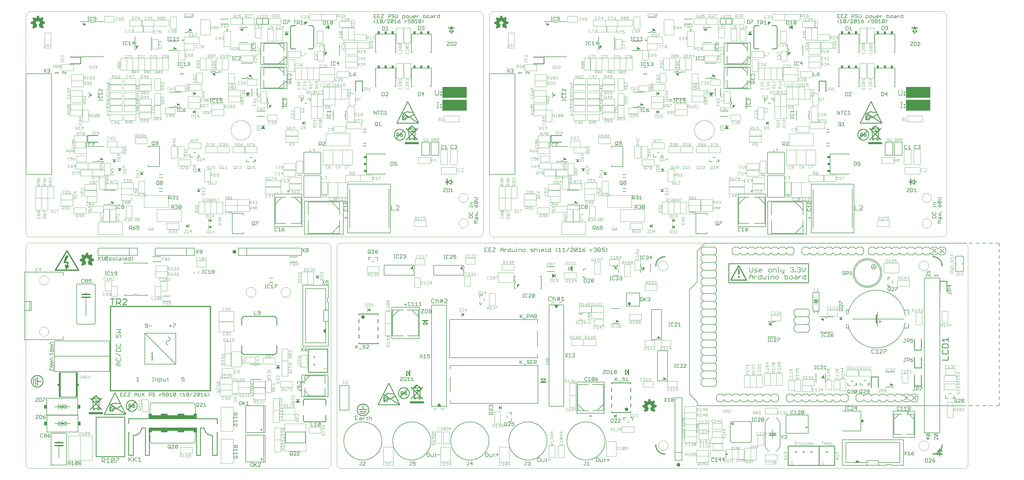
<source format=gto>
G75*
G70*
%OFA0B0*%
%FSLAX24Y24*%
%IPPOS*%
%LPD*%
%AMOC8*
5,1,8,0,0,1.08239X$1,22.5*
%
%ADD10C,0.0039*%
%ADD11R,0.0149X0.0001*%
%ADD12R,0.0004X0.0001*%
%ADD13R,0.0010X0.0001*%
%ADD14R,0.0017X0.0001*%
%ADD15R,0.0023X0.0001*%
%ADD16R,0.0029X0.0001*%
%ADD17R,0.0034X0.0001*%
%ADD18R,0.0040X0.0001*%
%ADD19R,0.0043X0.0002*%
%ADD20R,0.0047X0.0001*%
%ADD21R,0.0050X0.0001*%
%ADD22R,0.0054X0.0001*%
%ADD23R,0.0059X0.0001*%
%ADD24R,0.0064X0.0001*%
%ADD25R,0.0015X0.0001*%
%ADD26R,0.0067X0.0001*%
%ADD27R,0.0020X0.0001*%
%ADD28R,0.0070X0.0001*%
%ADD29R,0.0024X0.0001*%
%ADD30R,0.0074X0.0001*%
%ADD31R,0.0027X0.0001*%
%ADD32R,0.0076X0.0001*%
%ADD33R,0.0030X0.0001*%
%ADD34R,0.0081X0.0002*%
%ADD35R,0.0036X0.0002*%
%ADD36R,0.0086X0.0001*%
%ADD37R,0.0044X0.0001*%
%ADD38R,0.0091X0.0001*%
%ADD39R,0.0046X0.0001*%
%ADD40R,0.0094X0.0001*%
%ADD41R,0.0096X0.0001*%
%ADD42R,0.0053X0.0001*%
%ADD43R,0.0099X0.0001*%
%ADD44R,0.0056X0.0001*%
%ADD45R,0.0104X0.0001*%
%ADD46R,0.0060X0.0001*%
%ADD47R,0.0108X0.0001*%
%ADD48R,0.0112X0.0001*%
%ADD49R,0.0117X0.0001*%
%ADD50R,0.0072X0.0001*%
%ADD51R,0.0120X0.0002*%
%ADD52R,0.0075X0.0002*%
%ADD53R,0.0123X0.0001*%
%ADD54R,0.0078X0.0001*%
%ADD55R,0.0126X0.0001*%
%ADD56R,0.0081X0.0001*%
%ADD57R,0.0131X0.0001*%
%ADD58R,0.0136X0.0001*%
%ADD59R,0.0090X0.0001*%
%ADD60R,0.0139X0.0001*%
%ADD61R,0.0144X0.0001*%
%ADD62R,0.0147X0.0001*%
%ADD63R,0.0101X0.0001*%
%ADD64R,0.0150X0.0001*%
%ADD65R,0.0102X0.0001*%
%ADD66R,0.0153X0.0001*%
%ADD67R,0.0106X0.0001*%
%ADD68R,0.0158X0.0002*%
%ADD69R,0.0109X0.0002*%
%ADD70R,0.0164X0.0001*%
%ADD71R,0.0115X0.0001*%
%ADD72R,0.0168X0.0001*%
%ADD73R,0.0120X0.0001*%
%ADD74R,0.0171X0.0001*%
%ADD75R,0.0123X0.0001*%
%ADD76R,0.0172X0.0001*%
%ADD77R,0.0125X0.0001*%
%ADD78R,0.0175X0.0001*%
%ADD79R,0.0128X0.0001*%
%ADD80R,0.0180X0.0001*%
%ADD81R,0.0132X0.0001*%
%ADD82R,0.0186X0.0001*%
%ADD83R,0.0191X0.0001*%
%ADD84R,0.0141X0.0001*%
%ADD85R,0.0194X0.0001*%
%ADD86R,0.0145X0.0001*%
%ADD87R,0.0196X0.0002*%
%ADD88R,0.0149X0.0002*%
%ADD89R,0.0199X0.0001*%
%ADD90R,0.0151X0.0001*%
%ADD91R,0.0204X0.0001*%
%ADD92R,0.0153X0.0001*%
%ADD93R,0.0207X0.0001*%
%ADD94R,0.0158X0.0001*%
%ADD95R,0.0211X0.0001*%
%ADD96R,0.0162X0.0001*%
%ADD97R,0.0216X0.0001*%
%ADD98R,0.0166X0.0001*%
%ADD99R,0.0219X0.0001*%
%ADD100R,0.0007X0.0001*%
%ADD101R,0.0169X0.0001*%
%ADD102R,0.0222X0.0001*%
%ADD103R,0.0011X0.0001*%
%ADD104R,0.0224X0.0001*%
%ADD105R,0.0014X0.0001*%
%ADD106R,0.0176X0.0001*%
%ADD107R,0.0228X0.0001*%
%ADD108R,0.0018X0.0001*%
%ADD109R,0.0179X0.0001*%
%ADD110R,0.0234X0.0002*%
%ADD111R,0.0024X0.0002*%
%ADD112R,0.0183X0.0002*%
%ADD113R,0.0239X0.0001*%
%ADD114R,0.0189X0.0001*%
%ADD115R,0.0241X0.0001*%
%ADD116R,0.0033X0.0001*%
%ADD117R,0.0012X0.0001*%
%ADD118R,0.0192X0.0001*%
%ADD119R,0.0243X0.0001*%
%ADD120R,0.0038X0.0001*%
%ADD121R,0.0246X0.0001*%
%ADD122R,0.0041X0.0001*%
%ADD123R,0.0019X0.0001*%
%ADD124R,0.0196X0.0001*%
%ADD125R,0.0250X0.0001*%
%ADD126R,0.0021X0.0001*%
%ADD127R,0.0201X0.0001*%
%ADD128R,0.0254X0.0001*%
%ADD129R,0.0048X0.0001*%
%ADD130R,0.0258X0.0001*%
%ADD131R,0.0054X0.0001*%
%ADD132R,0.0209X0.0001*%
%ADD133R,0.0263X0.0001*%
%ADD134R,0.0213X0.0001*%
%ADD135R,0.0267X0.0001*%
%ADD136R,0.0063X0.0001*%
%ADD137R,0.0270X0.0002*%
%ADD138R,0.0066X0.0002*%
%ADD139R,0.0045X0.0002*%
%ADD140R,0.0219X0.0002*%
%ADD141R,0.0271X0.0001*%
%ADD142R,0.0220X0.0001*%
%ADD143R,0.0274X0.0001*%
%ADD144R,0.0051X0.0001*%
%ADD145R,0.0223X0.0001*%
%ADD146R,0.0278X0.0001*%
%ADD147R,0.0282X0.0001*%
%ADD148R,0.0231X0.0001*%
%ADD149R,0.0288X0.0001*%
%ADD150R,0.0085X0.0001*%
%ADD151R,0.0236X0.0001*%
%ADD152R,0.0289X0.0001*%
%ADD153R,0.0087X0.0001*%
%ADD154R,0.0066X0.0001*%
%ADD155R,0.0292X0.0001*%
%ADD156R,0.0069X0.0001*%
%ADD157R,0.0297X0.0001*%
%ADD158R,0.0300X0.0001*%
%ADD159R,0.0075X0.0001*%
%ADD160R,0.0305X0.0002*%
%ADD161R,0.0101X0.0002*%
%ADD162R,0.0078X0.0002*%
%ADD163R,0.0251X0.0002*%
%ADD164R,0.0309X0.0001*%
%ADD165R,0.0105X0.0001*%
%ADD166R,0.0083X0.0001*%
%ADD167R,0.0255X0.0001*%
%ADD168R,0.0314X0.0001*%
%ADD169R,0.0110X0.0001*%
%ADD170R,0.0087X0.0001*%
%ADD171R,0.0316X0.0001*%
%ADD172R,0.0113X0.0001*%
%ADD173R,0.0262X0.0001*%
%ADD174R,0.0319X0.0001*%
%ADD175R,0.0114X0.0001*%
%ADD176R,0.0093X0.0001*%
%ADD177R,0.0266X0.0001*%
%ADD178R,0.0321X0.0001*%
%ADD179R,0.0096X0.0001*%
%ADD180R,0.0324X0.0001*%
%ADD181R,0.0270X0.0001*%
%ADD182R,0.0329X0.0001*%
%ADD183R,0.0124X0.0001*%
%ADD184R,0.0275X0.0001*%
%ADD185R,0.0333X0.0001*%
%ADD186R,0.0279X0.0001*%
%ADD187R,0.0336X0.0001*%
%ADD188R,0.0111X0.0001*%
%ADD189R,0.0284X0.0001*%
%ADD190R,0.0339X0.0002*%
%ADD191R,0.0134X0.0002*%
%ADD192R,0.0114X0.0002*%
%ADD193R,0.0286X0.0002*%
%ADD194R,0.0342X0.0001*%
%ADD195R,0.0116X0.0001*%
%ADD196R,0.0491X0.0001*%
%ADD197R,0.0492X0.0001*%
%ADD198R,0.0294X0.0001*%
%ADD199R,0.0495X0.0001*%
%ADD200R,0.0299X0.0001*%
%ADD201R,0.0496X0.0001*%
%ADD202R,0.0127X0.0001*%
%ADD203R,0.0301X0.0001*%
%ADD204R,0.0498X0.0001*%
%ADD205R,0.0304X0.0001*%
%ADD206R,0.0501X0.0001*%
%ADD207R,0.0134X0.0001*%
%ADD208R,0.0308X0.0001*%
%ADD209R,0.0135X0.0001*%
%ADD210R,0.0311X0.0001*%
%ADD211R,0.0504X0.0001*%
%ADD212R,0.0138X0.0001*%
%ADD213R,0.0504X0.0002*%
%ADD214R,0.0141X0.0002*%
%ADD215R,0.0318X0.0002*%
%ADD216R,0.0507X0.0001*%
%ADD217R,0.0323X0.0001*%
%ADD218R,0.0326X0.0001*%
%ADD219R,0.0508X0.0001*%
%ADD220R,0.0152X0.0001*%
%ADD221R,0.0330X0.0001*%
%ADD222R,0.0510X0.0001*%
%ADD223R,0.0494X0.0001*%
%ADD224R,0.0512X0.0001*%
%ADD225R,0.0500X0.0001*%
%ADD226R,0.0513X0.0001*%
%ADD227R,0.0501X0.0001*%
%ADD228R,0.0513X0.0002*%
%ADD229R,0.0501X0.0002*%
%ADD230R,0.0503X0.0001*%
%ADD231R,0.0504X0.0001*%
%ADD232R,0.0506X0.0001*%
%ADD233R,0.0513X0.0001*%
%ADD234R,0.0509X0.0001*%
%ADD235R,0.0511X0.0001*%
%ADD236R,0.0514X0.0001*%
%ADD237R,0.0516X0.0001*%
%ADD238R,0.0513X0.0002*%
%ADD239R,0.0519X0.0002*%
%ADD240R,0.0519X0.0001*%
%ADD241R,0.0520X0.0001*%
%ADD242R,0.0522X0.0001*%
%ADD243R,0.0507X0.0001*%
%ADD244R,0.0509X0.0002*%
%ADD245R,0.0520X0.0002*%
%ADD246R,0.0522X0.0001*%
%ADD247R,0.0505X0.0001*%
%ADD248R,0.0502X0.0001*%
%ADD249R,0.0521X0.0001*%
%ADD250R,0.0503X0.0002*%
%ADD251R,0.0519X0.0002*%
%ADD252R,0.0519X0.0001*%
%ADD253R,0.0499X0.0001*%
%ADD254R,0.0517X0.0001*%
%ADD255R,0.0495X0.0002*%
%ADD256R,0.0514X0.0002*%
%ADD257R,0.0515X0.0001*%
%ADD258R,0.0492X0.0001*%
%ADD259R,0.0490X0.0001*%
%ADD260R,0.0490X0.0002*%
%ADD261R,0.0511X0.0002*%
%ADD262R,0.0489X0.0001*%
%ADD263R,0.0489X0.0001*%
%ADD264R,0.0488X0.0001*%
%ADD265R,0.0485X0.0001*%
%ADD266R,0.0483X0.0001*%
%ADD267R,0.0483X0.0002*%
%ADD268R,0.0507X0.0002*%
%ADD269R,0.0483X0.0001*%
%ADD270R,0.0481X0.0001*%
%ADD271R,0.0480X0.0001*%
%ADD272R,0.0480X0.0002*%
%ADD273R,0.0501X0.0002*%
%ADD274R,0.0479X0.0001*%
%ADD275R,0.0477X0.0001*%
%ADD276R,0.0477X0.0001*%
%ADD277R,0.0475X0.0001*%
%ADD278R,0.0474X0.0001*%
%ADD279R,0.0472X0.0001*%
%ADD280R,0.0472X0.0002*%
%ADD281R,0.0498X0.0002*%
%ADD282R,0.0471X0.0001*%
%ADD283R,0.0473X0.0001*%
%ADD284R,0.0471X0.0001*%
%ADD285R,0.0470X0.0001*%
%ADD286R,0.0468X0.0001*%
%ADD287R,0.0469X0.0001*%
%ADD288R,0.0468X0.0002*%
%ADD289R,0.0491X0.0002*%
%ADD290R,0.0466X0.0001*%
%ADD291R,0.0465X0.0001*%
%ADD292R,0.0464X0.0001*%
%ADD293R,0.0462X0.0001*%
%ADD294R,0.0462X0.0002*%
%ADD295R,0.0489X0.0002*%
%ADD296R,0.0461X0.0001*%
%ADD297R,0.0460X0.0001*%
%ADD298R,0.0459X0.0001*%
%ADD299R,0.0484X0.0001*%
%ADD300R,0.0457X0.0001*%
%ADD301R,0.0459X0.0001*%
%ADD302R,0.0458X0.0002*%
%ADD303R,0.0484X0.0002*%
%ADD304R,0.0456X0.0001*%
%ADD305R,0.0455X0.0001*%
%ADD306R,0.0453X0.0001*%
%ADD307R,0.0451X0.0001*%
%ADD308R,0.0453X0.0001*%
%ADD309R,0.0450X0.0001*%
%ADD310R,0.0451X0.0002*%
%ADD311R,0.0478X0.0001*%
%ADD312R,0.0449X0.0001*%
%ADD313R,0.0476X0.0001*%
%ADD314R,0.0447X0.0001*%
%ADD315R,0.0474X0.0001*%
%ADD316R,0.0449X0.0002*%
%ADD317R,0.0476X0.0002*%
%ADD318R,0.0454X0.0001*%
%ADD319R,0.0469X0.0002*%
%ADD320R,0.0468X0.0001*%
%ADD321R,0.0467X0.0001*%
%ADD322R,0.0473X0.0002*%
%ADD323R,0.0468X0.0002*%
%ADD324R,0.0486X0.0002*%
%ADD325R,0.0474X0.0002*%
%ADD326R,0.0487X0.0001*%
%ADD327R,0.0497X0.0001*%
%ADD328R,0.0486X0.0001*%
%ADD329R,0.0500X0.0002*%
%ADD330R,0.0487X0.0002*%
%ADD331R,0.0498X0.0001*%
%ADD332R,0.0524X0.0002*%
%ADD333R,0.0524X0.0001*%
%ADD334R,0.0525X0.0001*%
%ADD335R,0.0528X0.0001*%
%ADD336R,0.0529X0.0001*%
%ADD337R,0.0533X0.0001*%
%ADD338R,0.0534X0.0001*%
%ADD339R,0.0523X0.0001*%
%ADD340R,0.0536X0.0001*%
%ADD341R,0.0537X0.0002*%
%ADD342R,0.0527X0.0002*%
%ADD343R,0.0537X0.0001*%
%ADD344R,0.0528X0.0001*%
%ADD345R,0.0539X0.0001*%
%ADD346R,0.0530X0.0001*%
%ADD347R,0.0540X0.0001*%
%ADD348R,0.0541X0.0001*%
%ADD349R,0.0531X0.0001*%
%ADD350R,0.0543X0.0001*%
%ADD351R,0.0544X0.0001*%
%ADD352R,0.0546X0.0002*%
%ADD353R,0.0536X0.0002*%
%ADD354R,0.0547X0.0001*%
%ADD355R,0.0551X0.0001*%
%ADD356R,0.0552X0.0001*%
%ADD357R,0.0554X0.0001*%
%ADD358R,0.0555X0.0001*%
%ADD359R,0.0555X0.0002*%
%ADD360R,0.0547X0.0002*%
%ADD361R,0.0549X0.0001*%
%ADD362R,0.0548X0.0001*%
%ADD363R,0.0538X0.0001*%
%ADD364R,0.0537X0.0001*%
%ADD365R,0.0533X0.0002*%
%ADD366R,0.0531X0.0001*%
%ADD367R,0.0526X0.0001*%
%ADD368R,0.0518X0.0001*%
%ADD369R,0.0498X0.0002*%
%ADD370R,0.0496X0.0002*%
%ADD371R,0.0486X0.0001*%
%ADD372R,0.0485X0.0002*%
%ADD373R,0.0482X0.0001*%
%ADD374R,0.0477X0.0002*%
%ADD375R,0.0530X0.0002*%
%ADD376R,0.0464X0.0002*%
%ADD377R,0.0561X0.0001*%
%ADD378R,0.0570X0.0001*%
%ADD379R,0.0576X0.0001*%
%ADD380R,0.0581X0.0001*%
%ADD381R,0.0585X0.0001*%
%ADD382R,0.0589X0.0001*%
%ADD383R,0.0600X0.0002*%
%ADD384R,0.0614X0.0001*%
%ADD385R,0.0623X0.0001*%
%ADD386R,0.0630X0.0001*%
%ADD387R,0.0633X0.0001*%
%ADD388R,0.0638X0.0001*%
%ADD389R,0.0645X0.0001*%
%ADD390R,0.0657X0.0001*%
%ADD391R,0.0556X0.0001*%
%ADD392R,0.0669X0.0001*%
%ADD393R,0.0674X0.0001*%
%ADD394R,0.0579X0.0001*%
%ADD395R,0.0676X0.0002*%
%ADD396R,0.0585X0.0002*%
%ADD397R,0.0678X0.0001*%
%ADD398R,0.0590X0.0001*%
%ADD399R,0.0679X0.0001*%
%ADD400R,0.0596X0.0001*%
%ADD401R,0.0681X0.0001*%
%ADD402R,0.0606X0.0001*%
%ADD403R,0.0620X0.0001*%
%ADD404R,0.0682X0.0001*%
%ADD405R,0.0633X0.0001*%
%ADD406R,0.0684X0.0001*%
%ADD407R,0.0639X0.0001*%
%ADD408R,0.0649X0.0001*%
%ADD409R,0.0684X0.0001*%
%ADD410R,0.0655X0.0001*%
%ADD411R,0.0683X0.0002*%
%ADD412R,0.0664X0.0002*%
%ADD413R,0.0683X0.0001*%
%ADD414R,0.0670X0.0001*%
%ADD415R,0.0671X0.0001*%
%ADD416R,0.0681X0.0001*%
%ADD417R,0.0672X0.0001*%
%ADD418R,0.0680X0.0001*%
%ADD419R,0.0675X0.0001*%
%ADD420R,0.0676X0.0001*%
%ADD421R,0.0680X0.0002*%
%ADD422R,0.0678X0.0002*%
%ADD423R,0.0678X0.0001*%
%ADD424R,0.0675X0.0002*%
%ADD425R,0.0672X0.0002*%
%ADD426R,0.0672X0.0001*%
%ADD427R,0.0671X0.0002*%
%ADD428R,0.0670X0.0002*%
%ADD429R,0.0669X0.0001*%
%ADD430R,0.0667X0.0001*%
%ADD431R,0.0669X0.0002*%
%ADD432R,0.0667X0.0002*%
%ADD433R,0.0668X0.0001*%
%ADD434R,0.0666X0.0001*%
%ADD435R,0.0668X0.0002*%
%ADD436R,0.0666X0.0002*%
%ADD437R,0.0666X0.0001*%
%ADD438R,0.0664X0.0001*%
%ADD439R,0.0663X0.0001*%
%ADD440R,0.0666X0.0002*%
%ADD441R,0.0663X0.0002*%
%ADD442R,0.0665X0.0001*%
%ADD443R,0.0674X0.0002*%
%ADD444R,0.0677X0.0001*%
%ADD445R,0.0678X0.0002*%
%ADD446R,0.0682X0.0002*%
%ADD447R,0.0686X0.0001*%
%ADD448R,0.0686X0.0002*%
%ADD449R,0.0687X0.0001*%
%ADD450R,0.0689X0.0001*%
%ADD451R,0.0653X0.0001*%
%ADD452R,0.0641X0.0001*%
%ADD453R,0.0626X0.0001*%
%ADD454R,0.0616X0.0001*%
%ADD455R,0.0687X0.0001*%
%ADD456R,0.0612X0.0001*%
%ADD457R,0.0688X0.0001*%
%ADD458R,0.0606X0.0001*%
%ADD459R,0.0601X0.0001*%
%ADD460R,0.0591X0.0002*%
%ADD461R,0.0567X0.0001*%
%ADD462R,0.0560X0.0001*%
%ADD463R,0.0659X0.0001*%
%ADD464R,0.0516X0.0001*%
%ADD465R,0.0639X0.0001*%
%ADD466R,0.0502X0.0002*%
%ADD467R,0.0633X0.0002*%
%ADD468R,0.0608X0.0001*%
%ADD469R,0.0582X0.0001*%
%ADD470R,0.0577X0.0001*%
%ADD471R,0.0569X0.0002*%
%ADD472R,0.0546X0.0001*%
%ADD473R,0.0486X0.0002*%
%ADD474R,0.0493X0.0001*%
%ADD475R,0.0516X0.0002*%
%ADD476R,0.0532X0.0001*%
%ADD477R,0.0534X0.0002*%
%ADD478R,0.0535X0.0002*%
%ADD479R,0.0543X0.0001*%
%ADD480R,0.0553X0.0001*%
%ADD481R,0.0559X0.0001*%
%ADD482R,0.0564X0.0001*%
%ADD483R,0.0564X0.0001*%
%ADD484R,0.0567X0.0001*%
%ADD485R,0.0569X0.0001*%
%ADD486R,0.0570X0.0002*%
%ADD487R,0.0571X0.0002*%
%ADD488R,0.0571X0.0001*%
%ADD489R,0.0573X0.0001*%
%ADD490R,0.0574X0.0001*%
%ADD491R,0.0576X0.0001*%
%ADD492R,0.0600X0.0001*%
%ADD493R,0.0611X0.0001*%
%ADD494R,0.0618X0.0001*%
%ADD495R,0.0621X0.0001*%
%ADD496R,0.1269X0.0001*%
%ADD497R,0.1267X0.0001*%
%ADD498R,0.1266X0.0001*%
%ADD499R,0.1266X0.0002*%
%ADD500R,0.1264X0.0001*%
%ADD501R,0.1261X0.0001*%
%ADD502R,0.1260X0.0001*%
%ADD503R,0.1259X0.0001*%
%ADD504R,0.1256X0.0001*%
%ADD505R,0.1254X0.0001*%
%ADD506R,0.1253X0.0001*%
%ADD507R,0.1251X0.0001*%
%ADD508R,0.1251X0.0002*%
%ADD509R,0.1248X0.0001*%
%ADD510R,0.1245X0.0001*%
%ADD511R,0.1244X0.0001*%
%ADD512R,0.1242X0.0001*%
%ADD513R,0.1239X0.0001*%
%ADD514R,0.1237X0.0001*%
%ADD515R,0.1236X0.0002*%
%ADD516R,0.1233X0.0001*%
%ADD517R,0.1230X0.0001*%
%ADD518R,0.1229X0.0001*%
%ADD519R,0.1227X0.0001*%
%ADD520R,0.1226X0.0001*%
%ADD521R,0.1224X0.0001*%
%ADD522R,0.1223X0.0002*%
%ADD523R,0.1219X0.0001*%
%ADD524R,0.1216X0.0001*%
%ADD525R,0.1215X0.0001*%
%ADD526R,0.1214X0.0001*%
%ADD527R,0.1212X0.0001*%
%ADD528R,0.1209X0.0001*%
%ADD529R,0.1207X0.0002*%
%ADD530R,0.1206X0.0001*%
%ADD531R,0.1204X0.0001*%
%ADD532R,0.1201X0.0001*%
%ADD533R,0.1200X0.0001*%
%ADD534R,0.1199X0.0001*%
%ADD535R,0.1196X0.0001*%
%ADD536R,0.1194X0.0001*%
%ADD537R,0.1193X0.0001*%
%ADD538R,0.1191X0.0001*%
%ADD539R,0.1191X0.0002*%
%ADD540R,0.1188X0.0001*%
%ADD541R,0.1185X0.0001*%
%ADD542R,0.1184X0.0001*%
%ADD543R,0.1181X0.0001*%
%ADD544R,0.1177X0.0001*%
%ADD545R,0.1176X0.0001*%
%ADD546R,0.1174X0.0001*%
%ADD547R,0.1173X0.0001*%
%ADD548R,0.1170X0.0002*%
%ADD549R,0.1170X0.0001*%
%ADD550R,0.1169X0.0001*%
%ADD551R,0.1166X0.0001*%
%ADD552R,0.1164X0.0001*%
%ADD553R,0.1163X0.0001*%
%ADD554R,0.1163X0.0002*%
%ADD555R,0.1167X0.0001*%
%ADD556R,0.1171X0.0001*%
%ADD557R,0.1179X0.0001*%
%ADD558R,0.1182X0.0001*%
%ADD559R,0.1182X0.0002*%
%ADD560R,0.1188X0.0001*%
%ADD561R,0.1190X0.0001*%
%ADD562R,0.1197X0.0001*%
%ADD563R,0.1204X0.0002*%
%ADD564R,0.1207X0.0001*%
%ADD565R,0.1210X0.0001*%
%ADD566R,0.1213X0.0001*%
%ADD567R,0.1217X0.0001*%
%ADD568R,0.1218X0.0001*%
%ADD569R,0.1220X0.0001*%
%ADD570R,0.1221X0.0001*%
%ADD571R,0.1223X0.0001*%
%ADD572R,0.1226X0.0002*%
%ADD573R,0.1236X0.0001*%
%ADD574R,0.1239X0.0001*%
%ADD575R,0.1240X0.0001*%
%ADD576R,0.1243X0.0001*%
%ADD577R,0.1248X0.0002*%
%ADD578R,0.1248X0.0001*%
%ADD579R,0.1251X0.0001*%
%ADD580R,0.1257X0.0001*%
%ADD581R,0.1263X0.0001*%
%ADD582R,0.1267X0.0002*%
%ADD583R,0.1270X0.0001*%
%ADD584R,0.1274X0.0001*%
%ADD585R,0.1275X0.0001*%
%ADD586R,0.1278X0.0001*%
%ADD587R,0.1280X0.0001*%
%ADD588R,0.1281X0.0001*%
%ADD589R,0.1284X0.0001*%
%ADD590R,0.1286X0.0001*%
%ADD591R,0.1289X0.0001*%
%ADD592R,0.1290X0.0002*%
%ADD593R,0.1291X0.0001*%
%ADD594R,0.1294X0.0001*%
%ADD595R,0.1296X0.0001*%
%ADD596R,0.1299X0.0001*%
%ADD597R,0.1300X0.0001*%
%ADD598R,0.1302X0.0001*%
%ADD599R,0.1304X0.0001*%
%ADD600R,0.1306X0.0001*%
%ADD601R,0.1308X0.0001*%
%ADD602R,0.1311X0.0002*%
%ADD603R,0.1313X0.0001*%
%ADD604R,0.1316X0.0001*%
%ADD605R,0.1317X0.0001*%
%ADD606R,0.1320X0.0001*%
%ADD607R,0.1323X0.0001*%
%ADD608R,0.1326X0.0001*%
%ADD609R,0.1329X0.0001*%
%ADD610R,0.1332X0.0002*%
%ADD611R,0.1335X0.0001*%
%ADD612R,0.1336X0.0001*%
%ADD613R,0.1340X0.0001*%
%ADD614R,0.1343X0.0001*%
%ADD615R,0.1346X0.0001*%
%ADD616R,0.1347X0.0001*%
%ADD617R,0.1350X0.0001*%
%ADD618R,0.1353X0.0002*%
%ADD619R,0.1356X0.0001*%
%ADD620R,0.1357X0.0001*%
%ADD621R,0.1360X0.0001*%
%ADD622R,0.1364X0.0001*%
%ADD623R,0.1365X0.0001*%
%ADD624R,0.1368X0.0001*%
%ADD625R,0.1369X0.0001*%
%ADD626R,0.1373X0.0001*%
%ADD627R,0.1374X0.0002*%
%ADD628R,0.1377X0.0001*%
%ADD629R,0.1379X0.0001*%
%ADD630R,0.1380X0.0001*%
%ADD631R,0.1383X0.0001*%
%ADD632R,0.1386X0.0001*%
%ADD633R,0.1387X0.0001*%
%ADD634R,0.1391X0.0001*%
%ADD635R,0.1394X0.0001*%
%ADD636R,0.1395X0.0002*%
%ADD637R,0.1398X0.0001*%
%ADD638R,0.1401X0.0001*%
%ADD639R,0.1403X0.0001*%
%ADD640R,0.1406X0.0001*%
%ADD641R,0.1407X0.0001*%
%ADD642R,0.1409X0.0001*%
%ADD643R,0.1411X0.0001*%
%ADD644R,0.1414X0.0001*%
%ADD645R,0.1416X0.0002*%
%ADD646R,0.1419X0.0001*%
%ADD647R,0.1421X0.0001*%
%ADD648R,0.1422X0.0001*%
%ADD649R,0.1424X0.0001*%
%ADD650R,0.1426X0.0001*%
%ADD651R,0.1428X0.0001*%
%ADD652R,0.1429X0.0002*%
%ADD653R,0.1429X0.0001*%
%ADD654R,0.1425X0.0001*%
%ADD655R,0.1421X0.0002*%
%ADD656R,0.1418X0.0001*%
%ADD657R,0.1416X0.0001*%
%ADD658R,0.1413X0.0001*%
%ADD659R,0.1410X0.0001*%
%ADD660R,0.1404X0.0001*%
%ADD661R,0.1401X0.0001*%
%ADD662R,0.0346X0.0001*%
%ADD663R,0.1044X0.0001*%
%ADD664R,0.0342X0.0002*%
%ADD665R,0.1040X0.0002*%
%ADD666R,0.0337X0.0001*%
%ADD667R,0.1034X0.0001*%
%ADD668R,0.0357X0.0001*%
%ADD669R,0.0660X0.0001*%
%ADD670R,0.0353X0.0001*%
%ADD671R,0.0327X0.0001*%
%ADD672R,0.0349X0.0001*%
%ADD673R,0.0321X0.0001*%
%ADD674R,0.0648X0.0001*%
%ADD675R,0.0344X0.0001*%
%ADD676R,0.0317X0.0001*%
%ADD677R,0.0339X0.0001*%
%ADD678R,0.0312X0.0001*%
%ADD679R,0.0631X0.0001*%
%ADD680R,0.0334X0.0001*%
%ADD681R,0.0309X0.0001*%
%ADD682R,0.0307X0.0002*%
%ADD683R,0.0623X0.0002*%
%ADD684R,0.0327X0.0002*%
%ADD685R,0.0618X0.0001*%
%ADD686R,0.0297X0.0001*%
%ADD687R,0.0607X0.0001*%
%ADD688R,0.0320X0.0001*%
%ADD689R,0.0293X0.0001*%
%ADD690R,0.0599X0.0001*%
%ADD691R,0.0313X0.0001*%
%ADD692R,0.0285X0.0001*%
%ADD693R,0.0584X0.0001*%
%ADD694R,0.0303X0.0001*%
%ADD695R,0.0281X0.0001*%
%ADD696R,0.0273X0.0002*%
%ADD697R,0.0563X0.0002*%
%ADD698R,0.0293X0.0002*%
%ADD699R,0.0264X0.0001*%
%ADD700R,0.0259X0.0001*%
%ADD701R,0.0256X0.0001*%
%ADD702R,0.0276X0.0001*%
%ADD703R,0.0252X0.0001*%
%ADD704R,0.0273X0.0001*%
%ADD705R,0.0248X0.0001*%
%ADD706R,0.0269X0.0001*%
%ADD707R,0.0245X0.0001*%
%ADD708R,0.0240X0.0001*%
%ADD709R,0.0237X0.0002*%
%ADD710R,0.0256X0.0002*%
%ADD711R,0.0234X0.0001*%
%ADD712R,0.0232X0.0001*%
%ADD713R,0.0251X0.0001*%
%ADD714R,0.0228X0.0001*%
%ADD715R,0.0246X0.0001*%
%ADD716R,0.0456X0.0001*%
%ADD717R,0.0219X0.0001*%
%ADD718R,0.0444X0.0001*%
%ADD719R,0.0237X0.0001*%
%ADD720R,0.0214X0.0001*%
%ADD721R,0.0436X0.0001*%
%ADD722R,0.0432X0.0001*%
%ADD723R,0.0231X0.0001*%
%ADD724R,0.0210X0.0001*%
%ADD725R,0.0426X0.0001*%
%ADD726R,0.0420X0.0001*%
%ADD727R,0.0226X0.0001*%
%ADD728R,0.0204X0.0002*%
%ADD729R,0.0409X0.0002*%
%ADD730R,0.0222X0.0002*%
%ADD731R,0.0391X0.0001*%
%ADD732R,0.0217X0.0001*%
%ADD733R,0.0376X0.0001*%
%ADD734R,0.0368X0.0001*%
%ADD735R,0.0189X0.0001*%
%ADD736R,0.0361X0.0001*%
%ADD737R,0.0206X0.0001*%
%ADD738R,0.0186X0.0001*%
%ADD739R,0.0356X0.0001*%
%ADD740R,0.0181X0.0001*%
%ADD741R,0.0345X0.0001*%
%ADD742R,0.0173X0.0001*%
%ADD743R,0.0331X0.0001*%
%ADD744R,0.0190X0.0001*%
%ADD745R,0.0168X0.0001*%
%ADD746R,0.0165X0.0002*%
%ADD747R,0.0162X0.0001*%
%ADD748R,0.0159X0.0001*%
%ADD749R,0.0177X0.0001*%
%ADD750R,0.0156X0.0001*%
%ADD751R,0.0324X0.0001*%
%ADD752R,0.0174X0.0001*%
%ADD753R,0.0167X0.0001*%
%ADD754R,0.0146X0.0001*%
%ADD755R,0.0163X0.0001*%
%ADD756R,0.0141X0.0001*%
%ADD757R,0.0140X0.0001*%
%ADD758R,0.0137X0.0001*%
%ADD759R,0.0133X0.0001*%
%ADD760R,0.0129X0.0002*%
%ADD761R,0.0321X0.0002*%
%ADD762R,0.0146X0.0002*%
%ADD763R,0.0119X0.0001*%
%ADD764R,0.0129X0.0001*%
%ADD765R,0.0111X0.0001*%
%ADD766R,0.0126X0.0001*%
%ADD767R,0.0318X0.0001*%
%ADD768R,0.0097X0.0001*%
%ADD769R,0.0315X0.0001*%
%ADD770R,0.0089X0.0002*%
%ADD771R,0.0315X0.0002*%
%ADD772R,0.0105X0.0002*%
%ADD773R,0.0079X0.0001*%
%ADD774R,0.0089X0.0001*%
%ADD775R,0.0069X0.0001*%
%ADD776R,0.0084X0.0001*%
%ADD777R,0.0057X0.0001*%
%ADD778R,0.0052X0.0002*%
%ADD779R,0.0311X0.0002*%
%ADD780R,0.0066X0.0002*%
%ADD781R,0.0061X0.0001*%
%ADD782R,0.0042X0.0001*%
%ADD783R,0.0055X0.0001*%
%ADD784R,0.0039X0.0001*%
%ADD785R,0.0052X0.0001*%
%ADD786R,0.0036X0.0001*%
%ADD787R,0.0049X0.0001*%
%ADD788R,0.0307X0.0001*%
%ADD789R,0.0045X0.0001*%
%ADD790R,0.0022X0.0001*%
%ADD791R,0.0035X0.0001*%
%ADD792R,0.0025X0.0002*%
%ADD793R,0.0306X0.0001*%
%ADD794R,0.0018X0.0001*%
%ADD795R,0.0008X0.0001*%
%ADD796R,0.0300X0.0002*%
%ADD797R,0.0296X0.0001*%
%ADD798R,0.0294X0.0002*%
%ADD799R,0.0294X0.0001*%
%ADD800R,0.0291X0.0001*%
%ADD801R,0.0291X0.0002*%
%ADD802R,0.0286X0.0001*%
%ADD803R,0.0281X0.0002*%
%ADD804R,0.0277X0.0001*%
%ADD805R,0.0276X0.0001*%
%ADD806R,0.0266X0.0002*%
%ADD807R,0.0264X0.0001*%
%ADD808R,0.0261X0.0001*%
%ADD809R,0.0259X0.0002*%
%ADD810R,0.0254X0.0002*%
%ADD811R,0.0248X0.0002*%
%ADD812R,0.0218X0.0002*%
%ADD813R,0.0157X0.0001*%
%ADD814C,0.0050*%
%ADD815C,0.0080*%
%ADD816R,0.3150X0.1425*%
%ADD817C,0.0100*%
%ADD818C,0.0160*%
%ADD819C,0.0040*%
%ADD820C,0.0030*%
%ADD821C,0.0070*%
%ADD822C,0.0090*%
%ADD823C,0.0060*%
%ADD824C,0.0150*%
%ADD825C,0.0120*%
%ADD826R,0.0079X0.0551*%
%ADD827C,0.0020*%
%ADD828C,0.0000*%
%ADD829R,0.0551X0.0079*%
%ADD830R,0.0327X0.0299*%
%ADD831R,0.0358X0.0299*%
%ADD832R,0.0079X0.0079*%
%ADD833R,0.0299X0.0327*%
%ADD834R,0.0299X0.0358*%
%ADD835R,0.1800X0.0300*%
%ADD836R,0.0118X0.0827*%
%ADD837R,0.0827X0.0118*%
%ADD838R,0.0350X0.0500*%
%ADD839R,0.6200X0.0400*%
%ADD840R,0.0400X0.0200*%
%ADD841R,0.0850X0.0200*%
%ADD842C,0.0217*%
%ADD843R,0.0197X0.3150*%
%ADD844R,0.0225X0.0300*%
%ADD845C,0.0472*%
%ADD846R,0.0300X0.0340*%
%ADD847R,0.0118X0.1181*%
%ADD848R,0.0240X0.0620*%
D10*
X005087Y003472D02*
X043276Y003472D01*
X043322Y003474D01*
X043368Y003479D01*
X043414Y003488D01*
X043459Y003501D01*
X043502Y003517D01*
X043544Y003536D01*
X043585Y003559D01*
X043623Y003585D01*
X043660Y003614D01*
X043694Y003645D01*
X043725Y003679D01*
X043754Y003716D01*
X043780Y003754D01*
X043803Y003795D01*
X043822Y003837D01*
X043838Y003880D01*
X043851Y003925D01*
X043860Y003971D01*
X043865Y004017D01*
X043867Y004063D01*
X043866Y004063D02*
X043866Y032015D01*
X043867Y032015D02*
X043865Y032061D01*
X043860Y032107D01*
X043851Y032153D01*
X043838Y032198D01*
X043822Y032241D01*
X043803Y032283D01*
X043780Y032324D01*
X043754Y032362D01*
X043725Y032399D01*
X043694Y032433D01*
X043660Y032464D01*
X043623Y032493D01*
X043585Y032519D01*
X043544Y032542D01*
X043502Y032561D01*
X043459Y032577D01*
X043414Y032590D01*
X043368Y032599D01*
X043322Y032604D01*
X043276Y032606D01*
X005087Y032606D01*
X005041Y032604D01*
X004995Y032599D01*
X004949Y032590D01*
X004904Y032577D01*
X004861Y032561D01*
X004819Y032542D01*
X004778Y032519D01*
X004740Y032493D01*
X004703Y032464D01*
X004669Y032433D01*
X004638Y032399D01*
X004609Y032362D01*
X004583Y032324D01*
X004560Y032283D01*
X004541Y032241D01*
X004525Y032198D01*
X004512Y032153D01*
X004503Y032107D01*
X004498Y032061D01*
X004496Y032015D01*
X004496Y004063D01*
X004498Y004017D01*
X004503Y003971D01*
X004512Y003925D01*
X004525Y003880D01*
X004541Y003837D01*
X004560Y003795D01*
X004583Y003754D01*
X004609Y003716D01*
X004638Y003679D01*
X004669Y003645D01*
X004703Y003614D01*
X004740Y003585D01*
X004778Y003559D01*
X004819Y003536D01*
X004861Y003517D01*
X004904Y003501D01*
X004949Y003488D01*
X004995Y003479D01*
X005041Y003474D01*
X005087Y003472D01*
X044654Y004063D02*
X044654Y032015D01*
X044653Y032015D02*
X044655Y032061D01*
X044660Y032107D01*
X044669Y032153D01*
X044682Y032198D01*
X044698Y032241D01*
X044717Y032283D01*
X044740Y032324D01*
X044766Y032362D01*
X044795Y032399D01*
X044826Y032433D01*
X044860Y032464D01*
X044897Y032493D01*
X044935Y032519D01*
X044976Y032542D01*
X045018Y032561D01*
X045061Y032577D01*
X045106Y032590D01*
X045152Y032599D01*
X045198Y032604D01*
X045244Y032606D01*
X125559Y032606D01*
X125605Y032604D01*
X125651Y032599D01*
X125697Y032590D01*
X125742Y032577D01*
X125785Y032561D01*
X125827Y032542D01*
X125868Y032519D01*
X125906Y032493D01*
X125943Y032464D01*
X125977Y032433D01*
X126008Y032399D01*
X126037Y032362D01*
X126063Y032324D01*
X126086Y032283D01*
X126105Y032241D01*
X126121Y032198D01*
X126134Y032153D01*
X126143Y032107D01*
X126148Y032061D01*
X126150Y032015D01*
X126150Y004063D01*
X126148Y004017D01*
X126143Y003971D01*
X126134Y003925D01*
X126121Y003880D01*
X126105Y003837D01*
X126086Y003795D01*
X126063Y003754D01*
X126037Y003716D01*
X126008Y003679D01*
X125977Y003645D01*
X125943Y003614D01*
X125906Y003585D01*
X125868Y003559D01*
X125827Y003536D01*
X125785Y003517D01*
X125742Y003501D01*
X125697Y003488D01*
X125651Y003479D01*
X125605Y003474D01*
X125559Y003472D01*
X045244Y003472D01*
X045198Y003474D01*
X045152Y003479D01*
X045106Y003488D01*
X045061Y003501D01*
X045018Y003517D01*
X044976Y003536D01*
X044935Y003559D01*
X044897Y003585D01*
X044860Y003614D01*
X044826Y003645D01*
X044795Y003679D01*
X044766Y003716D01*
X044740Y003754D01*
X044717Y003795D01*
X044698Y003837D01*
X044682Y003880D01*
X044669Y003925D01*
X044660Y003971D01*
X044655Y004017D01*
X044653Y004063D01*
X062961Y033393D02*
X005087Y033393D01*
X005041Y033395D01*
X004995Y033400D01*
X004949Y033409D01*
X004904Y033422D01*
X004861Y033438D01*
X004819Y033457D01*
X004778Y033480D01*
X004740Y033506D01*
X004703Y033535D01*
X004669Y033566D01*
X004638Y033600D01*
X004609Y033637D01*
X004583Y033675D01*
X004560Y033716D01*
X004541Y033758D01*
X004525Y033801D01*
X004512Y033846D01*
X004503Y033892D01*
X004498Y033938D01*
X004496Y033984D01*
X004496Y061937D01*
X004498Y061983D01*
X004503Y062029D01*
X004512Y062075D01*
X004525Y062120D01*
X004541Y062163D01*
X004560Y062205D01*
X004583Y062246D01*
X004609Y062284D01*
X004638Y062321D01*
X004669Y062355D01*
X004703Y062386D01*
X004740Y062415D01*
X004778Y062441D01*
X004819Y062464D01*
X004861Y062483D01*
X004904Y062499D01*
X004949Y062512D01*
X004995Y062521D01*
X005041Y062526D01*
X005087Y062528D01*
X005087Y062527D02*
X062961Y062527D01*
X062961Y062528D02*
X063007Y062526D01*
X063053Y062521D01*
X063099Y062512D01*
X063144Y062499D01*
X063187Y062483D01*
X063229Y062464D01*
X063270Y062441D01*
X063308Y062415D01*
X063345Y062386D01*
X063379Y062355D01*
X063410Y062321D01*
X063439Y062284D01*
X063465Y062246D01*
X063488Y062205D01*
X063507Y062163D01*
X063523Y062120D01*
X063536Y062075D01*
X063545Y062029D01*
X063550Y061983D01*
X063552Y061937D01*
X063551Y061937D02*
X063551Y033984D01*
X063552Y033984D02*
X063550Y033938D01*
X063545Y033892D01*
X063536Y033846D01*
X063523Y033801D01*
X063507Y033758D01*
X063488Y033716D01*
X063465Y033675D01*
X063439Y033637D01*
X063410Y033600D01*
X063379Y033566D01*
X063345Y033535D01*
X063308Y033506D01*
X063270Y033480D01*
X063229Y033457D01*
X063187Y033438D01*
X063144Y033422D01*
X063099Y033409D01*
X063053Y033400D01*
X063007Y033395D01*
X062961Y033393D01*
X064339Y033984D02*
X064339Y061937D01*
X064338Y061937D02*
X064340Y061983D01*
X064345Y062029D01*
X064354Y062075D01*
X064367Y062120D01*
X064383Y062163D01*
X064402Y062205D01*
X064425Y062246D01*
X064451Y062284D01*
X064480Y062321D01*
X064511Y062355D01*
X064545Y062386D01*
X064582Y062415D01*
X064620Y062441D01*
X064661Y062464D01*
X064703Y062483D01*
X064746Y062499D01*
X064791Y062512D01*
X064837Y062521D01*
X064883Y062526D01*
X064929Y062528D01*
X064929Y062527D02*
X122803Y062527D01*
X122803Y062528D02*
X122849Y062526D01*
X122895Y062521D01*
X122941Y062512D01*
X122986Y062499D01*
X123029Y062483D01*
X123071Y062464D01*
X123112Y062441D01*
X123150Y062415D01*
X123187Y062386D01*
X123221Y062355D01*
X123252Y062321D01*
X123281Y062284D01*
X123307Y062246D01*
X123330Y062205D01*
X123349Y062163D01*
X123365Y062120D01*
X123378Y062075D01*
X123387Y062029D01*
X123392Y061983D01*
X123394Y061937D01*
X123394Y033984D01*
X123392Y033938D01*
X123387Y033892D01*
X123378Y033846D01*
X123365Y033801D01*
X123349Y033758D01*
X123330Y033716D01*
X123307Y033675D01*
X123281Y033637D01*
X123252Y033600D01*
X123221Y033566D01*
X123187Y033535D01*
X123150Y033506D01*
X123112Y033480D01*
X123071Y033457D01*
X123029Y033438D01*
X122986Y033422D01*
X122941Y033409D01*
X122895Y033400D01*
X122849Y033395D01*
X122803Y033393D01*
X064929Y033393D01*
X064883Y033395D01*
X064837Y033400D01*
X064791Y033409D01*
X064746Y033422D01*
X064703Y033438D01*
X064661Y033457D01*
X064620Y033480D01*
X064582Y033506D01*
X064545Y033535D01*
X064511Y033566D01*
X064480Y033600D01*
X064451Y033637D01*
X064425Y033675D01*
X064402Y033716D01*
X064383Y033758D01*
X064367Y033801D01*
X064354Y033846D01*
X064345Y033892D01*
X064340Y033938D01*
X064338Y033984D01*
D11*
X084754Y011332D03*
X012098Y030229D03*
X005773Y060879D03*
X065616Y060879D03*
D12*
X065327Y060308D03*
X066147Y060395D03*
X066465Y060325D03*
X006623Y060325D03*
X006305Y060395D03*
X005484Y060308D03*
X011809Y029658D03*
X012630Y029745D03*
X084465Y010761D03*
X085285Y010848D03*
X085603Y010778D03*
D13*
X084465Y010763D03*
X011809Y029660D03*
X005484Y060310D03*
X065327Y060310D03*
D14*
X065327Y060311D03*
X005484Y060311D03*
X011809Y029661D03*
X084465Y010764D03*
D15*
X084465Y010766D03*
X011809Y029663D03*
X005484Y060313D03*
X065327Y060313D03*
D16*
X065327Y060314D03*
X065336Y061753D03*
X005493Y061753D03*
X005484Y060314D03*
X011818Y031103D03*
X011809Y029664D03*
X084474Y012206D03*
X084465Y010767D03*
D17*
X084465Y010769D03*
X085290Y010857D03*
X012634Y029754D03*
X011809Y029666D03*
X005484Y060316D03*
X006309Y060404D03*
X065327Y060316D03*
X066152Y060404D03*
D18*
X066153Y060406D03*
X065327Y060317D03*
X006311Y060406D03*
X005484Y060317D03*
X011809Y029667D03*
X012636Y029756D03*
X084465Y010770D03*
X085291Y010859D03*
D19*
X084465Y010772D03*
X011809Y029669D03*
X005484Y060319D03*
X065327Y060319D03*
D20*
X065327Y060320D03*
X005484Y060320D03*
X011809Y029670D03*
X084465Y010773D03*
D21*
X084465Y010775D03*
X085603Y010791D03*
X012948Y029688D03*
X011809Y029672D03*
X006623Y060338D03*
X005484Y060322D03*
X065327Y060322D03*
X066465Y060338D03*
D22*
X065328Y060323D03*
X005485Y060323D03*
X011810Y029673D03*
X084465Y010776D03*
D23*
X084466Y010778D03*
X084768Y010859D03*
X085299Y010868D03*
X012643Y029765D03*
X012112Y029756D03*
X011811Y029675D03*
X005486Y060325D03*
X005787Y060406D03*
X006318Y060415D03*
X065328Y060325D03*
X065630Y060406D03*
X066161Y060415D03*
D24*
X066162Y060416D03*
X066464Y060344D03*
X065328Y060326D03*
X006621Y060344D03*
X006320Y060416D03*
X005486Y060326D03*
X011811Y029676D03*
X012645Y029766D03*
X012946Y029694D03*
X084466Y010779D03*
X085300Y010869D03*
X085602Y010797D03*
D25*
X085604Y010779D03*
X085284Y010851D03*
X012949Y029676D03*
X012629Y029748D03*
X006624Y060326D03*
X006304Y060398D03*
X066147Y060398D03*
X066466Y060326D03*
D26*
X066464Y060346D03*
X065627Y060410D03*
X065328Y060328D03*
X006621Y060346D03*
X005784Y060410D03*
X005486Y060328D03*
X012109Y029760D03*
X011811Y029678D03*
X012946Y029696D03*
X084466Y010781D03*
X084765Y010863D03*
X085602Y010799D03*
D27*
X085603Y010781D03*
X012948Y029678D03*
X006623Y060328D03*
X066465Y060328D03*
D28*
X066165Y060421D03*
X065625Y060412D03*
X065328Y060329D03*
X006323Y060421D03*
X005783Y060412D03*
X005486Y060329D03*
X012108Y029762D03*
X011811Y029679D03*
X012648Y029771D03*
X084466Y010782D03*
X084763Y010865D03*
X085303Y010874D03*
D29*
X085604Y010782D03*
X012949Y029679D03*
X006624Y060329D03*
X066466Y060329D03*
D30*
X065328Y060331D03*
X005486Y060331D03*
X011811Y029681D03*
X084466Y010784D03*
D31*
X085288Y010856D03*
X085604Y010784D03*
X012949Y029681D03*
X012632Y029753D03*
X006624Y060331D03*
X006307Y060403D03*
X066150Y060403D03*
X066466Y060331D03*
D32*
X065624Y060413D03*
X065328Y060332D03*
X005781Y060413D03*
X005486Y060332D03*
X012106Y029763D03*
X011811Y029682D03*
X084466Y010785D03*
X084762Y010866D03*
D33*
X084778Y010848D03*
X085604Y010785D03*
X085566Y012210D03*
X012949Y029682D03*
X012122Y029745D03*
X012911Y031107D03*
X006624Y060332D03*
X005797Y060395D03*
X006586Y061757D03*
X065640Y060395D03*
X066466Y060332D03*
X066429Y061757D03*
D34*
X065329Y060334D03*
X005487Y060334D03*
X011812Y029684D03*
X084467Y010787D03*
D35*
X085604Y010787D03*
X012949Y029684D03*
X006624Y060334D03*
X066466Y060334D03*
D36*
X066462Y060353D03*
X065330Y060335D03*
X006620Y060353D03*
X005487Y060335D03*
X011812Y029685D03*
X012945Y029703D03*
X084468Y010788D03*
X085600Y010806D03*
D37*
X085293Y010860D03*
X084774Y010854D03*
X012948Y029685D03*
X012637Y029757D03*
X012118Y029751D03*
X006623Y060335D03*
X006312Y060407D03*
X005793Y060401D03*
X065636Y060401D03*
X066155Y060407D03*
X066465Y060335D03*
D38*
X066171Y060428D03*
X065618Y060421D03*
X065330Y060337D03*
X065339Y061727D03*
X006329Y060428D03*
X005775Y060421D03*
X005487Y060337D03*
X005496Y061727D03*
X011821Y031077D03*
X012100Y029771D03*
X011812Y029687D03*
X012654Y029778D03*
X084477Y012180D03*
X084756Y010874D03*
X084468Y010790D03*
X085309Y010881D03*
D39*
X085603Y010790D03*
X084475Y012198D03*
X012948Y029687D03*
X011820Y031095D03*
X006623Y060337D03*
X005495Y061745D03*
X065337Y061745D03*
X066465Y060337D03*
D40*
X066462Y060356D03*
X065616Y060422D03*
X065330Y060338D03*
X065868Y061945D03*
X066426Y061733D03*
X006620Y060356D03*
X005774Y060422D03*
X005487Y060338D03*
X006026Y061945D03*
X006584Y061733D03*
X012351Y031295D03*
X012909Y031083D03*
X012945Y029706D03*
X012099Y029772D03*
X011812Y029688D03*
X084468Y010791D03*
X084754Y010875D03*
X085600Y010809D03*
X085564Y012186D03*
X085006Y012398D03*
D41*
X084468Y010793D03*
X011813Y029690D03*
X005488Y060340D03*
X065331Y060340D03*
D42*
X066465Y060340D03*
X006623Y060340D03*
X012948Y029690D03*
X085603Y010793D03*
D43*
X085599Y010811D03*
X085312Y010886D03*
X084469Y010794D03*
X085564Y012185D03*
X012944Y029708D03*
X012656Y029783D03*
X011813Y029691D03*
X012908Y031082D03*
X006619Y060358D03*
X006331Y060433D03*
X005488Y060341D03*
X006583Y061732D03*
X065331Y060341D03*
X066174Y060433D03*
X066462Y060358D03*
X066426Y061732D03*
D44*
X066465Y060341D03*
X006623Y060341D03*
X012948Y029691D03*
X085603Y010794D03*
D45*
X084469Y010796D03*
X011814Y029693D03*
X005489Y060343D03*
X065331Y060343D03*
D46*
X066465Y060343D03*
X065338Y061741D03*
X006622Y060343D03*
X005496Y061741D03*
X011821Y031091D03*
X012947Y029693D03*
X084476Y012194D03*
X085603Y010796D03*
D47*
X085314Y010889D03*
X084469Y010797D03*
X085564Y012180D03*
X012659Y029786D03*
X011813Y029694D03*
X012908Y031077D03*
X005488Y060344D03*
X006334Y060436D03*
X006583Y061727D03*
X065331Y060344D03*
X066177Y060436D03*
X066426Y061727D03*
D48*
X065331Y060346D03*
X005489Y060346D03*
X011814Y029696D03*
X084469Y010799D03*
D49*
X084470Y010800D03*
X084748Y010884D03*
X085318Y010895D03*
X085562Y012177D03*
X012662Y029792D03*
X012092Y029781D03*
X011815Y029697D03*
X012907Y031074D03*
X005490Y060347D03*
X005767Y060431D03*
X006337Y060442D03*
X006582Y061724D03*
X065332Y060347D03*
X065610Y060431D03*
X066180Y060442D03*
X066424Y061724D03*
D50*
X066427Y061742D03*
X066463Y060347D03*
X006621Y060347D03*
X006585Y061742D03*
X012910Y031092D03*
X012946Y029697D03*
X085565Y012195D03*
X085601Y010800D03*
D51*
X084470Y010802D03*
X011815Y029699D03*
X005490Y060349D03*
X065332Y060349D03*
D52*
X066463Y060349D03*
X006621Y060349D03*
X012946Y029699D03*
X085601Y010802D03*
D53*
X084470Y010803D03*
X084479Y012168D03*
X085562Y012176D03*
X012907Y031073D03*
X011824Y031065D03*
X011815Y029700D03*
X005490Y060350D03*
X005499Y061715D03*
X006582Y061723D03*
X065341Y061715D03*
X066424Y061723D03*
X065332Y060350D03*
D54*
X066463Y060350D03*
X066427Y061739D03*
X006621Y060350D03*
X006585Y061739D03*
X012910Y031089D03*
X012946Y029700D03*
X085565Y012192D03*
X085601Y010803D03*
D55*
X084470Y010805D03*
X011815Y029702D03*
X005490Y060352D03*
X065332Y060352D03*
D56*
X065622Y060415D03*
X066463Y060352D03*
X066427Y061738D03*
X006621Y060352D03*
X005779Y060415D03*
X006585Y061738D03*
X012910Y031088D03*
X012946Y029702D03*
X012104Y029765D03*
X084759Y010868D03*
X085601Y010805D03*
X085565Y012191D03*
D57*
X085323Y010901D03*
X084471Y010806D03*
X012667Y029798D03*
X011815Y029703D03*
X005490Y060353D03*
X006342Y060448D03*
X065333Y060353D03*
X066185Y060448D03*
D58*
X066459Y060374D03*
X065603Y060440D03*
X065333Y060355D03*
X006617Y060374D03*
X005760Y060440D03*
X005490Y060355D03*
X012085Y029790D03*
X011815Y029705D03*
X012942Y029724D03*
X084471Y010808D03*
X084741Y010893D03*
X085597Y010827D03*
D59*
X085600Y010808D03*
X084756Y010872D03*
X012944Y029705D03*
X012101Y029769D03*
X006619Y060355D03*
X005776Y060419D03*
X065619Y060419D03*
X066462Y060355D03*
D60*
X065333Y060356D03*
X005490Y060356D03*
X011815Y029706D03*
X084471Y010809D03*
D61*
X084472Y010811D03*
X011816Y029708D03*
X005491Y060358D03*
X065334Y060358D03*
D62*
X065334Y060359D03*
X066189Y060457D03*
X006346Y060457D03*
X005491Y060359D03*
X011816Y029709D03*
X012671Y029807D03*
X084472Y010812D03*
X085327Y010910D03*
D63*
X085599Y010812D03*
X012943Y029709D03*
X006618Y060359D03*
X066461Y060359D03*
D64*
X065334Y060361D03*
X065343Y061705D03*
X066423Y061712D03*
X006580Y061712D03*
X005500Y061705D03*
X005491Y060361D03*
X011825Y031055D03*
X012905Y031062D03*
X011816Y029711D03*
X084480Y012158D03*
X085560Y012165D03*
X084471Y010814D03*
D65*
X085599Y010814D03*
X085564Y012183D03*
X084477Y012177D03*
X012944Y029711D03*
X012908Y031080D03*
X011822Y031074D03*
X006619Y060361D03*
X006583Y061730D03*
X005497Y061724D03*
X065340Y061724D03*
X066426Y061730D03*
X066462Y060361D03*
D66*
X065334Y060362D03*
X005491Y060362D03*
X011816Y029712D03*
X084472Y010815D03*
D67*
X085599Y010815D03*
X012943Y029712D03*
X006618Y060362D03*
X066461Y060362D03*
D68*
X065334Y060364D03*
X005492Y060364D03*
X011817Y029714D03*
X084472Y010817D03*
D69*
X085599Y010817D03*
X012943Y029714D03*
X006618Y060364D03*
X066461Y060364D03*
D70*
X065334Y060365D03*
X005492Y060365D03*
X011817Y029715D03*
X084472Y010818D03*
D71*
X085599Y010818D03*
X012943Y029715D03*
X006618Y060365D03*
X066461Y060365D03*
D72*
X065335Y060367D03*
X005493Y060367D03*
X011818Y029717D03*
X084473Y010820D03*
D73*
X084748Y010886D03*
X085319Y010896D03*
X085598Y010820D03*
X012943Y029717D03*
X012664Y029793D03*
X012092Y029783D03*
X006618Y060367D03*
X006339Y060443D03*
X005767Y060433D03*
X065610Y060433D03*
X066181Y060443D03*
X066460Y060367D03*
D74*
X065335Y060368D03*
X005493Y060368D03*
X011818Y029718D03*
X084473Y010821D03*
D75*
X085598Y010821D03*
X012943Y029718D03*
X006618Y060368D03*
X066460Y060368D03*
D76*
X066456Y060389D03*
X065336Y060370D03*
X006614Y060389D03*
X005493Y060370D03*
X011818Y029720D03*
X012939Y029739D03*
X084474Y010823D03*
X085594Y010842D03*
D77*
X085597Y010823D03*
X012942Y029720D03*
X006617Y060370D03*
X066459Y060370D03*
D78*
X065336Y060371D03*
X005493Y060371D03*
X011818Y029721D03*
X084474Y010824D03*
D79*
X084744Y010889D03*
X085597Y010824D03*
X012942Y029721D03*
X012088Y029786D03*
X006617Y060371D03*
X005763Y060436D03*
X065606Y060436D03*
X066459Y060371D03*
D80*
X065335Y060373D03*
X066421Y061700D03*
X006579Y061700D03*
X005493Y060373D03*
X012904Y031050D03*
X011818Y029723D03*
X084473Y010826D03*
X085559Y012153D03*
D81*
X085562Y012171D03*
X085597Y010826D03*
X084743Y010890D03*
X012941Y029723D03*
X012088Y029787D03*
X012907Y031068D03*
X006616Y060373D03*
X005763Y060437D03*
X006582Y061718D03*
X065605Y060437D03*
X066459Y060373D03*
X066424Y061718D03*
D82*
X065337Y060374D03*
X005494Y060374D03*
X011819Y029724D03*
X084474Y010827D03*
D83*
X084475Y010829D03*
X084483Y012141D03*
X011820Y029726D03*
X011827Y031038D03*
X005495Y060376D03*
X005502Y061688D03*
X065345Y061688D03*
X065337Y060376D03*
D84*
X066459Y060376D03*
X006616Y060376D03*
X012941Y029726D03*
X085597Y010829D03*
D85*
X085593Y010851D03*
X084475Y010830D03*
X084483Y012140D03*
X085024Y012395D03*
X012937Y029748D03*
X011820Y029727D03*
X011827Y031037D03*
X012369Y031292D03*
X006612Y060398D03*
X005495Y060377D03*
X005502Y061687D03*
X006044Y061942D03*
X065345Y061687D03*
X065886Y061942D03*
X066455Y060398D03*
X065337Y060377D03*
D86*
X066188Y060455D03*
X066458Y060377D03*
X006615Y060377D03*
X006345Y060455D03*
X012670Y029805D03*
X012940Y029727D03*
X085326Y010908D03*
X085596Y010830D03*
D87*
X084475Y010832D03*
X011820Y029729D03*
X005495Y060379D03*
X065337Y060379D03*
D88*
X066458Y060379D03*
X006615Y060379D03*
X012940Y029729D03*
X085596Y010832D03*
D89*
X084475Y010833D03*
X084483Y012138D03*
X011820Y029730D03*
X011827Y031035D03*
X005495Y060380D03*
X005502Y061685D03*
X065345Y061685D03*
X065337Y060380D03*
D90*
X066458Y060380D03*
X006615Y060380D03*
X012940Y029730D03*
X085596Y010833D03*
D91*
X085592Y010856D03*
X084476Y010835D03*
X085558Y012144D03*
X012937Y029753D03*
X011821Y029732D03*
X012902Y031041D03*
X006612Y060403D03*
X005496Y060382D03*
X006577Y061691D03*
X065338Y060382D03*
X066454Y060403D03*
X066420Y061691D03*
D92*
X066423Y061711D03*
X066457Y060382D03*
X006615Y060382D03*
X006580Y061711D03*
X012905Y031061D03*
X012940Y029732D03*
X085560Y012164D03*
X085595Y010835D03*
D93*
X084476Y010836D03*
X084483Y012135D03*
X011821Y029733D03*
X011828Y031032D03*
X005496Y060383D03*
X005503Y061682D03*
X065346Y061682D03*
X065338Y060383D03*
D94*
X066458Y060383D03*
X006615Y060383D03*
X012940Y029733D03*
X085596Y010836D03*
D95*
X084477Y010838D03*
X011821Y029735D03*
X005496Y060385D03*
X065339Y060385D03*
D96*
X066457Y060385D03*
X006615Y060385D03*
X012940Y029735D03*
X085595Y010838D03*
D97*
X085590Y010860D03*
X084478Y010839D03*
X012935Y029757D03*
X011822Y029736D03*
X006610Y060407D03*
X005497Y060386D03*
X065340Y060386D03*
X066453Y060407D03*
D98*
X066456Y060386D03*
X006614Y060386D03*
X012939Y029736D03*
X085594Y010839D03*
D99*
X084478Y010841D03*
X011822Y029738D03*
X005497Y060388D03*
X065340Y060388D03*
D100*
X065645Y060388D03*
X005802Y060388D03*
X012127Y029738D03*
X084783Y010841D03*
D101*
X085594Y010841D03*
X012939Y029738D03*
X006614Y060388D03*
X066456Y060388D03*
D102*
X065340Y060389D03*
X005497Y060389D03*
X011822Y029739D03*
X084477Y010842D03*
D103*
X084783Y010842D03*
X012127Y029739D03*
X005802Y060389D03*
X065645Y060389D03*
D104*
X065340Y060391D03*
X065346Y061675D03*
X065888Y061937D03*
X006045Y061937D03*
X005504Y061675D03*
X005498Y060391D03*
X012370Y031287D03*
X011829Y031025D03*
X011823Y029741D03*
X084484Y012128D03*
X085026Y012390D03*
X084478Y010844D03*
D105*
X084783Y010844D03*
X012127Y029741D03*
X005802Y060391D03*
X065645Y060391D03*
D106*
X066456Y060391D03*
X006614Y060391D03*
X012939Y029741D03*
X085594Y010844D03*
D107*
X085589Y010866D03*
X084479Y010845D03*
X012934Y029763D03*
X011824Y029742D03*
X006609Y060413D03*
X005499Y060392D03*
X065341Y060392D03*
X066451Y060413D03*
D108*
X065643Y060392D03*
X005800Y060392D03*
X012125Y029742D03*
X084780Y010845D03*
D109*
X085594Y010845D03*
X084481Y012147D03*
X012939Y029742D03*
X011826Y031044D03*
X006614Y060392D03*
X005501Y061694D03*
X065343Y061694D03*
X066456Y060392D03*
D110*
X065341Y060394D03*
X005499Y060394D03*
X011824Y029744D03*
X084479Y010847D03*
D111*
X084779Y010847D03*
X012124Y029744D03*
X005799Y060394D03*
X065641Y060394D03*
D112*
X066456Y060394D03*
X066421Y061699D03*
X006613Y060394D03*
X006579Y061699D03*
X012904Y031049D03*
X012938Y029744D03*
X085559Y012152D03*
X085593Y010847D03*
D113*
X085588Y010871D03*
X084480Y010848D03*
X012933Y029768D03*
X011824Y029745D03*
X006608Y060418D03*
X005499Y060395D03*
X065342Y060395D03*
X066450Y060418D03*
D114*
X066456Y060395D03*
X006613Y060395D03*
X012938Y029745D03*
X085594Y010848D03*
D115*
X085588Y010872D03*
X084480Y010850D03*
X085554Y012128D03*
X012933Y029769D03*
X011824Y029747D03*
X012898Y031025D03*
X006608Y060419D03*
X005499Y060397D03*
X006573Y061675D03*
X065342Y060397D03*
X066450Y060419D03*
X066416Y061675D03*
D116*
X065337Y061751D03*
X065638Y060397D03*
X005796Y060397D03*
X005494Y061751D03*
X011819Y031101D03*
X012121Y029747D03*
X084475Y012204D03*
X084776Y010850D03*
D117*
X085284Y010850D03*
X084474Y012209D03*
X012629Y029747D03*
X011819Y031106D03*
X006304Y060397D03*
X005494Y061756D03*
X065337Y061756D03*
X066147Y060397D03*
D118*
X066456Y060397D03*
X006613Y060397D03*
X012938Y029747D03*
X085594Y010850D03*
D119*
X085588Y010874D03*
X084480Y010851D03*
X085025Y012383D03*
X012932Y029771D03*
X011825Y029748D03*
X012370Y031280D03*
X006607Y060421D03*
X005500Y060398D03*
X006045Y061930D03*
X065343Y060398D03*
X066450Y060421D03*
X065887Y061930D03*
D120*
X065637Y060398D03*
X005795Y060398D03*
X012120Y029748D03*
X084775Y010851D03*
D121*
X084480Y010853D03*
X085588Y010875D03*
X012932Y029772D03*
X011825Y029750D03*
X006607Y060422D03*
X005500Y060400D03*
X065343Y060400D03*
X066450Y060422D03*
D122*
X065637Y060400D03*
X005795Y060400D03*
X012120Y029750D03*
X084775Y010853D03*
D123*
X085285Y010853D03*
X012630Y029750D03*
X006305Y060400D03*
X066147Y060400D03*
D124*
X066455Y060400D03*
X066420Y061694D03*
X006612Y060400D03*
X006578Y061694D03*
X012903Y031044D03*
X012937Y029750D03*
X085558Y012147D03*
X085593Y010853D03*
D125*
X084481Y010854D03*
X011826Y029751D03*
X005501Y060401D03*
X065343Y060401D03*
D126*
X066148Y060401D03*
X006306Y060401D03*
X012631Y029751D03*
X085286Y010854D03*
D127*
X085592Y010854D03*
X085558Y012146D03*
X012937Y029751D03*
X012902Y031043D03*
X006612Y060401D03*
X006577Y061693D03*
X066420Y061693D03*
X066454Y060401D03*
D128*
X065343Y060403D03*
X065886Y061904D03*
X065886Y061906D03*
X065886Y061907D03*
X065886Y061910D03*
X066414Y061670D03*
X006572Y061670D03*
X006044Y061904D03*
X006044Y061906D03*
X006044Y061907D03*
X006044Y061910D03*
X005501Y060403D03*
X012369Y031260D03*
X012369Y031257D03*
X012369Y031256D03*
X012369Y031254D03*
X012897Y031020D03*
X011826Y029753D03*
X084481Y010856D03*
X085024Y012357D03*
X085024Y012359D03*
X085024Y012360D03*
X085024Y012363D03*
X085552Y012123D03*
D129*
X085567Y012204D03*
X085294Y010863D03*
X084773Y010856D03*
X012638Y029760D03*
X012118Y029753D03*
X012911Y031101D03*
X006313Y060410D03*
X005793Y060403D03*
X006586Y061751D03*
X065635Y060403D03*
X066156Y060410D03*
X066429Y061751D03*
D130*
X066414Y061667D03*
X065887Y061897D03*
X066448Y060427D03*
X065344Y060404D03*
X006606Y060427D03*
X005502Y060404D03*
X006045Y061897D03*
X006571Y061667D03*
X012370Y031247D03*
X012896Y031017D03*
X012931Y029777D03*
X011827Y029754D03*
X084482Y010857D03*
X085586Y010880D03*
X085552Y012120D03*
X085025Y012350D03*
D131*
X085297Y010866D03*
X084770Y010857D03*
X012641Y029763D03*
X012115Y029754D03*
X006316Y060413D03*
X005790Y060404D03*
X065632Y060404D03*
X066159Y060413D03*
D132*
X066453Y060404D03*
X066419Y061688D03*
X006611Y060404D03*
X006576Y061688D03*
X012901Y031038D03*
X012936Y029754D03*
X085557Y012141D03*
X085591Y010857D03*
D133*
X084483Y010859D03*
X011827Y029756D03*
X005502Y060406D03*
X065345Y060406D03*
D134*
X066453Y060406D03*
X066418Y061687D03*
X065346Y061679D03*
X006610Y060406D03*
X006576Y061687D03*
X005503Y061679D03*
X011828Y031029D03*
X012901Y031037D03*
X012935Y029756D03*
X084483Y012132D03*
X085556Y012140D03*
X085590Y010859D03*
D135*
X085585Y010884D03*
X084483Y010860D03*
X084490Y012108D03*
X085023Y012329D03*
X085023Y012330D03*
X012929Y029781D03*
X011828Y029757D03*
X011834Y031005D03*
X012368Y031226D03*
X012368Y031227D03*
X006604Y060431D03*
X005503Y060407D03*
X005509Y061655D03*
X006043Y061876D03*
X006043Y061877D03*
X065352Y061655D03*
X065886Y061876D03*
X065886Y061877D03*
X066447Y060431D03*
X065346Y060407D03*
D136*
X065629Y060407D03*
X065338Y061739D03*
X005787Y060407D03*
X005496Y061739D03*
X011821Y031089D03*
X012112Y029757D03*
X084476Y012192D03*
X084767Y010860D03*
D137*
X084483Y010862D03*
X085023Y012317D03*
X012368Y031214D03*
X011828Y029759D03*
X005503Y060409D03*
X006043Y061864D03*
X065346Y060409D03*
X065886Y061864D03*
D138*
X065628Y060409D03*
X005785Y060409D03*
X012110Y029759D03*
X084765Y010862D03*
D139*
X085294Y010862D03*
X012638Y029759D03*
X006313Y060409D03*
X066156Y060409D03*
D140*
X066453Y060409D03*
X006610Y060409D03*
X012935Y029759D03*
X085590Y010862D03*
D141*
X084484Y010863D03*
X085024Y012306D03*
X085024Y012308D03*
X085024Y012309D03*
X085024Y012311D03*
X085024Y012312D03*
X012369Y031203D03*
X012369Y031205D03*
X012369Y031206D03*
X012369Y031208D03*
X012369Y031209D03*
X011829Y029760D03*
X005504Y060410D03*
X006044Y061853D03*
X006044Y061855D03*
X006044Y061856D03*
X006044Y061858D03*
X006044Y061859D03*
X065346Y060410D03*
X065886Y061853D03*
X065886Y061855D03*
X065886Y061856D03*
X065886Y061858D03*
X065886Y061859D03*
D142*
X066452Y060410D03*
X006609Y060410D03*
X012934Y029760D03*
X085590Y010863D03*
D143*
X084484Y010865D03*
X085024Y012299D03*
X012369Y031196D03*
X011829Y029762D03*
X005504Y060412D03*
X006044Y061846D03*
X065346Y060412D03*
X065886Y061846D03*
D144*
X066157Y060412D03*
X006315Y060412D03*
X012640Y029762D03*
X085295Y010865D03*
D145*
X085590Y010865D03*
X012934Y029762D03*
X006609Y060412D03*
X066452Y060412D03*
D146*
X065346Y060413D03*
X065352Y061652D03*
X066411Y061660D03*
X006569Y061660D03*
X005510Y061652D03*
X005504Y060413D03*
X011835Y031002D03*
X012894Y031010D03*
X011829Y029763D03*
X084490Y012105D03*
X085549Y012113D03*
X084484Y010866D03*
D147*
X084485Y010868D03*
X084491Y012102D03*
X085024Y012282D03*
X085024Y012284D03*
X012368Y031179D03*
X012368Y031181D03*
X011836Y030999D03*
X011830Y029765D03*
X005505Y060415D03*
X005511Y061649D03*
X006043Y061829D03*
X006043Y061831D03*
X065353Y061649D03*
X065886Y061829D03*
X065886Y061831D03*
X065347Y060415D03*
D148*
X066451Y060415D03*
X006609Y060415D03*
X012934Y029765D03*
X085589Y010868D03*
D149*
X085583Y010893D03*
X084485Y010869D03*
X084491Y012099D03*
X085024Y012261D03*
X085024Y012263D03*
X085024Y012264D03*
X085024Y012266D03*
X085024Y012267D03*
X085024Y012269D03*
X085024Y012270D03*
X085549Y012108D03*
X012928Y029790D03*
X011830Y029766D03*
X011836Y030996D03*
X012368Y031158D03*
X012368Y031160D03*
X012368Y031161D03*
X012368Y031163D03*
X012368Y031164D03*
X012368Y031166D03*
X012368Y031167D03*
X012893Y031005D03*
X006603Y060440D03*
X005505Y060416D03*
X005511Y061646D03*
X006043Y061808D03*
X006043Y061810D03*
X006043Y061811D03*
X006043Y061813D03*
X006043Y061814D03*
X006043Y061816D03*
X006043Y061817D03*
X006568Y061655D03*
X065353Y061646D03*
X065886Y061808D03*
X065886Y061810D03*
X065886Y061811D03*
X065886Y061813D03*
X065886Y061814D03*
X065886Y061816D03*
X065886Y061817D03*
X066411Y061655D03*
X066445Y060440D03*
X065347Y060416D03*
D150*
X065619Y060416D03*
X005777Y060416D03*
X012102Y029766D03*
X084757Y010869D03*
D151*
X085588Y010869D03*
X012933Y029766D03*
X006608Y060416D03*
X066450Y060416D03*
D152*
X066444Y060442D03*
X065348Y060418D03*
X006602Y060442D03*
X005505Y060418D03*
X011830Y029768D03*
X012927Y029792D03*
X084486Y010871D03*
X085582Y010895D03*
D153*
X084757Y010871D03*
X012101Y029768D03*
X005776Y060418D03*
X065619Y060418D03*
D154*
X066163Y060418D03*
X065338Y061738D03*
X006321Y060418D03*
X005496Y061738D03*
X011821Y031088D03*
X012646Y029768D03*
X084476Y012191D03*
X085301Y010871D03*
D155*
X084486Y010872D03*
X011830Y029769D03*
X005505Y060419D03*
X065348Y060419D03*
D156*
X066165Y060419D03*
X006322Y060419D03*
X012647Y029769D03*
X085303Y010872D03*
D157*
X084487Y010874D03*
X011831Y029771D03*
X005506Y060421D03*
X065349Y060421D03*
D158*
X065349Y060422D03*
X065884Y061772D03*
X065884Y061775D03*
X065884Y061777D03*
X066409Y061651D03*
X006567Y061651D03*
X006042Y061772D03*
X006042Y061775D03*
X006042Y061777D03*
X005506Y060422D03*
X012367Y031127D03*
X012367Y031125D03*
X012367Y031122D03*
X012892Y031001D03*
X011831Y029772D03*
X084486Y010875D03*
X085022Y012225D03*
X085022Y012228D03*
X085022Y012230D03*
X085547Y012104D03*
D159*
X085565Y012194D03*
X084476Y012188D03*
X085304Y010875D03*
X012649Y029772D03*
X012910Y031091D03*
X011821Y031085D03*
X006324Y060422D03*
X006585Y061741D03*
X005496Y061735D03*
X065338Y061735D03*
X066427Y061741D03*
X066166Y060422D03*
D160*
X065349Y060424D03*
X005507Y060424D03*
X011832Y029774D03*
X084487Y010877D03*
D161*
X084753Y010877D03*
X012097Y029774D03*
X005772Y060424D03*
X065615Y060424D03*
D162*
X066168Y060424D03*
X006325Y060424D03*
X012650Y029774D03*
X085305Y010877D03*
D163*
X085587Y010877D03*
X012931Y029774D03*
X006606Y060424D03*
X066449Y060424D03*
D164*
X065350Y060425D03*
X065886Y061748D03*
X065886Y061750D03*
X065886Y061751D03*
X006043Y061751D03*
X006043Y061750D03*
X006043Y061748D03*
X005508Y060425D03*
X012368Y031101D03*
X012368Y031100D03*
X012368Y031098D03*
X011833Y029775D03*
X084488Y010878D03*
X085024Y012201D03*
X085024Y012203D03*
X085024Y012204D03*
D165*
X084477Y012176D03*
X084751Y010878D03*
X085313Y010887D03*
X012658Y029784D03*
X012095Y029775D03*
X011822Y031073D03*
X006333Y060434D03*
X005770Y060425D03*
X005497Y061723D03*
X065340Y061723D03*
X065613Y060425D03*
X066175Y060434D03*
D166*
X066170Y060425D03*
X065339Y061732D03*
X006327Y060425D03*
X005496Y061732D03*
X011821Y031082D03*
X012652Y029775D03*
X084477Y012185D03*
X085308Y010878D03*
D167*
X085586Y010878D03*
X085025Y012356D03*
X012931Y029775D03*
X012370Y031253D03*
X006606Y060425D03*
X006045Y061903D03*
X065887Y061903D03*
X066448Y060425D03*
D168*
X066441Y060452D03*
X065351Y060427D03*
X065885Y061732D03*
X065885Y061733D03*
X065885Y061735D03*
X065885Y061736D03*
X065885Y061738D03*
X006599Y060452D03*
X005508Y060427D03*
X006042Y061732D03*
X006042Y061733D03*
X006042Y061735D03*
X006042Y061736D03*
X006042Y061738D03*
X012367Y031088D03*
X012367Y031086D03*
X012367Y031085D03*
X012367Y031083D03*
X012367Y031082D03*
X012924Y029802D03*
X011833Y029777D03*
X084489Y010880D03*
X085579Y010905D03*
X085023Y012185D03*
X085023Y012186D03*
X085023Y012188D03*
X085023Y012189D03*
X085023Y012191D03*
D169*
X084750Y010880D03*
X012094Y029777D03*
X005769Y060427D03*
X065612Y060427D03*
D170*
X066171Y060427D03*
X065338Y061730D03*
X006328Y060427D03*
X005496Y061730D03*
X011821Y031080D03*
X012653Y029777D03*
X084476Y012183D03*
X085308Y010880D03*
D171*
X084489Y010881D03*
X085021Y012177D03*
X085021Y012179D03*
X012366Y031074D03*
X012366Y031076D03*
X011833Y029778D03*
X005508Y060428D03*
X006041Y061724D03*
X006041Y061726D03*
X065351Y060428D03*
X065883Y061724D03*
X065883Y061726D03*
D172*
X066425Y061726D03*
X065340Y061720D03*
X065612Y060428D03*
X006582Y061726D03*
X005498Y061720D03*
X005769Y060428D03*
X011823Y031070D03*
X012907Y031076D03*
X012094Y029778D03*
X084478Y012173D03*
X085563Y012179D03*
X084750Y010881D03*
D173*
X085585Y010881D03*
X085551Y012119D03*
X085024Y012339D03*
X085024Y012341D03*
X085024Y012342D03*
X084489Y012111D03*
X012930Y029778D03*
X012895Y031016D03*
X012369Y031236D03*
X012369Y031238D03*
X012369Y031239D03*
X011833Y031008D03*
X006605Y060428D03*
X006570Y061666D03*
X006044Y061886D03*
X006044Y061888D03*
X006044Y061889D03*
X005508Y061658D03*
X065351Y061658D03*
X065886Y061886D03*
X065886Y061888D03*
X065886Y061889D03*
X066413Y061666D03*
X066447Y060428D03*
D174*
X065351Y060430D03*
X005508Y060430D03*
X011833Y029780D03*
X084489Y010883D03*
D175*
X084749Y010883D03*
X012094Y029780D03*
X005769Y060430D03*
X065611Y060430D03*
D176*
X066172Y060430D03*
X006330Y060430D03*
X012655Y029780D03*
X085310Y010883D03*
D177*
X085585Y010883D03*
X085024Y012333D03*
X085024Y012335D03*
X085024Y012336D03*
X012930Y029780D03*
X012369Y031230D03*
X012369Y031232D03*
X012369Y031233D03*
X006605Y060430D03*
X006044Y061880D03*
X006044Y061882D03*
X006044Y061883D03*
X065886Y061883D03*
X065886Y061882D03*
X065886Y061880D03*
X066447Y060430D03*
D178*
X065352Y060431D03*
X005509Y060431D03*
X011834Y029781D03*
X084489Y010884D03*
D179*
X085310Y010884D03*
X012655Y029781D03*
X006330Y060431D03*
X066172Y060431D03*
D180*
X065352Y060433D03*
X005509Y060433D03*
X011834Y029783D03*
X084489Y010886D03*
D181*
X085585Y010886D03*
X085023Y012314D03*
X085023Y012315D03*
X085023Y012318D03*
X085023Y012320D03*
X012929Y029783D03*
X012368Y031211D03*
X012368Y031212D03*
X012368Y031215D03*
X012368Y031217D03*
X006604Y060433D03*
X006043Y061861D03*
X006043Y061862D03*
X006043Y061865D03*
X006043Y061867D03*
X065886Y061867D03*
X065886Y061865D03*
X065886Y061862D03*
X065886Y061861D03*
X066447Y060433D03*
D182*
X065352Y060434D03*
X065885Y061697D03*
X006042Y061697D03*
X005510Y060434D03*
X012367Y031047D03*
X011835Y029784D03*
X084490Y010887D03*
X085023Y012150D03*
D183*
X085320Y010898D03*
X084745Y010887D03*
X012664Y029795D03*
X012090Y029784D03*
X006339Y060445D03*
X005765Y060434D03*
X065607Y060434D03*
X066182Y060445D03*
D184*
X066446Y060434D03*
X006603Y060434D03*
X012928Y029784D03*
X085584Y010887D03*
D185*
X084491Y010889D03*
X084495Y012080D03*
X011836Y029786D03*
X011840Y030977D03*
X005511Y060436D03*
X005515Y061627D03*
X065358Y061627D03*
X065353Y060436D03*
D186*
X066445Y060436D03*
X065886Y061835D03*
X065886Y061837D03*
X006603Y060436D03*
X006043Y061835D03*
X006043Y061837D03*
X012368Y031187D03*
X012368Y031185D03*
X012928Y029786D03*
X085024Y012290D03*
X085024Y012288D03*
X085583Y010889D03*
D187*
X084491Y010890D03*
X085023Y012147D03*
X012368Y031044D03*
X011836Y029787D03*
X005511Y060437D03*
X006043Y061694D03*
X065353Y060437D03*
X065886Y061694D03*
D188*
X066178Y060437D03*
X006336Y060437D03*
X012661Y029787D03*
X085316Y010890D03*
D189*
X085582Y010890D03*
X085549Y012110D03*
X085023Y012279D03*
X085023Y012281D03*
X012927Y029787D03*
X012894Y031007D03*
X012367Y031176D03*
X012367Y031178D03*
X006602Y060437D03*
X006569Y061657D03*
X006042Y061826D03*
X006042Y061828D03*
X065885Y061828D03*
X065885Y061826D03*
X066411Y061657D03*
X066444Y060437D03*
D190*
X065353Y060439D03*
X005511Y060439D03*
X011836Y029789D03*
X084491Y010892D03*
D191*
X084742Y010892D03*
X012087Y029789D03*
X005762Y060439D03*
X065604Y060439D03*
D192*
X066178Y060439D03*
X006336Y060439D03*
X012661Y029789D03*
X085316Y010892D03*
D193*
X085582Y010892D03*
X085023Y012272D03*
X012927Y029789D03*
X012367Y031169D03*
X006602Y060439D03*
X006042Y061819D03*
X065885Y061819D03*
X066444Y060439D03*
D194*
X065353Y060440D03*
X005511Y060440D03*
X011836Y029790D03*
X084491Y010893D03*
D195*
X085317Y010893D03*
X084478Y012171D03*
X012661Y029790D03*
X011823Y031068D03*
X006336Y060440D03*
X005498Y061718D03*
X065340Y061718D03*
X066179Y060440D03*
D196*
X066359Y060460D03*
X066299Y060613D03*
X066297Y060616D03*
X065465Y060547D03*
X065426Y060442D03*
X065468Y060854D03*
X065444Y060881D03*
X006516Y060460D03*
X006456Y060613D03*
X006455Y060616D03*
X005622Y060547D03*
X005583Y060442D03*
X005625Y060854D03*
X005601Y060881D03*
X011926Y030231D03*
X011950Y030204D03*
X011947Y029897D03*
X011908Y029792D03*
X012780Y029966D03*
X012781Y029963D03*
X012841Y029810D03*
X084582Y011334D03*
X084606Y011307D03*
X084603Y011000D03*
X084564Y010895D03*
X085435Y011069D03*
X085437Y011066D03*
X085497Y010913D03*
D197*
X085445Y011051D03*
X085444Y011054D03*
X085444Y011055D03*
X085442Y011058D03*
X085437Y011301D03*
X085436Y011678D03*
X085434Y011679D03*
X085433Y011681D03*
X084581Y011645D03*
X084607Y011306D03*
X084608Y011304D03*
X084597Y010992D03*
X084596Y010989D03*
X084594Y010986D03*
X084563Y010896D03*
X012790Y029948D03*
X012788Y029951D03*
X012788Y029952D03*
X012787Y029955D03*
X012782Y030198D03*
X012781Y030575D03*
X012779Y030576D03*
X012778Y030578D03*
X011926Y030542D03*
X011951Y030203D03*
X011953Y030201D03*
X011942Y029889D03*
X011941Y029886D03*
X011939Y029883D03*
X011908Y029793D03*
X006465Y060598D03*
X006463Y060601D03*
X006463Y060602D03*
X006462Y060605D03*
X006457Y060848D03*
X006456Y061225D03*
X006454Y061226D03*
X006453Y061228D03*
X005601Y061192D03*
X005626Y060853D03*
X005628Y060851D03*
X005617Y060539D03*
X005616Y060536D03*
X005614Y060533D03*
X005583Y060443D03*
X065425Y060443D03*
X065457Y060533D03*
X065458Y060536D03*
X065460Y060539D03*
X065470Y060851D03*
X065469Y060853D03*
X065443Y061192D03*
X066295Y061228D03*
X066297Y061226D03*
X066298Y061225D03*
X066300Y060848D03*
X066304Y060605D03*
X066306Y060602D03*
X066306Y060601D03*
X066307Y060598D03*
D198*
X066444Y060443D03*
X006601Y060443D03*
X012926Y029793D03*
X085582Y010896D03*
D199*
X085497Y010916D03*
X085447Y011048D03*
X085394Y011187D03*
X085432Y011684D03*
X084616Y011682D03*
X084609Y011301D03*
X084611Y011300D03*
X084661Y011171D03*
X084661Y011169D03*
X084593Y010983D03*
X084563Y010898D03*
X012842Y029813D03*
X012791Y029945D03*
X012739Y030084D03*
X012776Y030581D03*
X011960Y030579D03*
X011954Y030198D03*
X011956Y030197D03*
X012005Y030068D03*
X012005Y030066D03*
X011938Y029880D03*
X011908Y029795D03*
X006517Y060463D03*
X006466Y060595D03*
X006414Y060734D03*
X006451Y061231D03*
X005635Y061229D03*
X005629Y060848D03*
X005631Y060847D03*
X005680Y060718D03*
X005680Y060716D03*
X005613Y060530D03*
X005583Y060445D03*
X065425Y060445D03*
X065455Y060530D03*
X065523Y060716D03*
X065523Y060718D03*
X065473Y060847D03*
X065472Y060848D03*
X065478Y061229D03*
X066294Y061231D03*
X066256Y060734D03*
X066309Y060595D03*
X066360Y060463D03*
D200*
X066443Y060445D03*
X065885Y061778D03*
X006600Y060445D03*
X006042Y061778D03*
X012367Y031128D03*
X012925Y029795D03*
X085023Y012231D03*
X085581Y010898D03*
D201*
X085498Y010917D03*
X085449Y011045D03*
X085447Y011046D03*
X085393Y011189D03*
X085429Y011685D03*
X084618Y011685D03*
X084616Y011684D03*
X084577Y011336D03*
X084591Y010980D03*
X084591Y010979D03*
X084562Y010899D03*
X012843Y029814D03*
X012793Y029942D03*
X012792Y029943D03*
X012738Y030086D03*
X012774Y030582D03*
X011962Y030582D03*
X011961Y030581D03*
X011922Y030233D03*
X011935Y029877D03*
X011935Y029876D03*
X011907Y029796D03*
X006518Y060464D03*
X006468Y060592D03*
X006467Y060593D03*
X006413Y060736D03*
X006449Y061232D03*
X005637Y061232D03*
X005636Y061231D03*
X005597Y060883D03*
X005610Y060527D03*
X005610Y060526D03*
X005582Y060446D03*
X065424Y060446D03*
X065453Y060526D03*
X065453Y060527D03*
X065439Y060883D03*
X065478Y061231D03*
X065480Y061232D03*
X066291Y061232D03*
X066255Y060736D03*
X066309Y060593D03*
X066311Y060592D03*
X066360Y060464D03*
D202*
X066183Y060446D03*
X006341Y060446D03*
X012666Y029796D03*
X085321Y010899D03*
D203*
X085579Y010899D03*
X084493Y012095D03*
X012924Y029796D03*
X011838Y030992D03*
X006599Y060446D03*
X005513Y061642D03*
X065355Y061642D03*
X066441Y060446D03*
D204*
X066315Y060584D03*
X066313Y060586D03*
X066313Y060587D03*
X066312Y060590D03*
X065452Y060524D03*
X065451Y060521D03*
X065424Y060448D03*
X065475Y060845D03*
X065440Y061190D03*
X006472Y060584D03*
X006471Y060586D03*
X006471Y060587D03*
X006469Y060590D03*
X005610Y060524D03*
X005608Y060521D03*
X005581Y060448D03*
X005632Y060845D03*
X005598Y061190D03*
X011923Y030540D03*
X011957Y030195D03*
X011935Y029874D03*
X011933Y029871D03*
X011906Y029798D03*
X012794Y029940D03*
X012796Y029937D03*
X012796Y029936D03*
X012797Y029934D03*
X084578Y011643D03*
X084612Y011298D03*
X084590Y010977D03*
X084589Y010974D03*
X084562Y010901D03*
X085449Y011043D03*
X085451Y011040D03*
X085451Y011039D03*
X085452Y011037D03*
D205*
X085579Y010901D03*
X085546Y012101D03*
X085023Y012216D03*
X085023Y012218D03*
X085023Y012219D03*
X084493Y012093D03*
X012924Y029798D03*
X012891Y030998D03*
X012367Y031113D03*
X012367Y031115D03*
X012367Y031116D03*
X011838Y030990D03*
X006599Y060448D03*
X006566Y061648D03*
X006042Y061763D03*
X006042Y061765D03*
X006042Y061766D03*
X005513Y061640D03*
X065355Y061640D03*
X065885Y061763D03*
X065885Y061765D03*
X065885Y061766D03*
X066408Y061648D03*
X066441Y060448D03*
D206*
X066322Y060571D03*
X066292Y060839D03*
X065482Y061237D03*
X065424Y060451D03*
X065424Y060449D03*
X006480Y060571D03*
X006450Y060839D03*
X005640Y061237D03*
X005581Y060451D03*
X005581Y060449D03*
X011965Y030587D03*
X011906Y029801D03*
X011906Y029799D03*
X012805Y029921D03*
X012775Y030189D03*
X084620Y011690D03*
X084562Y010904D03*
X084562Y010902D03*
X085460Y011024D03*
X085430Y011292D03*
D207*
X085323Y010902D03*
X012667Y029799D03*
X006342Y060449D03*
X066185Y060449D03*
D208*
X066441Y060449D03*
X006599Y060449D03*
X012924Y029799D03*
X085579Y010902D03*
D209*
X085324Y010904D03*
X085562Y012170D03*
X012668Y029801D03*
X012907Y031067D03*
X006343Y060451D03*
X006582Y061717D03*
X066186Y060451D03*
X066424Y061717D03*
D210*
X065885Y061739D03*
X065885Y061741D03*
X065885Y061742D03*
X065885Y061745D03*
X065885Y061747D03*
X066441Y060451D03*
X006599Y060451D03*
X006042Y061739D03*
X006042Y061741D03*
X006042Y061742D03*
X006042Y061745D03*
X006042Y061747D03*
X012367Y031097D03*
X012367Y031095D03*
X012367Y031092D03*
X012367Y031091D03*
X012367Y031089D03*
X012924Y029801D03*
X085023Y012200D03*
X085023Y012198D03*
X085023Y012195D03*
X085023Y012194D03*
X085023Y012192D03*
X085579Y010904D03*
D211*
X085463Y011018D03*
X085462Y011019D03*
X084579Y010959D03*
X084579Y010958D03*
X084578Y010956D03*
X084562Y010905D03*
X084622Y011691D03*
X084623Y011693D03*
X012808Y029915D03*
X012806Y029916D03*
X011924Y029856D03*
X011924Y029855D03*
X011923Y029853D03*
X011906Y029802D03*
X011966Y030588D03*
X011968Y030590D03*
X006483Y060565D03*
X006481Y060566D03*
X005599Y060506D03*
X005599Y060505D03*
X005598Y060503D03*
X005581Y060452D03*
X005641Y061238D03*
X005643Y061240D03*
X065424Y060452D03*
X065440Y060503D03*
X065442Y060505D03*
X065442Y060506D03*
X065484Y061238D03*
X065485Y061240D03*
X066324Y060566D03*
X066325Y060565D03*
D212*
X066186Y060452D03*
X006343Y060452D03*
X012668Y029802D03*
X085324Y010905D03*
D213*
X084562Y010907D03*
X011906Y029804D03*
X005581Y060454D03*
X065424Y060454D03*
D214*
X066187Y060454D03*
X006345Y060454D03*
X012670Y029804D03*
X085325Y010907D03*
D215*
X085579Y010907D03*
X012923Y029804D03*
X006598Y060454D03*
X066441Y060454D03*
D216*
X065439Y060500D03*
X065424Y060457D03*
X065424Y060455D03*
X005596Y060500D03*
X005581Y060457D03*
X005581Y060455D03*
X011921Y029850D03*
X011906Y029807D03*
X011906Y029805D03*
X084562Y010910D03*
X084562Y010908D03*
X084577Y010953D03*
D217*
X085578Y010908D03*
X085545Y012095D03*
X085021Y012161D03*
X085021Y012162D03*
X085021Y012164D03*
X085021Y012165D03*
X012922Y029805D03*
X012889Y030992D03*
X012366Y031058D03*
X012366Y031059D03*
X012366Y031061D03*
X012366Y031062D03*
X006597Y060455D03*
X006564Y061642D03*
X006041Y061708D03*
X006041Y061709D03*
X006041Y061711D03*
X006041Y061712D03*
X065883Y061712D03*
X065883Y061711D03*
X065883Y061709D03*
X065883Y061708D03*
X066407Y061642D03*
X066440Y060455D03*
D218*
X066438Y060457D03*
X065357Y061631D03*
X065883Y061702D03*
X006596Y060457D03*
X005514Y061631D03*
X006041Y061702D03*
X011839Y030981D03*
X012366Y031052D03*
X012921Y029807D03*
X084495Y012084D03*
X085021Y012155D03*
X085576Y010910D03*
D219*
X084562Y010911D03*
X084622Y011286D03*
X011967Y030183D03*
X011907Y029808D03*
X005582Y060458D03*
X005642Y060833D03*
X065424Y060458D03*
X065484Y060833D03*
D220*
X066189Y060458D03*
X006347Y060458D03*
X012672Y029808D03*
X085327Y010911D03*
D221*
X085575Y010911D03*
X085544Y012090D03*
X084495Y012081D03*
X012920Y029808D03*
X012889Y030987D03*
X011840Y030978D03*
X006595Y060458D03*
X005515Y061628D03*
X006564Y061637D03*
X065358Y061628D03*
X066406Y061637D03*
X066438Y060458D03*
D222*
X066337Y060542D03*
X066336Y060545D03*
X066336Y060547D03*
X066256Y060748D03*
X066256Y060749D03*
X066256Y060751D03*
X066256Y060752D03*
X066286Y060830D03*
X066280Y061246D03*
X065485Y060832D03*
X065521Y060737D03*
X065436Y060494D03*
X065436Y060493D03*
X065434Y060491D03*
X065434Y060490D03*
X065424Y060461D03*
X065424Y060460D03*
X006495Y060542D03*
X006493Y060545D03*
X006493Y060547D03*
X006414Y060748D03*
X006414Y060749D03*
X006414Y060751D03*
X006414Y060752D03*
X006444Y060830D03*
X006438Y061246D03*
X005643Y060832D03*
X005679Y060737D03*
X005593Y060494D03*
X005593Y060493D03*
X005592Y060491D03*
X005592Y060490D03*
X005581Y060461D03*
X005581Y060460D03*
X012763Y030596D03*
X012769Y030180D03*
X012739Y030102D03*
X012739Y030101D03*
X012739Y030099D03*
X012739Y030098D03*
X012818Y029897D03*
X012818Y029895D03*
X012820Y029892D03*
X012004Y030087D03*
X011968Y030182D03*
X011918Y029844D03*
X011918Y029843D03*
X011917Y029841D03*
X011917Y029840D03*
X011906Y029811D03*
X011906Y029810D03*
X084623Y011285D03*
X084659Y011190D03*
X084573Y010947D03*
X084573Y010946D03*
X084572Y010944D03*
X084572Y010943D03*
X084561Y010914D03*
X084561Y010913D03*
X085394Y011201D03*
X085394Y011202D03*
X085394Y011204D03*
X085394Y011205D03*
X085424Y011283D03*
X085473Y011000D03*
X085473Y010998D03*
X085475Y010995D03*
X085418Y011699D03*
D223*
X085432Y011682D03*
X085443Y011673D03*
X085437Y011300D03*
X085435Y011298D03*
X085393Y011186D03*
X085444Y011052D03*
X085446Y011049D03*
X085497Y010914D03*
X084597Y010991D03*
X084595Y010988D03*
X084594Y010985D03*
X084609Y011303D03*
X085023Y012120D03*
X012841Y029811D03*
X012790Y029946D03*
X012789Y029949D03*
X012738Y030083D03*
X012780Y030195D03*
X012781Y030197D03*
X012787Y030570D03*
X012777Y030579D03*
X012367Y031017D03*
X011953Y030200D03*
X011941Y029888D03*
X011940Y029885D03*
X011938Y029882D03*
X006516Y060461D03*
X006465Y060596D03*
X006464Y060599D03*
X006413Y060733D03*
X006455Y060845D03*
X006456Y060847D03*
X006462Y061220D03*
X006452Y061229D03*
X006042Y061667D03*
X005628Y060850D03*
X005616Y060538D03*
X005615Y060535D03*
X005613Y060532D03*
X065456Y060532D03*
X065457Y060535D03*
X065459Y060538D03*
X065471Y060850D03*
X066255Y060733D03*
X066297Y060845D03*
X066299Y060847D03*
X066306Y060599D03*
X066308Y060596D03*
X066359Y060461D03*
X066305Y061220D03*
X066294Y061229D03*
X065885Y061667D03*
D224*
X065424Y060466D03*
X065424Y060464D03*
X065424Y060463D03*
X005582Y060466D03*
X005582Y060464D03*
X005582Y060463D03*
X011907Y029816D03*
X011907Y029814D03*
X011907Y029813D03*
X084562Y010919D03*
X084562Y010917D03*
X084562Y010916D03*
D225*
X084660Y011175D03*
X084660Y011178D03*
X085453Y011036D03*
X085455Y011034D03*
X085456Y011033D03*
X085456Y011031D03*
X085498Y010919D03*
X012843Y029816D03*
X012801Y029928D03*
X012801Y029930D03*
X012799Y029931D03*
X012798Y029933D03*
X012004Y030072D03*
X012004Y030075D03*
X006518Y060466D03*
X006476Y060578D03*
X006476Y060580D03*
X006474Y060581D03*
X006473Y060583D03*
X005679Y060722D03*
X005679Y060725D03*
X065522Y060725D03*
X065522Y060722D03*
X066315Y060583D03*
X066317Y060581D03*
X066318Y060580D03*
X066318Y060578D03*
X066360Y060466D03*
D226*
X066340Y060536D03*
X066339Y060538D03*
X066279Y061247D03*
X065425Y060473D03*
X065425Y060472D03*
X065425Y060470D03*
X065425Y060467D03*
X006498Y060536D03*
X006496Y060538D03*
X006436Y061247D03*
X005583Y060473D03*
X005583Y060472D03*
X005583Y060470D03*
X005583Y060467D03*
X012761Y030597D03*
X012821Y029888D03*
X012823Y029886D03*
X011908Y029823D03*
X011908Y029822D03*
X011908Y029820D03*
X011908Y029817D03*
X084563Y010926D03*
X084563Y010925D03*
X084563Y010923D03*
X084563Y010920D03*
X085477Y010991D03*
X085478Y010989D03*
X085417Y011700D03*
D227*
X085457Y011030D03*
X085499Y010920D03*
X084659Y011180D03*
X084659Y011181D03*
X084615Y011295D03*
X084587Y010970D03*
X084585Y010968D03*
X012844Y029817D03*
X012802Y029927D03*
X012004Y030077D03*
X012004Y030078D03*
X011960Y030192D03*
X011932Y029867D03*
X011930Y029865D03*
X006519Y060467D03*
X006477Y060577D03*
X005679Y060727D03*
X005679Y060728D03*
X005635Y060842D03*
X005607Y060517D03*
X005605Y060515D03*
X065448Y060515D03*
X065449Y060517D03*
X065521Y060727D03*
X065521Y060728D03*
X065478Y060842D03*
X066319Y060577D03*
X066361Y060467D03*
D228*
X065425Y060469D03*
X005583Y060469D03*
X011908Y029819D03*
X084563Y010922D03*
D229*
X085394Y011192D03*
X085499Y010922D03*
X012844Y029819D03*
X012739Y030089D03*
X006519Y060469D03*
X006414Y060739D03*
X066256Y060739D03*
X066361Y060469D03*
D230*
X066362Y060470D03*
X066288Y061237D03*
X066287Y061238D03*
X065885Y061666D03*
X065478Y060841D03*
X065480Y060839D03*
X065480Y060838D03*
X065522Y060730D03*
X065445Y060512D03*
X006519Y060470D03*
X006446Y061237D03*
X006444Y061238D03*
X006042Y061666D03*
X005636Y060841D03*
X005637Y060839D03*
X005637Y060838D03*
X005679Y060730D03*
X005603Y060512D03*
X012367Y031016D03*
X012769Y030588D03*
X012771Y030587D03*
X012844Y029820D03*
X012004Y030080D03*
X011962Y030188D03*
X011962Y030189D03*
X011961Y030191D03*
X011928Y029862D03*
X084616Y011294D03*
X084618Y011292D03*
X084618Y011291D03*
X084660Y011183D03*
X084583Y010965D03*
X085500Y010923D03*
X085426Y011690D03*
X085425Y011691D03*
X085023Y012119D03*
D231*
X085424Y011693D03*
X085428Y011289D03*
X085427Y011288D03*
X085394Y011195D03*
X085394Y011193D03*
X085499Y010925D03*
X084659Y011184D03*
X084659Y011186D03*
X084583Y010964D03*
X084581Y010962D03*
X012844Y029822D03*
X012739Y030090D03*
X012739Y030092D03*
X012772Y030185D03*
X012773Y030186D03*
X012769Y030590D03*
X012004Y030083D03*
X012004Y030081D03*
X011927Y029861D03*
X011926Y029859D03*
X006519Y060472D03*
X006414Y060740D03*
X006414Y060742D03*
X006447Y060835D03*
X006448Y060836D03*
X006444Y061240D03*
X005679Y060733D03*
X005679Y060731D03*
X005602Y060511D03*
X005601Y060509D03*
X065443Y060509D03*
X065445Y060511D03*
X065521Y060731D03*
X065521Y060733D03*
X066256Y060740D03*
X066256Y060742D03*
X066289Y060835D03*
X066291Y060836D03*
X066361Y060472D03*
X066286Y061240D03*
D232*
X066285Y061241D03*
X066284Y061243D03*
X066315Y061216D03*
X066327Y060560D03*
X066329Y060557D03*
X066330Y060556D03*
X066362Y060473D03*
X065481Y060836D03*
X006519Y060473D03*
X006488Y060556D03*
X006486Y060557D03*
X006485Y060560D03*
X006473Y061216D03*
X006443Y061241D03*
X006441Y061243D03*
X005639Y060836D03*
X012766Y030593D03*
X012768Y030591D03*
X012798Y030566D03*
X012810Y029910D03*
X012811Y029907D03*
X012813Y029906D03*
X012844Y029823D03*
X011964Y030186D03*
X084619Y011289D03*
X085465Y011013D03*
X085467Y011010D03*
X085468Y011009D03*
X085500Y010926D03*
X085453Y011669D03*
X085423Y011694D03*
X085422Y011696D03*
D233*
X085394Y011210D03*
X085394Y011208D03*
X084659Y011193D03*
X084626Y011280D03*
X084569Y010938D03*
X084566Y010934D03*
X084565Y010931D03*
X084565Y010929D03*
X084565Y010928D03*
X084629Y011699D03*
X012739Y030105D03*
X012739Y030107D03*
X012004Y030090D03*
X011971Y030177D03*
X011914Y029835D03*
X011911Y029831D03*
X011909Y029828D03*
X011909Y029826D03*
X011909Y029825D03*
X011974Y030596D03*
X005584Y060475D03*
X005584Y060476D03*
X005584Y060478D03*
X005586Y060481D03*
X005589Y060485D03*
X005679Y060740D03*
X005646Y060827D03*
X005649Y061246D03*
X006414Y060757D03*
X006414Y060755D03*
X065427Y060478D03*
X065427Y060476D03*
X065427Y060475D03*
X065428Y060481D03*
X065431Y060485D03*
X065521Y060740D03*
X065488Y060827D03*
X065491Y061246D03*
X066256Y060757D03*
X066256Y060755D03*
D234*
X066287Y060832D03*
X066356Y060905D03*
X066282Y061244D03*
X066333Y060551D03*
X066333Y060550D03*
X066335Y060548D03*
X066363Y060475D03*
X065436Y060496D03*
X065432Y061187D03*
X065489Y061244D03*
X006521Y060475D03*
X006492Y060548D03*
X006491Y060550D03*
X006491Y060551D03*
X006444Y060832D03*
X006513Y060905D03*
X006440Y061244D03*
X005646Y061244D03*
X005589Y061187D03*
X005594Y060496D03*
X011971Y030594D03*
X011914Y030537D03*
X011919Y029846D03*
X012816Y029900D03*
X012816Y029901D03*
X012817Y029898D03*
X012846Y029825D03*
X012769Y030182D03*
X012838Y030255D03*
X012765Y030594D03*
X084570Y011640D03*
X084627Y011697D03*
X084574Y010949D03*
X085471Y011003D03*
X085471Y011004D03*
X085473Y011001D03*
X085501Y010928D03*
X085425Y011285D03*
X085494Y011358D03*
X085420Y011697D03*
D235*
X085422Y011280D03*
X085476Y010994D03*
X085476Y010992D03*
X085501Y010931D03*
X085501Y010929D03*
X084571Y010941D03*
X084570Y010940D03*
X084624Y011283D03*
X012846Y029826D03*
X012846Y029828D03*
X012820Y029889D03*
X012820Y029891D03*
X012766Y030177D03*
X011968Y030180D03*
X011916Y029838D03*
X011914Y029837D03*
X006521Y060476D03*
X006521Y060478D03*
X006495Y060539D03*
X006495Y060541D03*
X006441Y060827D03*
X005643Y060830D03*
X005591Y060488D03*
X005589Y060487D03*
X065432Y060487D03*
X065433Y060488D03*
X065486Y060830D03*
X066284Y060827D03*
X066338Y060541D03*
X066338Y060539D03*
X066363Y060478D03*
X066363Y060476D03*
D236*
X066363Y060479D03*
X066347Y060526D03*
X066345Y060527D03*
X066344Y060530D03*
X066342Y060533D03*
X066257Y060758D03*
X066282Y060826D03*
X066276Y061250D03*
X066275Y061252D03*
X065885Y061664D03*
X065493Y061247D03*
X065489Y060826D03*
X065429Y060482D03*
X065427Y060479D03*
X006521Y060479D03*
X006504Y060526D03*
X006503Y060527D03*
X006501Y060530D03*
X006500Y060533D03*
X006414Y060758D03*
X006440Y060826D03*
X006434Y061250D03*
X006432Y061252D03*
X006042Y061664D03*
X005651Y061247D03*
X005646Y060826D03*
X005586Y060482D03*
X005585Y060479D03*
X012367Y031014D03*
X012757Y030602D03*
X012759Y030600D03*
X012765Y030176D03*
X012739Y030108D03*
X012825Y029883D03*
X012826Y029880D03*
X012828Y029877D03*
X012829Y029876D03*
X012846Y029829D03*
X011911Y029832D03*
X011910Y029829D03*
X011971Y030176D03*
X011976Y030597D03*
X084631Y011700D03*
X084627Y011279D03*
X084567Y010935D03*
X084565Y010932D03*
X085395Y011211D03*
X085420Y011279D03*
X085480Y010986D03*
X085482Y010983D03*
X085483Y010980D03*
X085485Y010979D03*
X085501Y010932D03*
X085414Y011703D03*
X085413Y011705D03*
X085023Y012117D03*
D237*
X084633Y011703D03*
X084659Y011196D03*
X084659Y011195D03*
X085394Y011213D03*
X085481Y010985D03*
X085485Y010977D03*
X085500Y010935D03*
X085500Y010934D03*
X012845Y029831D03*
X012845Y029832D03*
X012830Y029874D03*
X012826Y029882D03*
X012739Y030110D03*
X012004Y030093D03*
X012004Y030092D03*
X011978Y030600D03*
X006520Y060481D03*
X006520Y060482D03*
X006505Y060524D03*
X006501Y060532D03*
X006414Y060760D03*
X005679Y060743D03*
X005679Y060742D03*
X005653Y061250D03*
X065496Y061250D03*
X065521Y060743D03*
X065521Y060742D03*
X066256Y060760D03*
X066343Y060532D03*
X066348Y060524D03*
X066363Y060482D03*
X066363Y060481D03*
D238*
X066277Y061249D03*
X065487Y060829D03*
X065521Y060739D03*
X065430Y060484D03*
X006435Y061249D03*
X005644Y060829D03*
X005679Y060739D03*
X005587Y060484D03*
X012760Y030599D03*
X011969Y030179D03*
X012004Y030089D03*
X011912Y029834D03*
X084625Y011282D03*
X084659Y011192D03*
X084568Y010937D03*
X085415Y011702D03*
D239*
X085500Y010937D03*
X012845Y029834D03*
X006520Y060484D03*
X066363Y060484D03*
D240*
X066363Y060485D03*
X066363Y060487D03*
X065521Y060746D03*
X065521Y060748D03*
X065491Y060824D03*
X006520Y060487D03*
X006520Y060485D03*
X005679Y060746D03*
X005679Y060748D03*
X005649Y060824D03*
X011974Y030174D03*
X012004Y030098D03*
X012004Y030096D03*
X012845Y029837D03*
X012845Y029835D03*
X084629Y011277D03*
X084659Y011201D03*
X084659Y011199D03*
X085500Y010940D03*
X085500Y010938D03*
D241*
X085500Y010941D03*
X085500Y010943D03*
X085500Y010944D03*
X085500Y010946D03*
X085395Y011216D03*
X085500Y011360D03*
X084658Y011204D03*
X084658Y011202D03*
X012844Y029838D03*
X012844Y029840D03*
X012844Y029841D03*
X012844Y029843D03*
X012739Y030113D03*
X012844Y030257D03*
X012003Y030101D03*
X012003Y030099D03*
X006519Y060488D03*
X006519Y060490D03*
X006519Y060491D03*
X006519Y060493D03*
X006414Y060763D03*
X006519Y060907D03*
X005678Y060751D03*
X005678Y060749D03*
X065520Y060751D03*
X065520Y060749D03*
X066257Y060763D03*
X066362Y060907D03*
X066362Y060493D03*
X066362Y060491D03*
X066362Y060490D03*
X066362Y060488D03*
D242*
X066361Y060494D03*
X066361Y060496D03*
X066361Y060497D03*
X066256Y060764D03*
X066271Y061255D03*
X065493Y060823D03*
X065521Y060752D03*
X006519Y060497D03*
X006519Y060496D03*
X006519Y060494D03*
X006414Y060764D03*
X006429Y061255D03*
X005650Y060823D03*
X005679Y060752D03*
X012754Y030605D03*
X012739Y030114D03*
X012844Y029847D03*
X012844Y029846D03*
X012844Y029844D03*
X012004Y030102D03*
X011975Y030173D03*
X084630Y011276D03*
X084659Y011205D03*
X085394Y011217D03*
X085499Y010950D03*
X085499Y010949D03*
X085499Y010947D03*
X085409Y011708D03*
D243*
X085425Y011286D03*
X085394Y011199D03*
X085394Y011198D03*
X085394Y011196D03*
X085465Y011015D03*
X085469Y011007D03*
X085470Y011006D03*
X084659Y011187D03*
X084659Y011189D03*
X084570Y011337D03*
X084625Y011696D03*
X084575Y010950D03*
X012815Y029903D03*
X012814Y029904D03*
X012809Y029912D03*
X012739Y030093D03*
X012739Y030095D03*
X012739Y030096D03*
X012770Y030183D03*
X012004Y030086D03*
X012004Y030084D03*
X011915Y030234D03*
X011969Y030593D03*
X011920Y029847D03*
X006490Y060553D03*
X006489Y060554D03*
X006484Y060562D03*
X006414Y060743D03*
X006414Y060745D03*
X006414Y060746D03*
X006445Y060833D03*
X005679Y060736D03*
X005679Y060734D03*
X005590Y060884D03*
X005644Y061243D03*
X005595Y060497D03*
X065433Y060884D03*
X065521Y060736D03*
X065521Y060734D03*
X065437Y060497D03*
X065487Y061243D03*
X066288Y060833D03*
X066256Y060746D03*
X066256Y060745D03*
X066256Y060743D03*
X066327Y060562D03*
X066331Y060554D03*
X066333Y060553D03*
D244*
X065438Y060499D03*
X005595Y060499D03*
X011920Y029849D03*
X084576Y010952D03*
D245*
X085498Y010952D03*
X012843Y029849D03*
X006518Y060499D03*
X066360Y060499D03*
D246*
X066360Y060500D03*
X066360Y060502D03*
X066358Y060503D03*
X066358Y060505D03*
X066357Y060506D03*
X066355Y060508D03*
X066354Y060511D03*
X066277Y060821D03*
X066279Y060823D03*
X065500Y061255D03*
X006517Y060502D03*
X006516Y060503D03*
X006516Y060505D03*
X006514Y060506D03*
X006513Y060508D03*
X006511Y060511D03*
X006517Y060500D03*
X006435Y060821D03*
X006436Y060823D03*
X005658Y061255D03*
X011983Y030605D03*
X012760Y030171D03*
X012761Y030173D03*
X012836Y029861D03*
X012838Y029858D03*
X012839Y029856D03*
X012841Y029855D03*
X012841Y029853D03*
X012842Y029852D03*
X012842Y029850D03*
X084638Y011708D03*
X085415Y011274D03*
X085417Y011276D03*
X085492Y010964D03*
X085493Y010961D03*
X085494Y010959D03*
X085496Y010958D03*
X085496Y010956D03*
X085497Y010955D03*
X085497Y010953D03*
D247*
X085464Y011016D03*
X084621Y011288D03*
X084577Y010955D03*
X084624Y011694D03*
X012808Y029913D03*
X011965Y030185D03*
X011922Y029852D03*
X011968Y030591D03*
X006483Y060563D03*
X005640Y060835D03*
X005597Y060502D03*
X005643Y061241D03*
X065439Y060502D03*
X065483Y060835D03*
X065486Y061241D03*
X066326Y060563D03*
D248*
X066323Y060568D03*
X066323Y060569D03*
X066321Y060572D03*
X066291Y060838D03*
X065442Y060508D03*
X006480Y060568D03*
X006480Y060569D03*
X006479Y060572D03*
X006449Y060838D03*
X005600Y060508D03*
X012774Y030188D03*
X012804Y029922D03*
X012805Y029919D03*
X012805Y029918D03*
X011925Y029858D03*
X084580Y010961D03*
X085459Y011025D03*
X085461Y011022D03*
X085461Y011021D03*
X085429Y011291D03*
D249*
X085489Y010968D03*
X085491Y010965D03*
X085492Y010962D03*
X012837Y029859D03*
X012835Y029862D03*
X012834Y029865D03*
X006512Y060509D03*
X006510Y060512D03*
X006509Y060515D03*
X066351Y060515D03*
X066353Y060512D03*
X066354Y060509D03*
D250*
X065447Y060514D03*
X005604Y060514D03*
X011929Y029864D03*
X084585Y010967D03*
D251*
X085490Y010967D03*
X012835Y029864D03*
X006510Y060514D03*
X066352Y060514D03*
D252*
X066351Y060517D03*
X066351Y060518D03*
X066324Y061214D03*
X065499Y061253D03*
X065425Y060886D03*
X006508Y060518D03*
X006508Y060517D03*
X006481Y061214D03*
X005656Y061253D03*
X005583Y060886D03*
X011981Y030603D03*
X011908Y030236D03*
X012806Y030564D03*
X012833Y029868D03*
X012833Y029867D03*
X084637Y011706D03*
X084563Y011339D03*
X085462Y011667D03*
X085489Y010971D03*
X085489Y010970D03*
D253*
X085458Y011028D03*
X085431Y011294D03*
X085432Y011295D03*
X085449Y011670D03*
X085428Y011688D03*
X084619Y011688D03*
X084589Y010976D03*
X084588Y010973D03*
X084588Y010971D03*
X012802Y029925D03*
X012775Y030191D03*
X012777Y030192D03*
X012793Y030567D03*
X012772Y030585D03*
X011964Y030585D03*
X011934Y029873D03*
X011932Y029870D03*
X011932Y029868D03*
X006477Y060575D03*
X006450Y060841D03*
X006452Y060842D03*
X006468Y061217D03*
X006447Y061235D03*
X005639Y061235D03*
X005609Y060523D03*
X005607Y060520D03*
X005607Y060518D03*
X065450Y060520D03*
X065450Y060518D03*
X065451Y060523D03*
X065481Y061235D03*
X066290Y061235D03*
X066311Y061217D03*
X066294Y060842D03*
X066293Y060841D03*
X066320Y060575D03*
D254*
X066348Y060523D03*
X066350Y060521D03*
X066350Y060520D03*
X066257Y060761D03*
X066273Y061253D03*
X065520Y060745D03*
X006507Y060521D03*
X006507Y060520D03*
X006506Y060523D03*
X006414Y060761D03*
X006431Y061253D03*
X005678Y060745D03*
X012756Y030603D03*
X012739Y030111D03*
X012831Y029873D03*
X012832Y029871D03*
X012832Y029870D03*
X012003Y030095D03*
X084658Y011198D03*
X085395Y011214D03*
X085486Y010976D03*
X085488Y010974D03*
X085488Y010973D03*
X085411Y011706D03*
D255*
X085445Y011672D03*
X085486Y011357D03*
X084593Y010982D03*
X012830Y030254D03*
X012790Y030569D03*
X011938Y029879D03*
X005613Y060529D03*
X006505Y060904D03*
X006465Y061219D03*
X065455Y060529D03*
X066348Y060904D03*
X066307Y061219D03*
D256*
X066345Y060529D03*
X006503Y060529D03*
X012828Y029879D03*
X085483Y010982D03*
D257*
X085479Y010988D03*
X012823Y029885D03*
X006498Y060535D03*
X066341Y060535D03*
D258*
X066256Y060730D03*
X066256Y060731D03*
X066301Y060850D03*
X065523Y060715D03*
X065461Y060541D03*
X065476Y061226D03*
X006459Y060850D03*
X006414Y060731D03*
X006414Y060730D03*
X005680Y060715D03*
X005619Y060541D03*
X005634Y061226D03*
X011959Y030576D03*
X012005Y030065D03*
X011944Y029891D03*
X012739Y030080D03*
X012739Y030081D03*
X012784Y030200D03*
X084614Y011679D03*
X084660Y011168D03*
X084599Y010994D03*
X085394Y011183D03*
X085394Y011184D03*
X085439Y011303D03*
D259*
X085440Y011304D03*
X085441Y011306D03*
X085393Y011181D03*
X085393Y011180D03*
X085438Y011064D03*
X085438Y011063D03*
X085440Y011061D03*
X085441Y011060D03*
X085440Y011675D03*
X085438Y011676D03*
X084613Y011678D03*
X084661Y011166D03*
X084600Y010995D03*
X012786Y029957D03*
X012784Y029958D03*
X012783Y029960D03*
X012783Y029961D03*
X012738Y030077D03*
X012738Y030078D03*
X012784Y030201D03*
X012786Y030203D03*
X012784Y030572D03*
X012783Y030573D03*
X011958Y030575D03*
X012006Y030063D03*
X011944Y029892D03*
X006461Y060607D03*
X006459Y060608D03*
X006458Y060610D03*
X006458Y060611D03*
X006413Y060727D03*
X006413Y060728D03*
X006459Y060851D03*
X006461Y060853D03*
X006459Y061222D03*
X006458Y061223D03*
X005633Y061225D03*
X005681Y060713D03*
X005619Y060542D03*
X065462Y060542D03*
X065523Y060713D03*
X065475Y061225D03*
X066300Y061223D03*
X066302Y061222D03*
X066303Y060853D03*
X066302Y060851D03*
X066255Y060728D03*
X066255Y060727D03*
X066300Y060611D03*
X066300Y060610D03*
X066302Y060608D03*
X066303Y060607D03*
D260*
X065463Y060544D03*
X005621Y060544D03*
X011946Y029894D03*
X084601Y010997D03*
D261*
X085395Y011207D03*
X085423Y011282D03*
X085474Y010997D03*
X012819Y029894D03*
X012739Y030104D03*
X012768Y030179D03*
X006494Y060544D03*
X006414Y060754D03*
X006443Y060829D03*
X066257Y060754D03*
X066285Y060829D03*
X066336Y060544D03*
D262*
X066256Y060725D03*
X066304Y060854D03*
X065464Y060545D03*
X006462Y060854D03*
X006414Y060725D03*
X005622Y060545D03*
X012787Y030204D03*
X012739Y030075D03*
X011947Y029895D03*
X084602Y010998D03*
X085394Y011178D03*
X085442Y011307D03*
D263*
X085433Y011073D03*
X085434Y011070D03*
X085436Y011067D03*
X084605Y011006D03*
X084604Y011003D03*
X084604Y011001D03*
X084605Y011309D03*
X084611Y011676D03*
X012781Y029964D03*
X012779Y029967D03*
X012778Y029970D03*
X011950Y029903D03*
X011948Y029900D03*
X011948Y029898D03*
X011950Y030206D03*
X011956Y030573D03*
X006456Y060614D03*
X006454Y060617D03*
X006453Y060620D03*
X005625Y060553D03*
X005623Y060550D03*
X005623Y060548D03*
X005625Y060856D03*
X005631Y061223D03*
X065467Y060856D03*
X065467Y060553D03*
X065466Y060550D03*
X065466Y060548D03*
X065473Y061223D03*
X066295Y060620D03*
X066297Y060617D03*
X066298Y060614D03*
D264*
X066294Y060622D03*
X066294Y060623D03*
X065468Y060554D03*
X065466Y060551D03*
X065466Y060857D03*
X065472Y061222D03*
X006452Y060623D03*
X006452Y060622D03*
X005625Y060554D03*
X005624Y060551D03*
X005624Y060857D03*
X005630Y061222D03*
X011955Y030572D03*
X011949Y030207D03*
X011950Y029904D03*
X011949Y029901D03*
X012777Y029972D03*
X012777Y029973D03*
X084610Y011675D03*
X084604Y011310D03*
X084606Y011007D03*
X084604Y011004D03*
X085432Y011075D03*
X085432Y011076D03*
D265*
X085431Y011078D03*
X084607Y011009D03*
X084607Y011670D03*
X012775Y029975D03*
X011952Y029906D03*
X011952Y030567D03*
X006450Y060625D03*
X005627Y060556D03*
X005627Y061217D03*
X065469Y061217D03*
X065469Y060556D03*
X066293Y060625D03*
D266*
X066309Y060860D03*
X065470Y060557D03*
X065469Y061216D03*
X006466Y060860D03*
X005628Y060557D03*
X005626Y061216D03*
X011951Y030566D03*
X011953Y029907D03*
X012791Y030210D03*
X084607Y011669D03*
X084608Y011010D03*
X085447Y011313D03*
D267*
X084608Y011012D03*
X011953Y029909D03*
X005628Y060559D03*
X065470Y060559D03*
D268*
X066328Y060559D03*
X006486Y060559D03*
X012811Y029909D03*
X085466Y011012D03*
D269*
X085430Y011079D03*
X085428Y011082D03*
X085427Y011085D03*
X085425Y011088D03*
X085424Y011090D03*
X085393Y011172D03*
X085480Y011355D03*
X084660Y011159D03*
X084660Y011157D03*
X084611Y011018D03*
X084610Y011015D03*
X084610Y011013D03*
X084600Y011316D03*
X084587Y011331D03*
X084605Y011667D03*
X085023Y012123D03*
X012775Y029976D03*
X012773Y029979D03*
X012772Y029982D03*
X012770Y029985D03*
X012769Y029987D03*
X012737Y030069D03*
X012824Y030252D03*
X012005Y030056D03*
X012005Y030054D03*
X011956Y029915D03*
X011954Y029912D03*
X011954Y029910D03*
X011945Y030213D03*
X011932Y030228D03*
X011950Y030564D03*
X012368Y031020D03*
X006450Y060626D03*
X006448Y060629D03*
X006447Y060632D03*
X006445Y060635D03*
X006444Y060637D03*
X006412Y060719D03*
X006499Y060902D03*
X005680Y060706D03*
X005680Y060704D03*
X005631Y060565D03*
X005629Y060562D03*
X005629Y060560D03*
X005620Y060863D03*
X005607Y060878D03*
X005625Y061214D03*
X006043Y061670D03*
X065449Y060878D03*
X065463Y060863D03*
X065523Y060706D03*
X065523Y060704D03*
X065473Y060565D03*
X065472Y060562D03*
X065472Y060560D03*
X065467Y061214D03*
X065886Y061670D03*
X066342Y060902D03*
X066255Y060719D03*
X066286Y060637D03*
X066288Y060635D03*
X066289Y060632D03*
X066291Y060629D03*
X066292Y060626D03*
D270*
X066285Y060638D03*
X066284Y060640D03*
X066284Y060641D03*
X066282Y060643D03*
X066254Y060716D03*
X066254Y060718D03*
X065477Y060569D03*
X065475Y060568D03*
X065474Y060566D03*
X065472Y060563D03*
X065462Y060865D03*
X006443Y060638D03*
X006441Y060640D03*
X006441Y060641D03*
X006440Y060643D03*
X006411Y060716D03*
X006411Y060718D03*
X005634Y060569D03*
X005633Y060568D03*
X005631Y060566D03*
X005630Y060563D03*
X005619Y060865D03*
X011944Y030215D03*
X011959Y029919D03*
X011958Y029918D03*
X011956Y029916D03*
X011955Y029913D03*
X012736Y030066D03*
X012736Y030068D03*
X012765Y029993D03*
X012766Y029991D03*
X012766Y029990D03*
X012768Y029988D03*
X084600Y011318D03*
X084615Y011022D03*
X084613Y011021D03*
X084612Y011019D03*
X084610Y011016D03*
X085392Y011169D03*
X085392Y011171D03*
X085420Y011096D03*
X085422Y011094D03*
X085422Y011093D03*
X085423Y011091D03*
D271*
X085420Y011097D03*
X085420Y011099D03*
X085448Y011316D03*
X085448Y011318D03*
X084660Y011156D03*
X084660Y011154D03*
X084618Y011030D03*
X084617Y011025D03*
X084615Y011024D03*
X084599Y011319D03*
X084598Y011322D03*
X084590Y011330D03*
X084602Y011664D03*
X084603Y011666D03*
X012764Y029994D03*
X012764Y029996D03*
X012793Y030213D03*
X012793Y030215D03*
X012005Y030053D03*
X012005Y030051D03*
X011963Y029927D03*
X011962Y029922D03*
X011960Y029921D03*
X011944Y030216D03*
X011942Y030219D03*
X011935Y030227D03*
X011947Y030561D03*
X011948Y030563D03*
X006439Y060644D03*
X006439Y060646D03*
X006468Y060863D03*
X006468Y060865D03*
X005680Y060703D03*
X005680Y060701D03*
X005638Y060577D03*
X005637Y060572D03*
X005635Y060571D03*
X005619Y060866D03*
X005617Y060869D03*
X005610Y060877D03*
X005622Y061211D03*
X005623Y061213D03*
X065452Y060877D03*
X065460Y060869D03*
X065461Y060866D03*
X065523Y060703D03*
X065523Y060701D03*
X065481Y060577D03*
X065479Y060572D03*
X065478Y060571D03*
X065464Y061211D03*
X065466Y061213D03*
X066310Y060865D03*
X066310Y060863D03*
X066282Y060646D03*
X066282Y060644D03*
D272*
X066280Y060649D03*
X065479Y060574D03*
X006438Y060649D03*
X005637Y060574D03*
X011962Y029924D03*
X012763Y029999D03*
X084617Y011027D03*
X085418Y011102D03*
D273*
X085459Y011027D03*
X012803Y029924D03*
X006478Y060574D03*
X066321Y060574D03*
D274*
X066281Y060647D03*
X066254Y060715D03*
X066311Y060866D03*
X066312Y060868D03*
X066312Y060869D03*
X065523Y060700D03*
X065481Y060580D03*
X065481Y060578D03*
X065480Y060575D03*
X065460Y060868D03*
X065459Y060871D03*
X065462Y061207D03*
X065463Y061208D03*
X065463Y061210D03*
X006470Y060869D03*
X006470Y060868D03*
X006468Y060866D03*
X006411Y060715D03*
X006438Y060647D03*
X005681Y060700D03*
X005639Y060580D03*
X005639Y060578D03*
X005637Y060575D03*
X005618Y060868D03*
X005616Y060871D03*
X005619Y061207D03*
X005621Y061208D03*
X005621Y061210D03*
X011946Y030560D03*
X011946Y030558D03*
X011944Y030557D03*
X011941Y030221D03*
X011943Y030218D03*
X012006Y030050D03*
X011964Y029930D03*
X011964Y029928D03*
X011962Y029925D03*
X012736Y030065D03*
X012763Y029997D03*
X012793Y030216D03*
X012795Y030218D03*
X012795Y030219D03*
X084600Y011660D03*
X084601Y011661D03*
X084601Y011663D03*
X084597Y011324D03*
X084598Y011321D03*
X084661Y011153D03*
X084619Y011033D03*
X084619Y011031D03*
X084618Y011028D03*
X085392Y011168D03*
X085419Y011100D03*
X085449Y011319D03*
X085450Y011321D03*
X085450Y011322D03*
D275*
X085451Y011324D03*
X085393Y011166D03*
X084662Y011151D03*
X084620Y011034D03*
X084596Y011325D03*
X084599Y011658D03*
X085023Y012125D03*
X012796Y030221D03*
X012737Y030063D03*
X012007Y030048D03*
X011965Y029931D03*
X011941Y030222D03*
X011944Y030555D03*
X012368Y031022D03*
X006412Y060713D03*
X006471Y060871D03*
X005682Y060698D03*
X005640Y060581D03*
X005616Y060872D03*
X005619Y061205D03*
X006043Y061672D03*
X065461Y061205D03*
X065458Y060872D03*
X065524Y060698D03*
X065482Y060581D03*
X066255Y060713D03*
X066313Y060871D03*
X065886Y061672D03*
D276*
X066279Y060653D03*
X065484Y060583D03*
X006436Y060653D03*
X005641Y060583D03*
X011966Y029933D03*
X012761Y030003D03*
X084622Y011036D03*
X085417Y011106D03*
D277*
X085476Y011354D03*
X084622Y011037D03*
X084592Y011648D03*
X012820Y030251D03*
X011967Y029934D03*
X011937Y030545D03*
X005642Y060584D03*
X005612Y061195D03*
X006495Y060901D03*
X065454Y061195D03*
X065484Y060584D03*
X066338Y060901D03*
D278*
X065485Y060586D03*
X005643Y060586D03*
X011968Y029936D03*
X084623Y011039D03*
D279*
X084624Y011040D03*
X084625Y011043D03*
X084594Y011649D03*
X084595Y011651D03*
X085405Y011124D03*
X085405Y011123D03*
X012750Y030020D03*
X012750Y030021D03*
X011970Y029940D03*
X011968Y029937D03*
X011938Y030546D03*
X011940Y030548D03*
X006425Y060670D03*
X006425Y060671D03*
X005645Y060590D03*
X005643Y060587D03*
X005613Y061196D03*
X005615Y061198D03*
X065456Y061196D03*
X065457Y061198D03*
X065487Y060590D03*
X065486Y060587D03*
X066267Y060670D03*
X066267Y060671D03*
D280*
X065487Y060589D03*
X005645Y060589D03*
X011970Y029939D03*
X084625Y011042D03*
D281*
X084619Y011687D03*
X085429Y011687D03*
X085449Y011042D03*
X012794Y029939D03*
X012773Y030584D03*
X011963Y030584D03*
X006469Y060589D03*
X006448Y061234D03*
X005638Y061234D03*
X065481Y061234D03*
X066291Y061234D03*
X066312Y060589D03*
D282*
X066267Y060673D03*
X066267Y060674D03*
X066265Y060677D03*
X065526Y060692D03*
X065488Y060592D03*
X006424Y060673D03*
X006424Y060674D03*
X006423Y060677D03*
X005683Y060692D03*
X005646Y060592D03*
X012008Y030042D03*
X011971Y029942D03*
X012748Y030027D03*
X012749Y030024D03*
X012749Y030023D03*
X084626Y011045D03*
X084664Y011145D03*
X085403Y011130D03*
X085404Y011127D03*
X085404Y011126D03*
D283*
X085407Y011121D03*
X085453Y011328D03*
X084627Y011046D03*
X012751Y030018D03*
X012798Y030225D03*
X011971Y029943D03*
X006426Y060668D03*
X006473Y060875D03*
X005646Y060593D03*
X065489Y060593D03*
X066269Y060668D03*
X066315Y060875D03*
D284*
X066316Y060877D03*
X066318Y060878D03*
X066318Y060880D03*
X066334Y060899D03*
X066255Y060707D03*
X066255Y060706D03*
X065491Y060596D03*
X065490Y060595D03*
X006492Y060899D03*
X006475Y060880D03*
X006475Y060878D03*
X006474Y060877D03*
X006412Y060707D03*
X006412Y060706D03*
X005649Y060596D03*
X005647Y060595D03*
X012817Y030249D03*
X012800Y030230D03*
X012800Y030228D03*
X012799Y030227D03*
X012737Y030057D03*
X012737Y030056D03*
X011974Y029946D03*
X011972Y029945D03*
X084628Y011048D03*
X084629Y011049D03*
X085393Y011159D03*
X085393Y011160D03*
X085454Y011330D03*
X085455Y011331D03*
X085455Y011333D03*
X085472Y011352D03*
D285*
X085456Y011334D03*
X084631Y011052D03*
X084630Y011051D03*
X012801Y030231D03*
X011976Y029949D03*
X011974Y029948D03*
X005649Y060598D03*
X005651Y060599D03*
X006476Y060881D03*
X065492Y060598D03*
X065493Y060599D03*
X066318Y060881D03*
D286*
X066319Y060883D03*
X066255Y060703D03*
X066255Y060701D03*
X066255Y060698D03*
X066261Y060685D03*
X066264Y060680D03*
X065526Y060686D03*
X065526Y060688D03*
X065526Y060689D03*
X065497Y060607D03*
X065496Y060605D03*
X065494Y060601D03*
X006477Y060883D03*
X006412Y060703D03*
X006412Y060701D03*
X006412Y060698D03*
X006418Y060685D03*
X006421Y060680D03*
X005683Y060686D03*
X005683Y060688D03*
X005683Y060689D03*
X005655Y060607D03*
X005653Y060605D03*
X005652Y060601D03*
X012802Y030233D03*
X012737Y030053D03*
X012737Y030051D03*
X012737Y030048D03*
X012743Y030035D03*
X012746Y030030D03*
X012008Y030036D03*
X012008Y030038D03*
X012008Y030039D03*
X011980Y029957D03*
X011978Y029955D03*
X011977Y029951D03*
X084632Y011054D03*
X084634Y011058D03*
X084635Y011060D03*
X084664Y011139D03*
X084664Y011141D03*
X084664Y011142D03*
X085392Y011151D03*
X085392Y011154D03*
X085392Y011156D03*
X085399Y011138D03*
X085402Y011133D03*
X085457Y011336D03*
D287*
X085392Y011157D03*
X085401Y011135D03*
X085404Y011129D03*
X084663Y011144D03*
X084633Y011055D03*
X085024Y012126D03*
X012748Y030026D03*
X012745Y030032D03*
X012736Y030054D03*
X012007Y030041D03*
X011977Y029952D03*
X012369Y031023D03*
X006423Y060676D03*
X006420Y060682D03*
X006411Y060704D03*
X005682Y060691D03*
X005652Y060602D03*
X006044Y061673D03*
X065495Y060602D03*
X065525Y060691D03*
X066254Y060704D03*
X066263Y060682D03*
X066266Y060676D03*
X065886Y061673D03*
D288*
X065496Y060604D03*
X005653Y060604D03*
X011978Y029954D03*
X084634Y011057D03*
D289*
X085443Y011057D03*
X012787Y029954D03*
X006462Y060604D03*
X066305Y060604D03*
D290*
X066261Y060683D03*
X066260Y060686D03*
X066258Y060688D03*
X066255Y060695D03*
X066255Y060697D03*
X066254Y060700D03*
X066320Y060884D03*
X066321Y060886D03*
X065498Y060610D03*
X065498Y060608D03*
X006479Y060886D03*
X006477Y060884D03*
X006411Y060700D03*
X006413Y060697D03*
X006413Y060695D03*
X006416Y060688D03*
X006417Y060686D03*
X006419Y060683D03*
X005655Y060610D03*
X005655Y060608D03*
X012804Y030236D03*
X012802Y030234D03*
X012736Y030050D03*
X012738Y030047D03*
X012738Y030045D03*
X012741Y030038D03*
X012742Y030036D03*
X012744Y030033D03*
X011980Y029960D03*
X011980Y029958D03*
X084636Y011063D03*
X084636Y011061D03*
X085392Y011153D03*
X085393Y011150D03*
X085393Y011148D03*
X085396Y011141D03*
X085398Y011139D03*
X085399Y011136D03*
X085458Y011337D03*
X085459Y011339D03*
D291*
X085460Y011340D03*
X085462Y011343D03*
X085463Y011345D03*
X085464Y011346D03*
X085466Y011348D03*
X085467Y011349D03*
X084664Y011138D03*
X084664Y011136D03*
X084637Y011064D03*
X012812Y030246D03*
X012811Y030245D03*
X012809Y030243D03*
X012808Y030242D03*
X012806Y030240D03*
X012805Y030237D03*
X012008Y030035D03*
X012008Y030033D03*
X011981Y029961D03*
X005656Y060611D03*
X005683Y060683D03*
X005683Y060685D03*
X006480Y060887D03*
X006481Y060890D03*
X006483Y060892D03*
X006484Y060893D03*
X006486Y060895D03*
X006487Y060896D03*
X065499Y060611D03*
X065526Y060683D03*
X065526Y060685D03*
X066322Y060887D03*
X066324Y060890D03*
X066325Y060892D03*
X066327Y060893D03*
X066328Y060895D03*
X066330Y060896D03*
D292*
X065501Y060614D03*
X065499Y060613D03*
X005658Y060614D03*
X005657Y060613D03*
X011983Y029964D03*
X011982Y029963D03*
X084637Y011066D03*
X084639Y011067D03*
D293*
X084639Y011069D03*
X084639Y011070D03*
X084641Y011073D03*
X084664Y011135D03*
X012008Y030032D03*
X011986Y029970D03*
X011984Y029967D03*
X011984Y029966D03*
X005659Y060616D03*
X005659Y060617D03*
X005661Y060620D03*
X005683Y060682D03*
X065502Y060617D03*
X065502Y060616D03*
X065503Y060620D03*
X065526Y060682D03*
D294*
X065503Y060619D03*
X005661Y060619D03*
X011986Y029969D03*
X084641Y011072D03*
D295*
X085434Y011072D03*
X012779Y029969D03*
X006454Y060619D03*
X066297Y060619D03*
D296*
X065504Y060622D03*
X005661Y060622D03*
X011986Y029972D03*
X084642Y011075D03*
D297*
X084643Y011076D03*
X084645Y011078D03*
X011989Y029975D03*
X011988Y029973D03*
X005663Y060623D03*
X005664Y060625D03*
X065505Y060623D03*
X065507Y060625D03*
D298*
X065508Y060626D03*
X065509Y060628D03*
X065509Y060629D03*
X005667Y060629D03*
X005667Y060628D03*
X005665Y060626D03*
X011992Y029979D03*
X011992Y029978D03*
X011990Y029976D03*
X084645Y011079D03*
X084647Y011081D03*
X084647Y011082D03*
D299*
X084661Y011160D03*
X084601Y011315D03*
X084586Y011646D03*
X085428Y011084D03*
X085429Y011081D03*
X012774Y029978D03*
X012772Y029981D03*
X012006Y030057D03*
X011946Y030212D03*
X011931Y030543D03*
X006449Y060628D03*
X006447Y060631D03*
X005681Y060707D03*
X005621Y060862D03*
X005606Y061193D03*
X065448Y061193D03*
X065463Y060862D03*
X065523Y060707D03*
X066290Y060631D03*
X066291Y060628D03*
D300*
X065510Y060631D03*
X005667Y060631D03*
X011992Y029981D03*
X084648Y011084D03*
D301*
X084649Y011085D03*
X084664Y011133D03*
X012008Y030030D03*
X011993Y029982D03*
X005668Y060632D03*
X005683Y060680D03*
X065511Y060632D03*
X065526Y060680D03*
D302*
X065526Y060679D03*
X065511Y060634D03*
X005684Y060679D03*
X005669Y060634D03*
X012009Y030029D03*
X011994Y029984D03*
X084649Y011087D03*
X084664Y011132D03*
D303*
X085426Y011087D03*
X012771Y029984D03*
X006446Y060634D03*
X066288Y060634D03*
D304*
X065514Y060637D03*
X065512Y060635D03*
X005671Y060637D03*
X005670Y060635D03*
X011996Y029987D03*
X011995Y029985D03*
X084650Y011088D03*
X084652Y011090D03*
D305*
X084652Y011091D03*
X011997Y029988D03*
X005672Y060638D03*
X065514Y060638D03*
D306*
X065515Y060640D03*
X065515Y060641D03*
X005673Y060641D03*
X005673Y060640D03*
X011998Y029991D03*
X011998Y029990D03*
X084653Y011094D03*
X084653Y011093D03*
D307*
X084654Y011096D03*
X084655Y011099D03*
X084664Y011124D03*
X084664Y011126D03*
X012009Y030021D03*
X012009Y030023D03*
X012000Y029996D03*
X011998Y029993D03*
X005673Y060643D03*
X005675Y060646D03*
X005684Y060671D03*
X005684Y060673D03*
X065516Y060643D03*
X065517Y060646D03*
X065526Y060671D03*
X065526Y060673D03*
D308*
X065527Y060674D03*
X065517Y060644D03*
X005685Y060674D03*
X005674Y060644D03*
X012010Y030024D03*
X011999Y029994D03*
X084655Y011097D03*
X084665Y011127D03*
D309*
X084665Y011123D03*
X084665Y011121D03*
X084659Y011105D03*
X084658Y011103D03*
X084656Y011100D03*
X012010Y030018D03*
X012010Y030020D03*
X012004Y030002D03*
X012002Y030000D03*
X012001Y029997D03*
X005676Y060647D03*
X005677Y060650D03*
X005679Y060652D03*
X005685Y060668D03*
X005685Y060670D03*
X065518Y060647D03*
X065520Y060650D03*
X065521Y060652D03*
X065527Y060668D03*
X065527Y060670D03*
D310*
X065519Y060649D03*
X005676Y060649D03*
X012001Y029999D03*
X084657Y011102D03*
D311*
X084592Y011328D03*
X085417Y011105D03*
X085417Y011103D03*
X012762Y030000D03*
X012762Y030002D03*
X011937Y030225D03*
X006437Y060650D03*
X006437Y060652D03*
X005612Y060875D03*
X065454Y060875D03*
X066279Y060652D03*
X066279Y060650D03*
D312*
X065526Y060662D03*
X065525Y060659D03*
X065525Y060658D03*
X065523Y060655D03*
X065522Y060653D03*
X065526Y060665D03*
X065526Y060667D03*
X005684Y060667D03*
X005684Y060665D03*
X005684Y060662D03*
X005682Y060659D03*
X005682Y060658D03*
X005681Y060655D03*
X005679Y060653D03*
X012009Y030017D03*
X012009Y030015D03*
X012009Y030012D03*
X012007Y030009D03*
X012007Y030008D03*
X012006Y030005D03*
X012004Y030003D03*
X084660Y011106D03*
X084661Y011108D03*
X084663Y011111D03*
X084663Y011112D03*
X084664Y011115D03*
X084664Y011118D03*
X084664Y011120D03*
D313*
X084597Y011654D03*
X084598Y011655D03*
X085452Y011325D03*
X085392Y011165D03*
X085408Y011118D03*
X085411Y011114D03*
X085413Y011111D03*
X085414Y011109D03*
X085414Y011108D03*
X012759Y030005D03*
X012759Y030006D03*
X012757Y030008D03*
X012756Y030011D03*
X012753Y030015D03*
X012736Y030062D03*
X012796Y030222D03*
X011943Y030552D03*
X011941Y030551D03*
X006434Y060655D03*
X006434Y060656D03*
X006432Y060658D03*
X006431Y060661D03*
X006428Y060665D03*
X006411Y060712D03*
X006471Y060872D03*
X005618Y061202D03*
X005616Y061201D03*
X065459Y061201D03*
X065460Y061202D03*
X066314Y060872D03*
X066254Y060712D03*
X066270Y060665D03*
X066273Y060661D03*
X066275Y060658D03*
X066276Y060656D03*
X066276Y060655D03*
D314*
X065526Y060661D03*
X065524Y060656D03*
X005683Y060661D03*
X005682Y060656D03*
X012008Y030011D03*
X012007Y030006D03*
X084662Y011109D03*
X084663Y011114D03*
D315*
X084662Y011148D03*
X084662Y011150D03*
X084596Y011652D03*
X085393Y011163D03*
X085408Y011120D03*
X085410Y011115D03*
X085412Y011112D03*
X012757Y030009D03*
X012755Y030012D03*
X012752Y030017D03*
X012737Y030060D03*
X012007Y030047D03*
X012007Y030045D03*
X011941Y030549D03*
X006432Y060659D03*
X006430Y060662D03*
X006427Y060667D03*
X006412Y060710D03*
X005682Y060697D03*
X005682Y060695D03*
X005616Y061199D03*
X065458Y061199D03*
X065524Y060697D03*
X065524Y060695D03*
X066255Y060710D03*
X066270Y060667D03*
X066273Y060662D03*
X066274Y060659D03*
D316*
X065526Y060664D03*
X005684Y060664D03*
X012009Y030014D03*
X084664Y011117D03*
D317*
X085410Y011117D03*
X012754Y030014D03*
X006429Y060664D03*
X066272Y060664D03*
D318*
X065526Y060676D03*
X065526Y060677D03*
X005684Y060677D03*
X005684Y060676D03*
X012009Y030027D03*
X012009Y030026D03*
X084664Y011130D03*
X084664Y011129D03*
D319*
X085402Y011132D03*
X012747Y030029D03*
X006422Y060679D03*
X066264Y060679D03*
D320*
X066258Y060689D03*
X006415Y060689D03*
X012740Y030039D03*
X085395Y011142D03*
D321*
X085395Y011144D03*
X085395Y011145D03*
X085470Y011351D03*
X012814Y030248D03*
X012739Y030042D03*
X012739Y030041D03*
X006414Y060691D03*
X006414Y060692D03*
X006489Y060898D03*
X066257Y060692D03*
X066257Y060691D03*
X066332Y060898D03*
D322*
X065525Y060694D03*
X005682Y060694D03*
X012007Y030044D03*
X084663Y011147D03*
D323*
X085394Y011147D03*
X012739Y030044D03*
X006414Y060694D03*
X066256Y060694D03*
D324*
X065523Y060709D03*
X065466Y060859D03*
X005680Y060709D03*
X005623Y060859D03*
X011948Y030209D03*
X012005Y030059D03*
X084603Y011312D03*
X084660Y011162D03*
D325*
X085393Y011162D03*
X085453Y011327D03*
X012797Y030224D03*
X012737Y030059D03*
X006412Y060709D03*
X006472Y060874D03*
X066255Y060709D03*
X066315Y060874D03*
D326*
X066255Y060722D03*
X065523Y060712D03*
X065523Y060710D03*
X006413Y060722D03*
X005681Y060712D03*
X005681Y060710D03*
X012006Y030062D03*
X012006Y030060D03*
X012738Y030072D03*
X084661Y011165D03*
X084661Y011163D03*
X085393Y011175D03*
D327*
X084660Y011174D03*
X084660Y011172D03*
X012004Y030069D03*
X012004Y030071D03*
X005679Y060719D03*
X005679Y060721D03*
X065522Y060721D03*
X065522Y060719D03*
D328*
X065464Y060860D03*
X065448Y060880D03*
X066255Y060721D03*
X066306Y060856D03*
X006463Y060856D03*
X006412Y060721D03*
X005622Y060860D03*
X005605Y060880D03*
X011930Y030230D03*
X011947Y030210D03*
X012737Y030071D03*
X012788Y030206D03*
X084585Y011333D03*
X084602Y011313D03*
X085393Y011174D03*
X085443Y011309D03*
D329*
X084660Y011177D03*
X012004Y030074D03*
X005679Y060724D03*
X065522Y060724D03*
D330*
X066255Y060724D03*
X065885Y061669D03*
X006413Y060724D03*
X006042Y061669D03*
X012367Y031019D03*
X012738Y030074D03*
X085023Y012122D03*
X085393Y011177D03*
D331*
X085394Y011190D03*
X012739Y030087D03*
X006414Y060737D03*
X066256Y060737D03*
D332*
X065520Y060754D03*
X005678Y060754D03*
X012003Y030104D03*
X084658Y011207D03*
D333*
X084658Y011208D03*
X085023Y012116D03*
X012367Y031013D03*
X012003Y030105D03*
X005678Y060755D03*
X006042Y061663D03*
X065520Y060755D03*
X065885Y061663D03*
D334*
X065421Y060887D03*
X065494Y060821D03*
X065520Y060757D03*
X066256Y060767D03*
X066276Y060820D03*
X006433Y060820D03*
X006414Y060767D03*
X005677Y060757D03*
X005652Y060821D03*
X005578Y060887D03*
X011903Y030237D03*
X011977Y030171D03*
X012002Y030107D03*
X012739Y030117D03*
X012758Y030170D03*
X084559Y011340D03*
X084632Y011274D03*
X084657Y011210D03*
X085394Y011220D03*
X085414Y011273D03*
D335*
X085406Y011711D03*
X084642Y011711D03*
X084635Y011271D03*
X084657Y011213D03*
X084657Y011211D03*
X012751Y030608D03*
X011987Y030608D03*
X011980Y030168D03*
X012002Y030110D03*
X012002Y030108D03*
X005677Y060758D03*
X005677Y060760D03*
X005655Y060818D03*
X005662Y061258D03*
X006426Y061258D03*
X065497Y060818D03*
X065520Y060760D03*
X065520Y060758D03*
X065505Y061258D03*
X066268Y061258D03*
D336*
X066266Y061259D03*
X065885Y061661D03*
X065498Y060817D03*
X065519Y060761D03*
X006423Y061259D03*
X006042Y061661D03*
X005655Y060817D03*
X005676Y060761D03*
X012367Y031011D03*
X012748Y030609D03*
X011980Y030167D03*
X012001Y030111D03*
X084636Y011270D03*
X084657Y011214D03*
X085404Y011712D03*
X085023Y012114D03*
D337*
X084645Y011715D03*
X084657Y011217D03*
X084657Y011216D03*
X085395Y011232D03*
X085395Y011234D03*
X085473Y011664D03*
X012739Y030129D03*
X012739Y030131D03*
X012817Y030561D03*
X011989Y030612D03*
X012001Y030114D03*
X012001Y030113D03*
X006414Y060779D03*
X006414Y060781D03*
X006492Y061211D03*
X005664Y061262D03*
X005676Y060764D03*
X005676Y060763D03*
X065507Y061262D03*
X065519Y060764D03*
X065519Y060763D03*
X066257Y060779D03*
X066257Y060781D03*
X066335Y061211D03*
D338*
X066256Y060782D03*
X065520Y060766D03*
X006414Y060782D03*
X005677Y060766D03*
X012002Y030116D03*
X012739Y030132D03*
X084658Y011219D03*
X085394Y011235D03*
D339*
X085395Y011219D03*
X012739Y030116D03*
X006414Y060766D03*
X066257Y060766D03*
D340*
X066257Y060785D03*
X066372Y060911D03*
X065519Y060767D03*
X065414Y060890D03*
X065885Y061660D03*
X006530Y060911D03*
X006414Y060785D03*
X005676Y060767D03*
X005571Y060890D03*
X006042Y061660D03*
X012367Y031010D03*
X012855Y030261D03*
X012739Y030135D03*
X012001Y030117D03*
X011896Y030240D03*
X084552Y011343D03*
X084657Y011220D03*
X085395Y011238D03*
X085510Y011364D03*
X085023Y012113D03*
D341*
X084658Y011222D03*
X012002Y030119D03*
X005677Y060769D03*
X065520Y060769D03*
D342*
X066257Y060769D03*
X006414Y060769D03*
X012739Y030119D03*
X085395Y011222D03*
D343*
X085405Y011265D03*
X084658Y011223D03*
X084643Y011265D03*
X012749Y030162D03*
X012002Y030120D03*
X011987Y030162D03*
X006424Y060812D03*
X005677Y060770D03*
X005662Y060812D03*
X065505Y060812D03*
X065520Y060770D03*
X066267Y060812D03*
D344*
X066256Y060772D03*
X066256Y060770D03*
X006414Y060772D03*
X006414Y060770D03*
X012739Y030122D03*
X012739Y030120D03*
X085394Y011225D03*
X085394Y011223D03*
D345*
X085395Y011240D03*
X085398Y011718D03*
X085023Y012111D03*
X084549Y011345D03*
X084658Y011226D03*
X084658Y011225D03*
X012739Y030137D03*
X012742Y030615D03*
X012367Y031008D03*
X011893Y030242D03*
X012003Y030123D03*
X012003Y030122D03*
X006414Y060787D03*
X006417Y061265D03*
X006042Y061658D03*
X005568Y060892D03*
X005678Y060773D03*
X005678Y060772D03*
X065411Y060892D03*
X065520Y060773D03*
X065520Y060772D03*
X066257Y060787D03*
X066260Y061265D03*
X065885Y061658D03*
D346*
X065505Y061259D03*
X066272Y060815D03*
X066257Y060775D03*
X066257Y060773D03*
X006429Y060815D03*
X006414Y060775D03*
X006414Y060773D03*
X005663Y061259D03*
X011988Y030609D03*
X012754Y030165D03*
X012739Y030125D03*
X012739Y030123D03*
X084643Y011712D03*
X085410Y011268D03*
X085395Y011228D03*
X085395Y011226D03*
D347*
X085395Y011241D03*
X085400Y011261D03*
X084658Y011228D03*
X084647Y011261D03*
X084645Y011262D03*
X084644Y011264D03*
X084650Y011718D03*
X012740Y030138D03*
X012745Y030158D03*
X012002Y030125D03*
X011992Y030158D03*
X011990Y030159D03*
X011989Y030161D03*
X011995Y030615D03*
X006415Y060788D03*
X006420Y060808D03*
X005677Y060775D03*
X005667Y060808D03*
X005665Y060809D03*
X005664Y060811D03*
X005670Y061265D03*
X065506Y060811D03*
X065508Y060809D03*
X065509Y060808D03*
X065520Y060775D03*
X065512Y061265D03*
X066262Y060808D03*
X066258Y060788D03*
D348*
X066257Y060790D03*
X066261Y060806D03*
X066341Y061208D03*
X066258Y061267D03*
X065411Y061183D03*
X065520Y060778D03*
X065520Y060776D03*
X006498Y061208D03*
X006416Y061267D03*
X006419Y060806D03*
X006414Y060790D03*
X005678Y060778D03*
X005678Y060776D03*
X005568Y061183D03*
X011893Y030533D03*
X012003Y030128D03*
X012003Y030126D03*
X012739Y030140D03*
X012744Y030156D03*
X012823Y030558D03*
X012741Y030617D03*
X084549Y011636D03*
X084658Y011231D03*
X084658Y011229D03*
X085395Y011243D03*
X085399Y011259D03*
X085479Y011661D03*
X085396Y011720D03*
D349*
X085394Y011231D03*
X085394Y011229D03*
X084644Y011714D03*
X084555Y011637D03*
X012739Y030126D03*
X012739Y030128D03*
X011989Y030611D03*
X011900Y030534D03*
X006414Y060776D03*
X006414Y060778D03*
X005664Y061261D03*
X005575Y061184D03*
X065418Y061184D03*
X065506Y061261D03*
X066256Y060778D03*
X066256Y060776D03*
D350*
X065520Y060779D03*
X065520Y060781D03*
X065511Y060806D03*
X005677Y060781D03*
X005677Y060779D03*
X005668Y060806D03*
X011993Y030156D03*
X012002Y030131D03*
X012002Y030129D03*
X084648Y011259D03*
X084658Y011234D03*
X084658Y011232D03*
D351*
X084657Y011235D03*
X085395Y011244D03*
X085395Y011246D03*
X085398Y011258D03*
X085515Y011366D03*
X085395Y011721D03*
X085023Y012110D03*
X012859Y030263D03*
X012742Y030155D03*
X012739Y030143D03*
X012739Y030141D03*
X012739Y030618D03*
X012367Y031007D03*
X012001Y030132D03*
X006414Y060791D03*
X006414Y060793D03*
X006417Y060805D03*
X006534Y060913D03*
X006414Y061268D03*
X006042Y061657D03*
X005676Y060782D03*
X065519Y060782D03*
X066257Y060791D03*
X066257Y060793D03*
X066260Y060805D03*
X066377Y060913D03*
X066257Y061268D03*
X065885Y061657D03*
D352*
X065520Y060784D03*
X005677Y060784D03*
X012002Y030134D03*
X084658Y011237D03*
D353*
X084640Y011267D03*
X085395Y011237D03*
X012739Y030134D03*
X011985Y030164D03*
X006414Y060784D03*
X005660Y060814D03*
X065502Y060814D03*
X066257Y060784D03*
D354*
X066257Y060794D03*
X066257Y060796D03*
X066257Y060797D03*
X066257Y060800D03*
X066258Y060803D03*
X065519Y060787D03*
X065519Y060785D03*
X006416Y060803D03*
X006414Y060800D03*
X006414Y060797D03*
X006414Y060796D03*
X006414Y060794D03*
X005676Y060787D03*
X005676Y060785D03*
X012001Y030137D03*
X012001Y030135D03*
X012739Y030144D03*
X012739Y030146D03*
X012739Y030147D03*
X012739Y030150D03*
X012741Y030153D03*
X084657Y011240D03*
X084657Y011238D03*
X085395Y011247D03*
X085395Y011249D03*
X085395Y011250D03*
X085395Y011253D03*
X085396Y011256D03*
D355*
X084657Y011243D03*
X084657Y011241D03*
X084654Y011256D03*
X084544Y011634D03*
X084657Y011724D03*
X012001Y030138D03*
X012001Y030140D03*
X011998Y030153D03*
X011889Y030531D03*
X012001Y030621D03*
X005676Y060788D03*
X005676Y060790D03*
X005673Y060803D03*
X005564Y061181D03*
X005676Y061271D03*
X065406Y061181D03*
X065519Y061271D03*
X065516Y060803D03*
X065519Y060790D03*
X065519Y060788D03*
D356*
X065518Y060791D03*
X065518Y060793D03*
X065517Y060802D03*
X066250Y061273D03*
X065886Y061655D03*
X006408Y061273D03*
X006043Y061655D03*
X005674Y060802D03*
X005676Y060793D03*
X005676Y060791D03*
X012368Y031005D03*
X012733Y030623D03*
X011999Y030152D03*
X012001Y030143D03*
X012001Y030141D03*
X084654Y011255D03*
X084656Y011246D03*
X084656Y011244D03*
X085388Y011726D03*
X085024Y012108D03*
D357*
X084655Y011253D03*
X084657Y011249D03*
X084657Y011247D03*
X012001Y030144D03*
X012001Y030146D03*
X012000Y030150D03*
X005676Y060794D03*
X005676Y060796D03*
X005675Y060800D03*
X065517Y060800D03*
X065519Y060796D03*
X065519Y060794D03*
D358*
X065518Y060797D03*
X065403Y061180D03*
X005676Y060797D03*
X005560Y061180D03*
X011885Y030530D03*
X012001Y030147D03*
X084541Y011633D03*
X084656Y011250D03*
D359*
X084656Y011252D03*
X012001Y030149D03*
X005676Y060799D03*
X065518Y060799D03*
D360*
X066257Y060799D03*
X006414Y060799D03*
X012739Y030149D03*
X085395Y011252D03*
D361*
X085395Y011255D03*
X012740Y030152D03*
X006415Y060802D03*
X066258Y060802D03*
D362*
X066252Y061271D03*
X065517Y061270D03*
X065516Y061268D03*
X065406Y060893D03*
X065513Y060805D03*
X006410Y061271D03*
X005675Y061270D03*
X005673Y061268D03*
X005564Y060893D03*
X005670Y060805D03*
X012000Y030620D03*
X011998Y030618D03*
X011889Y030243D03*
X011995Y030155D03*
X012735Y030621D03*
X084544Y011346D03*
X084651Y011258D03*
X084654Y011721D03*
X084655Y011723D03*
X085390Y011724D03*
D363*
X085402Y011262D03*
X012747Y030159D03*
X006422Y060809D03*
X066264Y060809D03*
D364*
X066265Y060811D03*
X066339Y061210D03*
X006496Y061210D03*
X006423Y060811D03*
X012821Y030560D03*
X012748Y030161D03*
X085477Y011663D03*
X085403Y011264D03*
D365*
X085407Y011267D03*
X012751Y030164D03*
X006426Y060814D03*
X066269Y060814D03*
D366*
X066369Y060910D03*
X066265Y061261D03*
X065500Y060815D03*
X006526Y060910D03*
X006423Y061261D03*
X005658Y060815D03*
X012748Y030611D03*
X012851Y030260D03*
X011983Y030165D03*
X084638Y011268D03*
X085507Y011363D03*
X085403Y011714D03*
D367*
X085407Y011709D03*
X085468Y011666D03*
X085504Y011361D03*
X085413Y011271D03*
X085411Y011270D03*
X084634Y011273D03*
X084640Y011709D03*
X012849Y030258D03*
X012757Y030168D03*
X012756Y030167D03*
X012813Y030563D03*
X012751Y030606D03*
X011985Y030606D03*
X011979Y030170D03*
X006431Y060817D03*
X006432Y060818D03*
X006524Y060908D03*
X006488Y061213D03*
X006426Y061256D03*
X005660Y061256D03*
X005654Y060820D03*
X065496Y060820D03*
X065502Y061256D03*
X066269Y061256D03*
X066330Y061213D03*
X066366Y060908D03*
X066275Y060818D03*
X066273Y060817D03*
D368*
X066281Y060824D03*
X065496Y061252D03*
X006438Y060824D03*
X005654Y061252D03*
X011979Y030602D03*
X012763Y030174D03*
X084634Y011705D03*
X085419Y011277D03*
D369*
X084614Y011297D03*
X011959Y030194D03*
X005634Y060844D03*
X065476Y060844D03*
D370*
X066296Y060844D03*
X006453Y060844D03*
X012778Y030194D03*
X085434Y011297D03*
D371*
X085445Y011310D03*
X084609Y011673D03*
X012790Y030207D03*
X011954Y030570D03*
X006465Y060857D03*
X005629Y061220D03*
X065472Y061220D03*
X066307Y060857D03*
D372*
X066308Y060859D03*
X006465Y060859D03*
X012790Y030209D03*
X085446Y011312D03*
D373*
X085447Y011315D03*
X012792Y030212D03*
X006467Y060862D03*
X066309Y060862D03*
D374*
X065457Y060874D03*
X065461Y061204D03*
X005619Y061204D03*
X005614Y060874D03*
X011944Y030554D03*
X011939Y030224D03*
X084599Y011657D03*
X084595Y011327D03*
D375*
X084555Y011342D03*
X011899Y030239D03*
X005574Y060889D03*
X065417Y060889D03*
D376*
X066323Y060889D03*
X006480Y060889D03*
X012805Y030239D03*
X085461Y011342D03*
D377*
X084536Y011348D03*
X011881Y030245D03*
X005556Y060895D03*
X065398Y060895D03*
D378*
X065392Y060896D03*
X066393Y060916D03*
X006550Y060916D03*
X005550Y060896D03*
X011875Y030246D03*
X012875Y030266D03*
X084530Y011349D03*
X085530Y011369D03*
D379*
X085023Y012104D03*
X084527Y011628D03*
X084525Y011351D03*
X012368Y031001D03*
X011872Y030525D03*
X011870Y030248D03*
X005545Y060898D03*
X005547Y061175D03*
X006043Y061651D03*
X065389Y061175D03*
X065388Y060898D03*
X065886Y061651D03*
D380*
X065885Y061649D03*
X065384Y060899D03*
X006042Y061649D03*
X005541Y060899D03*
X012367Y030999D03*
X011866Y030249D03*
X084522Y011352D03*
X085023Y012102D03*
D381*
X085508Y011652D03*
X084519Y011354D03*
X012853Y030549D03*
X011864Y030251D03*
X005539Y060901D03*
X006528Y061199D03*
X065382Y060901D03*
X066370Y061199D03*
D382*
X066374Y061198D03*
X065885Y061646D03*
X065378Y060902D03*
X006531Y061198D03*
X006042Y061646D03*
X005535Y060902D03*
X012367Y030996D03*
X012856Y030548D03*
X011860Y030252D03*
X084516Y011355D03*
X085023Y012099D03*
X085512Y011651D03*
D383*
X084510Y011357D03*
X011855Y030254D03*
X005530Y060904D03*
X065373Y060904D03*
D384*
X065364Y060905D03*
X065885Y061642D03*
X006042Y061642D03*
X005522Y060905D03*
X012367Y030992D03*
X011847Y030255D03*
X084502Y011358D03*
X085023Y012095D03*
D385*
X084498Y011360D03*
X011842Y030257D03*
X005517Y060907D03*
X065360Y060907D03*
D386*
X065356Y060908D03*
X066205Y061288D03*
X066400Y061190D03*
X006558Y061190D03*
X006363Y061288D03*
X005514Y060908D03*
X012688Y030638D03*
X012883Y030540D03*
X011839Y030258D03*
X084494Y011361D03*
X085343Y011741D03*
X085538Y011643D03*
D387*
X084491Y011363D03*
X011836Y030260D03*
X005511Y060910D03*
X065353Y060910D03*
D388*
X065351Y060911D03*
X005508Y060911D03*
X011833Y030261D03*
X084489Y011364D03*
D389*
X084484Y011366D03*
X085574Y011382D03*
X085549Y011639D03*
X012919Y030279D03*
X012893Y030536D03*
X011828Y030263D03*
X006594Y060929D03*
X006568Y061186D03*
X005503Y060913D03*
X065346Y060913D03*
X066436Y060929D03*
X066411Y061186D03*
D390*
X065884Y061630D03*
X065338Y060914D03*
X006042Y061630D03*
X005496Y060914D03*
X012367Y030980D03*
X011821Y030264D03*
X084476Y011367D03*
X085022Y012083D03*
D391*
X085384Y011727D03*
X085488Y011658D03*
X085522Y011367D03*
X012867Y030264D03*
X012832Y030555D03*
X012729Y030624D03*
X006542Y060914D03*
X006507Y061205D03*
X006404Y061274D03*
X066246Y061274D03*
X066350Y061205D03*
X066384Y060914D03*
D392*
X065886Y061627D03*
X065307Y061094D03*
X065307Y061093D03*
X065307Y061091D03*
X065307Y061090D03*
X065307Y061088D03*
X065307Y061087D03*
X065305Y061078D03*
X065305Y061076D03*
X065305Y061075D03*
X065305Y061000D03*
X065305Y060998D03*
X065305Y060997D03*
X065305Y060995D03*
X065305Y060992D03*
X065305Y060991D03*
X065305Y060989D03*
X065305Y060988D03*
X065305Y060986D03*
X065332Y060916D03*
X006043Y061627D03*
X005464Y061094D03*
X005464Y061093D03*
X005464Y061091D03*
X005464Y061090D03*
X005464Y061088D03*
X005464Y061087D03*
X005463Y061078D03*
X005463Y061076D03*
X005463Y061075D03*
X005463Y061000D03*
X005463Y060998D03*
X005463Y060997D03*
X005463Y060995D03*
X005463Y060992D03*
X005463Y060991D03*
X005463Y060989D03*
X005463Y060988D03*
X005463Y060986D03*
X005490Y060916D03*
X012368Y030977D03*
X011789Y030444D03*
X011789Y030443D03*
X011789Y030441D03*
X011789Y030440D03*
X011789Y030438D03*
X011789Y030437D03*
X011788Y030428D03*
X011788Y030426D03*
X011788Y030425D03*
X011788Y030350D03*
X011788Y030348D03*
X011788Y030347D03*
X011788Y030345D03*
X011788Y030342D03*
X011788Y030341D03*
X011788Y030339D03*
X011788Y030338D03*
X011788Y030336D03*
X011815Y030266D03*
X084444Y011547D03*
X084444Y011546D03*
X084444Y011544D03*
X084444Y011543D03*
X084444Y011541D03*
X084444Y011540D03*
X084443Y011531D03*
X084443Y011529D03*
X084443Y011528D03*
X084443Y011453D03*
X084443Y011451D03*
X084443Y011450D03*
X084443Y011448D03*
X084443Y011445D03*
X084443Y011444D03*
X084443Y011442D03*
X084443Y011441D03*
X084443Y011439D03*
X084470Y011369D03*
X085024Y012080D03*
D393*
X084468Y011610D03*
X084447Y011561D03*
X084447Y011559D03*
X084445Y011423D03*
X084445Y011421D03*
X084445Y011420D03*
X084466Y011370D03*
X085594Y011393D03*
X085596Y011394D03*
X085602Y011414D03*
X085602Y011415D03*
X085600Y011565D03*
X085599Y011570D03*
X012946Y030311D03*
X012946Y030312D03*
X012940Y030291D03*
X012939Y030290D03*
X012945Y030462D03*
X012943Y030467D03*
X011812Y030507D03*
X011791Y030458D03*
X011791Y030456D03*
X011790Y030320D03*
X011790Y030318D03*
X011790Y030317D03*
X011811Y030267D03*
X006614Y060940D03*
X006615Y060941D03*
X006621Y060961D03*
X006621Y060962D03*
X006620Y061112D03*
X006618Y061117D03*
X005487Y061157D03*
X005466Y061108D03*
X005466Y061106D03*
X005465Y060970D03*
X005465Y060968D03*
X005465Y060967D03*
X005486Y060917D03*
X065307Y060967D03*
X065307Y060968D03*
X065307Y060970D03*
X065328Y060917D03*
X065309Y061106D03*
X065309Y061108D03*
X065330Y061157D03*
X066461Y061117D03*
X066462Y061112D03*
X066464Y060962D03*
X066464Y060961D03*
X066458Y060941D03*
X066456Y060940D03*
D394*
X066399Y060917D03*
X006556Y060917D03*
X012881Y030267D03*
X085537Y011370D03*
D395*
X084463Y011372D03*
X084448Y011567D03*
X011808Y030269D03*
X011793Y030464D03*
X005483Y060919D03*
X005468Y061114D03*
X065310Y061114D03*
X065325Y060919D03*
D396*
X066402Y060919D03*
X006559Y060919D03*
X012884Y030269D03*
X085539Y011372D03*
D397*
X085598Y011399D03*
X085598Y011400D03*
X085599Y011403D03*
X085599Y011405D03*
X085599Y011406D03*
X085592Y011594D03*
X085569Y011633D03*
X084462Y011607D03*
X084462Y011373D03*
X012944Y030300D03*
X012944Y030302D03*
X012944Y030303D03*
X012943Y030297D03*
X012943Y030296D03*
X012937Y030491D03*
X012914Y030530D03*
X011807Y030504D03*
X011807Y030270D03*
X006618Y060946D03*
X006618Y060947D03*
X006619Y060950D03*
X006619Y060952D03*
X006619Y060953D03*
X006612Y061141D03*
X006589Y061180D03*
X005482Y061154D03*
X005482Y060920D03*
X065325Y060920D03*
X065325Y061154D03*
X066432Y061180D03*
X066454Y061141D03*
X066462Y060953D03*
X066462Y060952D03*
X066462Y060950D03*
X066460Y060947D03*
X066460Y060946D03*
D398*
X066405Y060920D03*
X006563Y060920D03*
X012888Y030270D03*
X085543Y011373D03*
D399*
X084460Y011375D03*
X084453Y011589D03*
X011805Y030272D03*
X011797Y030486D03*
X005480Y060922D03*
X005472Y061136D03*
X065315Y061136D03*
X065322Y060922D03*
D400*
X066408Y060922D03*
X066378Y061196D03*
X006566Y060922D03*
X006536Y061196D03*
X012861Y030546D03*
X012891Y030272D03*
X085516Y011649D03*
X085546Y011375D03*
D401*
X084459Y011376D03*
X084458Y011378D03*
X084454Y011591D03*
X084458Y011600D03*
X084459Y011604D03*
X084461Y011606D03*
X011804Y030273D03*
X011803Y030275D03*
X011798Y030488D03*
X011803Y030497D03*
X011804Y030501D03*
X011806Y030503D03*
X005479Y060923D03*
X005478Y060925D03*
X005473Y061138D03*
X005478Y061147D03*
X005479Y061151D03*
X005481Y061153D03*
X065316Y061138D03*
X065320Y061147D03*
X065322Y061151D03*
X065323Y061153D03*
X065320Y060925D03*
X065322Y060923D03*
D402*
X066414Y060923D03*
X006571Y060923D03*
X012896Y030273D03*
X085552Y011376D03*
D403*
X085560Y011378D03*
X085530Y011646D03*
X012904Y030275D03*
X012874Y030543D03*
X006579Y060925D03*
X006549Y061193D03*
X066392Y061193D03*
X066422Y060925D03*
D404*
X065319Y060926D03*
X065316Y061139D03*
X065318Y061141D03*
X065318Y061142D03*
X065319Y061145D03*
X065321Y061148D03*
X065321Y061150D03*
X005478Y061150D03*
X005478Y061148D03*
X005477Y061145D03*
X005475Y061142D03*
X005475Y061141D03*
X005474Y061139D03*
X005477Y060926D03*
X011803Y030500D03*
X011803Y030498D03*
X011802Y030495D03*
X011800Y030492D03*
X011800Y030491D03*
X011799Y030489D03*
X011802Y030276D03*
X084454Y011592D03*
X084456Y011594D03*
X084456Y011595D03*
X084457Y011598D03*
X084459Y011601D03*
X084459Y011603D03*
X084457Y011379D03*
D405*
X085567Y011379D03*
X012911Y030276D03*
X006586Y060926D03*
X066429Y060926D03*
D406*
X065319Y060928D03*
X065317Y060929D03*
X065317Y060931D03*
X005476Y060928D03*
X005475Y060929D03*
X005475Y060931D03*
X011800Y030281D03*
X011800Y030279D03*
X011801Y030278D03*
X084455Y011384D03*
X084455Y011382D03*
X084457Y011381D03*
D407*
X085571Y011381D03*
X012916Y030278D03*
X006591Y060928D03*
X066433Y060928D03*
D408*
X066440Y060931D03*
X006597Y060931D03*
X012922Y030281D03*
X085578Y011384D03*
D409*
X085588Y011609D03*
X085574Y011630D03*
X084453Y011385D03*
X012932Y030506D03*
X012919Y030527D03*
X011798Y030282D03*
X005473Y060932D03*
X006594Y061177D03*
X006607Y061156D03*
X065316Y060932D03*
X066436Y061177D03*
X066450Y061156D03*
D410*
X066444Y060932D03*
X006602Y060932D03*
X012927Y030282D03*
X085582Y011385D03*
D411*
X084453Y011387D03*
X011797Y030284D03*
X005472Y060934D03*
X065315Y060934D03*
D412*
X066450Y060934D03*
X066470Y061054D03*
X066468Y061069D03*
X006627Y061054D03*
X006626Y061069D03*
X006608Y060934D03*
X012951Y030419D03*
X012952Y030404D03*
X012933Y030284D03*
X085606Y011522D03*
X085608Y011507D03*
X085588Y011387D03*
D413*
X085590Y011601D03*
X085590Y011603D03*
X085588Y011606D03*
X085588Y011607D03*
X084453Y011388D03*
X084451Y011390D03*
X012934Y030498D03*
X012934Y030500D03*
X012933Y030503D03*
X012933Y030504D03*
X011797Y030285D03*
X011796Y030287D03*
X005472Y060935D03*
X005471Y060937D03*
X006608Y061153D03*
X006608Y061154D03*
X006609Y061150D03*
X006609Y061148D03*
X065313Y060937D03*
X065315Y060935D03*
X066450Y061153D03*
X066450Y061154D03*
X066452Y061150D03*
X066452Y061148D03*
D414*
X066465Y061102D03*
X066465Y061100D03*
X066465Y061097D03*
X066467Y060983D03*
X066467Y060982D03*
X066467Y060980D03*
X066467Y060977D03*
X066467Y060976D03*
X066465Y060971D03*
X066465Y060970D03*
X066465Y060968D03*
X066453Y060935D03*
X006624Y060976D03*
X006624Y060977D03*
X006624Y060980D03*
X006624Y060982D03*
X006624Y060983D03*
X006623Y060971D03*
X006623Y060970D03*
X006623Y060968D03*
X006611Y060935D03*
X006623Y061097D03*
X006623Y061100D03*
X006623Y061102D03*
X012948Y030452D03*
X012948Y030450D03*
X012948Y030447D03*
X012949Y030333D03*
X012949Y030332D03*
X012949Y030330D03*
X012949Y030327D03*
X012949Y030326D03*
X012948Y030321D03*
X012948Y030320D03*
X012948Y030318D03*
X012936Y030285D03*
X085603Y011555D03*
X085603Y011553D03*
X085603Y011550D03*
X085605Y011436D03*
X085605Y011435D03*
X085605Y011433D03*
X085605Y011430D03*
X085605Y011429D03*
X085603Y011424D03*
X085603Y011423D03*
X085603Y011421D03*
X085591Y011388D03*
D415*
X085593Y011390D03*
X085602Y011558D03*
X085602Y011559D03*
X085602Y011561D03*
X084445Y011555D03*
X084445Y011553D03*
X084445Y011550D03*
X084445Y011549D03*
X084444Y011438D03*
X084444Y011436D03*
X084444Y011435D03*
X084444Y011433D03*
X084444Y011430D03*
X012937Y030287D03*
X012946Y030455D03*
X012946Y030456D03*
X012946Y030458D03*
X011790Y030452D03*
X011790Y030450D03*
X011790Y030447D03*
X011790Y030446D03*
X011788Y030335D03*
X011788Y030333D03*
X011788Y030332D03*
X011788Y030330D03*
X011788Y030327D03*
X006612Y060937D03*
X006621Y061105D03*
X006621Y061106D03*
X006621Y061108D03*
X005465Y061102D03*
X005465Y061100D03*
X005465Y061097D03*
X005465Y061096D03*
X005463Y060985D03*
X005463Y060983D03*
X005463Y060982D03*
X005463Y060980D03*
X005463Y060977D03*
X065306Y060985D03*
X065306Y060983D03*
X065306Y060982D03*
X065306Y060980D03*
X065306Y060977D03*
X065307Y061096D03*
X065307Y061097D03*
X065307Y061100D03*
X065307Y061102D03*
X066464Y061105D03*
X066464Y061106D03*
X066464Y061108D03*
X066455Y060937D03*
D416*
X066453Y061145D03*
X066453Y061147D03*
X066451Y061151D03*
X066435Y061178D03*
X065314Y061135D03*
X065313Y060941D03*
X065313Y060940D03*
X065313Y060938D03*
X006610Y061145D03*
X006610Y061147D03*
X006609Y061151D03*
X006592Y061178D03*
X005472Y061135D03*
X005470Y060941D03*
X005470Y060940D03*
X005470Y060938D03*
X011797Y030485D03*
X011795Y030291D03*
X011795Y030290D03*
X011795Y030288D03*
X012917Y030528D03*
X012934Y030501D03*
X012935Y030497D03*
X012935Y030495D03*
X084452Y011588D03*
X084450Y011394D03*
X084450Y011393D03*
X084450Y011391D03*
X085573Y011631D03*
X085589Y011604D03*
X085590Y011600D03*
X085590Y011598D03*
D417*
X085601Y011564D03*
X085601Y011562D03*
X085602Y011420D03*
X085602Y011418D03*
X085594Y011391D03*
X084444Y011424D03*
X084444Y011426D03*
X084444Y011427D03*
X084444Y011429D03*
X084446Y011556D03*
X084446Y011558D03*
X012947Y030315D03*
X012947Y030317D03*
X012938Y030288D03*
X012946Y030459D03*
X012946Y030461D03*
X011791Y030455D03*
X011791Y030453D03*
X011789Y030326D03*
X011789Y030324D03*
X011789Y030323D03*
X011789Y030321D03*
X006613Y060938D03*
X006622Y060965D03*
X006622Y060967D03*
X006621Y061109D03*
X006621Y061111D03*
X005466Y061105D03*
X005466Y061103D03*
X005464Y060976D03*
X005464Y060974D03*
X005464Y060973D03*
X005464Y060971D03*
X065307Y060976D03*
X065307Y060974D03*
X065307Y060973D03*
X065307Y060971D03*
X065308Y061103D03*
X065308Y061105D03*
X066463Y061109D03*
X066463Y061111D03*
X066465Y060967D03*
X066465Y060965D03*
X066456Y060938D03*
D418*
X066453Y061142D03*
X065313Y061133D03*
X065313Y061132D03*
X065312Y060947D03*
X065312Y060946D03*
X065312Y060944D03*
X065312Y060943D03*
X006611Y061142D03*
X005471Y061133D03*
X005471Y061132D03*
X005469Y060947D03*
X005469Y060946D03*
X005469Y060944D03*
X005469Y060943D03*
X011796Y030483D03*
X011796Y030482D03*
X011794Y030297D03*
X011794Y030296D03*
X011794Y030294D03*
X011794Y030293D03*
X012936Y030492D03*
X084451Y011586D03*
X084451Y011585D03*
X084450Y011400D03*
X084450Y011399D03*
X084450Y011397D03*
X084450Y011396D03*
X085591Y011595D03*
D419*
X085595Y011588D03*
X085595Y011586D03*
X085595Y011585D03*
X085597Y011583D03*
X085597Y011580D03*
X085597Y011579D03*
X085597Y011577D03*
X085598Y011576D03*
X085598Y011574D03*
X085598Y011573D03*
X085598Y011571D03*
X085599Y011568D03*
X085567Y011634D03*
X085601Y011412D03*
X085601Y011411D03*
X085597Y011396D03*
X084447Y011414D03*
X084446Y011418D03*
X084447Y011562D03*
X084447Y011564D03*
X084449Y011568D03*
X084466Y011609D03*
X012946Y030308D03*
X012946Y030309D03*
X012941Y030293D03*
X012944Y030465D03*
X012943Y030468D03*
X012943Y030470D03*
X012943Y030471D03*
X012943Y030473D03*
X012941Y030474D03*
X012941Y030476D03*
X012941Y030477D03*
X012941Y030480D03*
X012940Y030482D03*
X012940Y030483D03*
X012940Y030485D03*
X012911Y030531D03*
X011810Y030506D03*
X011794Y030465D03*
X011792Y030461D03*
X011792Y030459D03*
X011791Y030315D03*
X011792Y030311D03*
X006616Y060943D03*
X006621Y060958D03*
X006621Y060959D03*
X006619Y061115D03*
X006618Y061118D03*
X006618Y061120D03*
X006618Y061121D03*
X006618Y061123D03*
X006616Y061124D03*
X006616Y061126D03*
X006616Y061127D03*
X006616Y061130D03*
X006615Y061132D03*
X006615Y061133D03*
X006615Y061135D03*
X006586Y061181D03*
X005485Y061156D03*
X005469Y061115D03*
X005467Y061111D03*
X005467Y061109D03*
X005466Y060965D03*
X005467Y060961D03*
X065308Y060965D03*
X065310Y060961D03*
X065310Y061109D03*
X065310Y061111D03*
X065311Y061115D03*
X065328Y061156D03*
X066429Y061181D03*
X066457Y061135D03*
X066457Y061133D03*
X066457Y061132D03*
X066459Y061130D03*
X066459Y061127D03*
X066459Y061126D03*
X066459Y061124D03*
X066460Y061123D03*
X066460Y061121D03*
X066460Y061120D03*
X066460Y061118D03*
X066462Y061115D03*
X066463Y060959D03*
X066463Y060958D03*
X066459Y060943D03*
D420*
X066459Y060944D03*
X066462Y060955D03*
X066462Y060956D03*
X066456Y061136D03*
X066456Y061138D03*
X066455Y061139D03*
X065310Y061112D03*
X065309Y060962D03*
X065310Y060959D03*
X065310Y060958D03*
X065310Y060956D03*
X006620Y060956D03*
X006620Y060955D03*
X006617Y060944D03*
X006614Y061136D03*
X006614Y061138D03*
X006612Y061139D03*
X005468Y061112D03*
X005466Y060962D03*
X005468Y060959D03*
X005468Y060958D03*
X005468Y060956D03*
X011793Y030462D03*
X011791Y030312D03*
X011793Y030309D03*
X011793Y030308D03*
X011793Y030306D03*
X012942Y030294D03*
X012945Y030305D03*
X012945Y030306D03*
X012939Y030486D03*
X012939Y030488D03*
X012937Y030489D03*
X084448Y011565D03*
X084447Y011415D03*
X084448Y011412D03*
X084448Y011411D03*
X084448Y011409D03*
X085597Y011397D03*
X085600Y011408D03*
X085600Y011409D03*
X085594Y011589D03*
X085594Y011591D03*
X085593Y011592D03*
D421*
X085591Y011597D03*
X084450Y011402D03*
X012936Y030494D03*
X011794Y030299D03*
X005469Y060949D03*
X006611Y061144D03*
X065312Y060949D03*
X066453Y061144D03*
D422*
X066462Y060949D03*
X006619Y060949D03*
X012944Y030299D03*
X085599Y011402D03*
D423*
X084449Y011403D03*
X084449Y011405D03*
X084449Y011406D03*
X084449Y011408D03*
X084450Y011577D03*
X084450Y011579D03*
X084450Y011580D03*
X084450Y011583D03*
X011794Y030300D03*
X011794Y030302D03*
X011794Y030303D03*
X011794Y030305D03*
X011795Y030474D03*
X011795Y030476D03*
X011795Y030477D03*
X011795Y030480D03*
X005469Y060950D03*
X005469Y060952D03*
X005469Y060953D03*
X005469Y060955D03*
X005470Y061124D03*
X005470Y061126D03*
X005470Y061127D03*
X005470Y061130D03*
X065311Y060955D03*
X065311Y060953D03*
X065311Y060952D03*
X065311Y060950D03*
X065313Y061124D03*
X065313Y061126D03*
X065313Y061127D03*
X065313Y061130D03*
D424*
X065308Y060964D03*
X066459Y061129D03*
X006616Y061129D03*
X005466Y060964D03*
X011791Y030314D03*
X012941Y030479D03*
X084446Y011417D03*
X085597Y011582D03*
D425*
X085602Y011417D03*
X084470Y011612D03*
X012947Y030314D03*
X011815Y030509D03*
X006622Y060964D03*
X005490Y061159D03*
X065332Y061159D03*
X066465Y060964D03*
D426*
X066466Y060973D03*
X066466Y060974D03*
X006624Y060974D03*
X006624Y060973D03*
X012949Y030324D03*
X012949Y030323D03*
X085604Y011427D03*
X085604Y011426D03*
D427*
X084444Y011432D03*
X084445Y011552D03*
X011788Y030329D03*
X011790Y030449D03*
X005463Y060979D03*
X005465Y061099D03*
X065306Y060979D03*
X065307Y061099D03*
D428*
X066465Y061099D03*
X066467Y060979D03*
X006624Y060979D03*
X006623Y061099D03*
X012948Y030449D03*
X012949Y030329D03*
X085603Y011552D03*
X085605Y011432D03*
D429*
X085605Y011438D03*
X085605Y011439D03*
X085605Y011441D03*
X085605Y011442D03*
X085605Y011444D03*
X085604Y011543D03*
X085604Y011544D03*
X085604Y011546D03*
X085604Y011547D03*
X085604Y011549D03*
X085603Y011556D03*
X012950Y030335D03*
X012950Y030336D03*
X012950Y030338D03*
X012950Y030339D03*
X012950Y030341D03*
X012949Y030440D03*
X012949Y030441D03*
X012949Y030443D03*
X012949Y030444D03*
X012949Y030446D03*
X012947Y030453D03*
X006625Y060985D03*
X006625Y060986D03*
X006625Y060988D03*
X006625Y060989D03*
X006625Y060991D03*
X006624Y061090D03*
X006624Y061091D03*
X006624Y061093D03*
X006624Y061094D03*
X006624Y061096D03*
X006622Y061103D03*
X066465Y061103D03*
X066466Y061096D03*
X066466Y061094D03*
X066466Y061093D03*
X066466Y061091D03*
X066466Y061090D03*
X066468Y060991D03*
X066468Y060989D03*
X066468Y060988D03*
X066468Y060986D03*
X066468Y060985D03*
D430*
X066468Y060992D03*
X066468Y060995D03*
X066468Y060997D03*
X066468Y060998D03*
X066468Y061000D03*
X066468Y061001D03*
X066467Y061081D03*
X066467Y061082D03*
X066467Y061085D03*
X066467Y061087D03*
X066467Y061088D03*
X066425Y061183D03*
X006626Y061001D03*
X006626Y061000D03*
X006626Y060998D03*
X006626Y060997D03*
X006626Y060995D03*
X006626Y060992D03*
X006624Y061081D03*
X006624Y061082D03*
X006624Y061085D03*
X006624Y061087D03*
X006624Y061088D03*
X006582Y061183D03*
X012907Y030533D03*
X012949Y030438D03*
X012949Y030437D03*
X012949Y030435D03*
X012949Y030432D03*
X012949Y030431D03*
X012951Y030351D03*
X012951Y030350D03*
X012951Y030348D03*
X012951Y030347D03*
X012951Y030345D03*
X012951Y030342D03*
X085563Y011636D03*
X085605Y011541D03*
X085605Y011540D03*
X085605Y011538D03*
X085605Y011535D03*
X085605Y011534D03*
X085606Y011454D03*
X085606Y011453D03*
X085606Y011451D03*
X085606Y011450D03*
X085606Y011448D03*
X085606Y011445D03*
D431*
X084443Y011447D03*
X011788Y030344D03*
X005463Y060994D03*
X065305Y060994D03*
D432*
X066468Y060994D03*
X066467Y061084D03*
X006626Y060994D03*
X006624Y061084D03*
X012949Y030434D03*
X012951Y030344D03*
X085605Y011537D03*
X085606Y011447D03*
D433*
X084472Y011613D03*
X084444Y011538D03*
X084444Y011535D03*
X084444Y011534D03*
X084444Y011532D03*
X084442Y011526D03*
X084442Y011525D03*
X084442Y011523D03*
X084442Y011520D03*
X084442Y011519D03*
X084442Y011517D03*
X084442Y011516D03*
X084442Y011463D03*
X084442Y011460D03*
X084442Y011459D03*
X084442Y011457D03*
X084442Y011456D03*
X084442Y011454D03*
X011787Y030351D03*
X011787Y030353D03*
X011787Y030354D03*
X011787Y030356D03*
X011787Y030357D03*
X011787Y030360D03*
X011787Y030413D03*
X011787Y030414D03*
X011787Y030416D03*
X011787Y030417D03*
X011787Y030420D03*
X011787Y030422D03*
X011787Y030423D03*
X011788Y030429D03*
X011788Y030431D03*
X011788Y030432D03*
X011788Y030435D03*
X011817Y030510D03*
X005462Y061001D03*
X005462Y061003D03*
X005462Y061004D03*
X005462Y061006D03*
X005462Y061007D03*
X005462Y061010D03*
X005462Y061063D03*
X005462Y061064D03*
X005462Y061066D03*
X005462Y061067D03*
X005462Y061070D03*
X005462Y061072D03*
X005462Y061073D03*
X005463Y061079D03*
X005463Y061081D03*
X005463Y061082D03*
X005463Y061085D03*
X005492Y061160D03*
X065304Y061073D03*
X065304Y061072D03*
X065304Y061070D03*
X065304Y061067D03*
X065304Y061066D03*
X065304Y061064D03*
X065304Y061063D03*
X065306Y061079D03*
X065306Y061081D03*
X065306Y061082D03*
X065306Y061085D03*
X065304Y061010D03*
X065304Y061007D03*
X065304Y061006D03*
X065304Y061004D03*
X065304Y061003D03*
X065304Y061001D03*
X065334Y061160D03*
D434*
X066468Y061079D03*
X066468Y061078D03*
X066468Y061076D03*
X066468Y061075D03*
X066468Y061073D03*
X066468Y061072D03*
X066468Y061070D03*
X066469Y061064D03*
X066469Y061063D03*
X066469Y061061D03*
X066469Y061010D03*
X066469Y061007D03*
X066469Y061006D03*
X066469Y061004D03*
X066469Y061003D03*
X006627Y061004D03*
X006627Y061003D03*
X006627Y061006D03*
X006627Y061007D03*
X006627Y061010D03*
X006627Y061061D03*
X006627Y061063D03*
X006627Y061064D03*
X006625Y061070D03*
X006625Y061072D03*
X006625Y061073D03*
X006625Y061075D03*
X006625Y061076D03*
X006625Y061078D03*
X006625Y061079D03*
X012950Y030429D03*
X012950Y030428D03*
X012950Y030426D03*
X012950Y030425D03*
X012950Y030423D03*
X012950Y030422D03*
X012950Y030420D03*
X012952Y030414D03*
X012952Y030413D03*
X012952Y030411D03*
X012952Y030360D03*
X012952Y030357D03*
X012952Y030356D03*
X012952Y030354D03*
X012952Y030353D03*
X085605Y011532D03*
X085605Y011531D03*
X085605Y011529D03*
X085605Y011528D03*
X085605Y011526D03*
X085605Y011525D03*
X085605Y011523D03*
X085607Y011517D03*
X085607Y011516D03*
X085607Y011514D03*
X085607Y011463D03*
X085607Y011460D03*
X085607Y011459D03*
X085607Y011457D03*
X085607Y011456D03*
D435*
X084442Y011462D03*
X084442Y011522D03*
X084444Y011537D03*
X011787Y030359D03*
X011787Y030419D03*
X011788Y030434D03*
X005462Y061009D03*
X005462Y061069D03*
X005463Y061084D03*
X065304Y061069D03*
X065306Y061084D03*
X065304Y061009D03*
D436*
X066469Y061009D03*
X006627Y061009D03*
X012952Y030359D03*
X085607Y011462D03*
D437*
X084442Y011465D03*
X084442Y011466D03*
X084442Y011468D03*
X084442Y011469D03*
X084442Y011471D03*
X084442Y011472D03*
X084440Y011474D03*
X084440Y011475D03*
X084440Y011478D03*
X084440Y011480D03*
X084440Y011481D03*
X084440Y011483D03*
X084442Y011505D03*
X084442Y011508D03*
X084442Y011510D03*
X084442Y011511D03*
X084442Y011513D03*
X084442Y011514D03*
X011786Y030362D03*
X011786Y030363D03*
X011786Y030365D03*
X011786Y030366D03*
X011786Y030368D03*
X011786Y030369D03*
X011785Y030371D03*
X011785Y030372D03*
X011785Y030375D03*
X011785Y030377D03*
X011785Y030378D03*
X011785Y030380D03*
X011786Y030402D03*
X011786Y030405D03*
X011786Y030407D03*
X011786Y030408D03*
X011786Y030410D03*
X011786Y030411D03*
X005461Y061012D03*
X005461Y061013D03*
X005461Y061015D03*
X005461Y061016D03*
X005461Y061018D03*
X005461Y061019D03*
X005460Y061021D03*
X005460Y061022D03*
X005460Y061025D03*
X005460Y061027D03*
X005460Y061028D03*
X005460Y061030D03*
X005461Y061052D03*
X005461Y061055D03*
X005461Y061057D03*
X005461Y061058D03*
X005461Y061060D03*
X005461Y061061D03*
X065302Y061030D03*
X065302Y061028D03*
X065302Y061027D03*
X065302Y061025D03*
X065302Y061022D03*
X065302Y061021D03*
X065304Y061019D03*
X065304Y061018D03*
X065304Y061016D03*
X065304Y061015D03*
X065304Y061013D03*
X065304Y061012D03*
X065304Y061052D03*
X065304Y061055D03*
X065304Y061057D03*
X065304Y061058D03*
X065304Y061060D03*
X065304Y061061D03*
D438*
X065301Y061034D03*
X065301Y061033D03*
X065301Y061031D03*
X066468Y061066D03*
X066468Y061067D03*
X066470Y061060D03*
X066470Y061058D03*
X066470Y061057D03*
X066470Y061055D03*
X066470Y061052D03*
X066470Y061051D03*
X066470Y061021D03*
X066470Y061019D03*
X066470Y061018D03*
X066470Y061016D03*
X066470Y061015D03*
X066470Y061013D03*
X066470Y061012D03*
X006627Y061021D03*
X006627Y061019D03*
X006627Y061018D03*
X006627Y061016D03*
X006627Y061015D03*
X006627Y061013D03*
X006627Y061012D03*
X006627Y061051D03*
X006627Y061052D03*
X006627Y061055D03*
X006627Y061057D03*
X006627Y061058D03*
X006627Y061060D03*
X006626Y061066D03*
X006626Y061067D03*
X005459Y061034D03*
X005459Y061033D03*
X005459Y061031D03*
X011784Y030384D03*
X011784Y030383D03*
X011784Y030381D03*
X012951Y030416D03*
X012951Y030417D03*
X012952Y030410D03*
X012952Y030408D03*
X012952Y030407D03*
X012952Y030405D03*
X012952Y030402D03*
X012952Y030401D03*
X012952Y030371D03*
X012952Y030369D03*
X012952Y030368D03*
X012952Y030366D03*
X012952Y030365D03*
X012952Y030363D03*
X012952Y030362D03*
X084439Y011487D03*
X084439Y011486D03*
X084439Y011484D03*
X085606Y011519D03*
X085606Y011520D03*
X085608Y011513D03*
X085608Y011511D03*
X085608Y011510D03*
X085608Y011508D03*
X085608Y011505D03*
X085608Y011504D03*
X085608Y011474D03*
X085608Y011472D03*
X085608Y011471D03*
X085608Y011469D03*
X085608Y011468D03*
X085608Y011466D03*
X085608Y011465D03*
D439*
X085608Y011475D03*
X085608Y011478D03*
X085608Y011480D03*
X085608Y011481D03*
X085608Y011483D03*
X085608Y011484D03*
X085608Y011486D03*
X085608Y011487D03*
X085608Y011489D03*
X085608Y011490D03*
X085608Y011493D03*
X085608Y011495D03*
X085608Y011496D03*
X085608Y011498D03*
X085608Y011499D03*
X085608Y011501D03*
X085608Y011502D03*
X084476Y011615D03*
X084440Y011495D03*
X084440Y011493D03*
X084440Y011490D03*
X084440Y011489D03*
X012953Y030372D03*
X012953Y030375D03*
X012953Y030377D03*
X012953Y030378D03*
X012953Y030380D03*
X012953Y030381D03*
X012953Y030383D03*
X012953Y030384D03*
X012953Y030386D03*
X012953Y030387D03*
X012953Y030390D03*
X012953Y030392D03*
X012953Y030393D03*
X012953Y030395D03*
X012953Y030396D03*
X012953Y030398D03*
X012953Y030399D03*
X011821Y030512D03*
X011785Y030392D03*
X011785Y030390D03*
X011785Y030387D03*
X011785Y030386D03*
X006628Y061022D03*
X006628Y061025D03*
X006628Y061027D03*
X006628Y061028D03*
X006628Y061030D03*
X006628Y061031D03*
X006628Y061033D03*
X006628Y061034D03*
X006628Y061036D03*
X006628Y061037D03*
X006628Y061040D03*
X006628Y061042D03*
X006628Y061043D03*
X006628Y061045D03*
X006628Y061046D03*
X006628Y061048D03*
X006628Y061049D03*
X005496Y061162D03*
X005460Y061042D03*
X005460Y061040D03*
X005460Y061037D03*
X005460Y061036D03*
X065302Y061042D03*
X065302Y061040D03*
X065302Y061037D03*
X065302Y061036D03*
X065338Y061162D03*
X066471Y061049D03*
X066471Y061048D03*
X066471Y061046D03*
X066471Y061045D03*
X066471Y061043D03*
X066471Y061042D03*
X066471Y061040D03*
X066471Y061037D03*
X066471Y061036D03*
X066471Y061034D03*
X066471Y061033D03*
X066471Y061031D03*
X066471Y061030D03*
X066471Y061028D03*
X066471Y061027D03*
X066471Y061025D03*
X066471Y061022D03*
D440*
X065304Y061054D03*
X065302Y061024D03*
X005461Y061054D03*
X005460Y061024D03*
X011786Y030404D03*
X011785Y030374D03*
X084442Y011507D03*
X084440Y011477D03*
D441*
X084440Y011492D03*
X085608Y011492D03*
X085608Y011477D03*
X012953Y030374D03*
X012953Y030389D03*
X011785Y030389D03*
X006628Y061024D03*
X006628Y061039D03*
X005460Y061039D03*
X065302Y061039D03*
X066471Y061039D03*
X066471Y061024D03*
D442*
X065303Y061043D03*
X065303Y061045D03*
X065303Y061046D03*
X065303Y061048D03*
X065303Y061049D03*
X065303Y061051D03*
X005460Y061051D03*
X005460Y061049D03*
X005460Y061048D03*
X005460Y061046D03*
X005460Y061045D03*
X005460Y061043D03*
X011785Y030401D03*
X011785Y030399D03*
X011785Y030398D03*
X011785Y030396D03*
X011785Y030395D03*
X011785Y030393D03*
X084441Y011504D03*
X084441Y011502D03*
X084441Y011501D03*
X084441Y011499D03*
X084441Y011498D03*
X084441Y011496D03*
D443*
X085600Y011567D03*
X012945Y030464D03*
X006620Y061114D03*
X066462Y061114D03*
D444*
X065312Y061117D03*
X065312Y061118D03*
X065312Y061120D03*
X065312Y061121D03*
X065312Y061123D03*
X005469Y061123D03*
X005469Y061121D03*
X005469Y061120D03*
X005469Y061118D03*
X005469Y061117D03*
X011794Y030473D03*
X011794Y030471D03*
X011794Y030470D03*
X011794Y030468D03*
X011794Y030467D03*
X084450Y011576D03*
X084450Y011574D03*
X084450Y011573D03*
X084450Y011571D03*
X084450Y011570D03*
D445*
X084450Y011582D03*
X011795Y030479D03*
X005470Y061129D03*
X065313Y061129D03*
D446*
X065319Y061144D03*
X005477Y061144D03*
X011802Y030494D03*
X084457Y011597D03*
D447*
X085576Y011628D03*
X085587Y011610D03*
X012931Y030507D03*
X012921Y030525D03*
X006606Y061157D03*
X006596Y061175D03*
X066438Y061175D03*
X066449Y061157D03*
D448*
X066449Y061159D03*
X066440Y061174D03*
X006606Y061159D03*
X006597Y061174D03*
X012922Y030524D03*
X012931Y030509D03*
X085578Y011627D03*
X085587Y011612D03*
D449*
X085586Y011613D03*
X085585Y011616D03*
X085580Y011625D03*
X012931Y030510D03*
X012929Y030513D03*
X012925Y030522D03*
X006606Y061160D03*
X006604Y061163D03*
X006600Y061172D03*
X066442Y061172D03*
X066447Y061163D03*
X066448Y061160D03*
D450*
X066447Y061162D03*
X066446Y061165D03*
X066446Y061166D03*
X006605Y061162D03*
X006603Y061165D03*
X006603Y061166D03*
X012928Y030516D03*
X012928Y030515D03*
X012930Y030512D03*
X085584Y011619D03*
X085584Y011618D03*
X085585Y011615D03*
D451*
X085023Y012084D03*
X084481Y011616D03*
X012367Y030981D03*
X011826Y030513D03*
X005501Y061163D03*
X006042Y061631D03*
X065343Y061163D03*
X065885Y061631D03*
D452*
X065885Y061634D03*
X065351Y061165D03*
X006042Y061634D03*
X005508Y061165D03*
X012367Y030984D03*
X011833Y030515D03*
X084489Y011618D03*
X085023Y012087D03*
D453*
X085023Y012090D03*
X085534Y011645D03*
X084496Y011619D03*
X012879Y030542D03*
X012367Y030987D03*
X011841Y030516D03*
X006554Y061192D03*
X006042Y061637D03*
X005516Y061166D03*
X065358Y061166D03*
X065885Y061637D03*
X066396Y061192D03*
D454*
X065363Y061168D03*
X005520Y061168D03*
X011845Y030518D03*
X084501Y011621D03*
D455*
X085582Y011624D03*
X085583Y011621D03*
X012928Y030518D03*
X012926Y030521D03*
X006603Y061168D03*
X006601Y061171D03*
X066444Y061171D03*
X066445Y061168D03*
D456*
X065367Y061169D03*
X005524Y061169D03*
X011849Y030519D03*
X084504Y011622D03*
D457*
X085582Y011622D03*
X012927Y030519D03*
X006602Y061169D03*
X066444Y061169D03*
D458*
X065370Y061171D03*
X005527Y061171D03*
X011852Y030521D03*
X084508Y011624D03*
D459*
X084511Y011625D03*
X011856Y030522D03*
X005531Y061172D03*
X065373Y061172D03*
D460*
X065380Y061174D03*
X005538Y061174D03*
X011863Y030524D03*
X084518Y011627D03*
D461*
X084533Y011630D03*
X011878Y030527D03*
X005553Y061177D03*
X065395Y061177D03*
D462*
X065400Y061178D03*
X005558Y061178D03*
X011883Y030528D03*
X084538Y011631D03*
D463*
X085557Y011637D03*
X012901Y030534D03*
X006576Y061184D03*
X066419Y061184D03*
D464*
X065427Y061186D03*
X005584Y061186D03*
X011909Y030536D03*
X084564Y011639D03*
D465*
X085544Y011640D03*
X012889Y030537D03*
X006564Y061187D03*
X066406Y061187D03*
D466*
X065436Y061189D03*
X005594Y061189D03*
X011919Y030539D03*
X084574Y011642D03*
D467*
X085541Y011642D03*
X012886Y030539D03*
X006561Y061189D03*
X066403Y061189D03*
D468*
X066384Y061195D03*
X006542Y061195D03*
X012867Y030545D03*
X085522Y011648D03*
D469*
X085505Y011654D03*
X085369Y011736D03*
X084679Y011736D03*
X012850Y030551D03*
X012713Y030633D03*
X012023Y030633D03*
X006525Y061201D03*
X006388Y061283D03*
X005698Y061283D03*
X065541Y061283D03*
X066231Y061283D03*
X066367Y061201D03*
D470*
X066363Y061202D03*
X006521Y061202D03*
X012846Y030552D03*
X085501Y011655D03*
D471*
X085495Y011657D03*
X012840Y030554D03*
X006515Y061204D03*
X066357Y061204D03*
D472*
X066345Y061207D03*
X066255Y061270D03*
X006502Y061207D03*
X006412Y061270D03*
X012737Y030620D03*
X012827Y030557D03*
X085393Y011723D03*
X085483Y011660D03*
D473*
X084608Y011672D03*
X011953Y030569D03*
X005628Y061219D03*
X065470Y061219D03*
D474*
X065477Y061228D03*
X005634Y061228D03*
X011959Y030578D03*
X084615Y011681D03*
D475*
X084632Y011702D03*
X011977Y030599D03*
X005652Y061249D03*
X065494Y061249D03*
D476*
X066264Y061262D03*
X006422Y061262D03*
X012747Y030612D03*
X085402Y011715D03*
D477*
X084647Y011717D03*
X011992Y030614D03*
X005667Y061264D03*
X065509Y061264D03*
D478*
X066263Y061264D03*
X006420Y061264D03*
X012745Y030614D03*
X085401Y011717D03*
D479*
X084652Y011720D03*
X011996Y030617D03*
X005671Y061267D03*
X065514Y061267D03*
D480*
X065522Y061273D03*
X005679Y061273D03*
X012004Y030623D03*
X084660Y011726D03*
D481*
X084663Y011727D03*
X012007Y030624D03*
X005682Y061274D03*
X065525Y061274D03*
D482*
X065529Y061276D03*
X005686Y061276D03*
X012011Y030626D03*
X084667Y011729D03*
D483*
X085379Y011729D03*
X012724Y030626D03*
X006399Y061276D03*
X066241Y061276D03*
D484*
X065532Y061277D03*
X005689Y061277D03*
X012014Y030627D03*
X084670Y011730D03*
D485*
X085377Y011730D03*
X012721Y030627D03*
X006396Y061277D03*
X066239Y061277D03*
D486*
X065533Y061279D03*
X005691Y061279D03*
X012016Y030629D03*
X084671Y011732D03*
D487*
X085375Y011732D03*
X012720Y030629D03*
X006395Y061279D03*
X066237Y061279D03*
D488*
X065885Y061652D03*
X065535Y061280D03*
X006042Y061652D03*
X005693Y061280D03*
X012367Y031002D03*
X012018Y030630D03*
X084673Y011733D03*
X085023Y012105D03*
D489*
X085373Y011733D03*
X012718Y030630D03*
X006393Y061280D03*
X066235Y061280D03*
D490*
X065537Y061282D03*
X005694Y061282D03*
X012019Y030632D03*
X084675Y011735D03*
D491*
X085372Y011735D03*
X012716Y030632D03*
X006391Y061282D03*
X066234Y061282D03*
D492*
X066222Y061285D03*
X065550Y061285D03*
X006379Y061285D03*
X005707Y061285D03*
X012032Y030635D03*
X012704Y030635D03*
X084688Y011738D03*
X085360Y011738D03*
D493*
X084694Y011739D03*
X012039Y030636D03*
X005714Y061286D03*
X065556Y061286D03*
D494*
X066211Y061286D03*
X006369Y061286D03*
X012694Y030636D03*
X085349Y011739D03*
D495*
X084699Y011741D03*
X012044Y030638D03*
X005719Y061288D03*
X065562Y061288D03*
D496*
X065886Y061289D03*
X006043Y061289D03*
X012368Y030639D03*
X085024Y011742D03*
D497*
X085023Y011744D03*
X012367Y030641D03*
X006042Y061291D03*
X065885Y061291D03*
D498*
X065886Y061292D03*
X065883Y061472D03*
X006043Y061292D03*
X006040Y061472D03*
X012365Y030822D03*
X012368Y030642D03*
X085020Y011925D03*
X085023Y011745D03*
D499*
X085023Y011747D03*
X012368Y030644D03*
X006043Y061294D03*
X065886Y061294D03*
D500*
X065885Y061295D03*
X006042Y061295D03*
X012367Y030645D03*
X085023Y011748D03*
D501*
X085023Y011750D03*
X085020Y011922D03*
X012367Y030647D03*
X012364Y030819D03*
X006042Y061297D03*
X006039Y061469D03*
X065882Y061469D03*
X065885Y061297D03*
D502*
X065884Y061298D03*
X065883Y061468D03*
X006042Y061298D03*
X006040Y061468D03*
X012365Y030818D03*
X012367Y030648D03*
X085020Y011921D03*
X085022Y011751D03*
D503*
X085023Y011753D03*
X085020Y011919D03*
X012367Y030650D03*
X012364Y030816D03*
X006042Y061300D03*
X006039Y061466D03*
X065882Y061466D03*
X065885Y061300D03*
D504*
X065885Y061301D03*
X065885Y061303D03*
X006042Y061303D03*
X006042Y061301D03*
X012367Y030653D03*
X012367Y030651D03*
X085023Y011756D03*
X085023Y011754D03*
D505*
X085023Y011757D03*
X085020Y011916D03*
X012368Y030654D03*
X012365Y030813D03*
X006043Y061304D03*
X006040Y061463D03*
X065883Y061463D03*
X065886Y061304D03*
D506*
X065885Y061306D03*
X006042Y061306D03*
X012367Y030656D03*
X085023Y011759D03*
D507*
X085024Y011760D03*
X085024Y011763D03*
X012368Y030657D03*
X012368Y030660D03*
X006043Y061307D03*
X006043Y061310D03*
X065886Y061310D03*
X065886Y061307D03*
D508*
X065886Y061309D03*
X006043Y061309D03*
X012368Y030659D03*
X085024Y011762D03*
D509*
X085024Y011765D03*
X085024Y011766D03*
X085024Y011768D03*
X012368Y030662D03*
X012368Y030663D03*
X012368Y030665D03*
X006043Y061312D03*
X006043Y061313D03*
X006043Y061315D03*
X065886Y061315D03*
X065886Y061313D03*
X065886Y061312D03*
D510*
X065886Y061316D03*
X065883Y061457D03*
X006043Y061316D03*
X006040Y061457D03*
X012365Y030807D03*
X012368Y030666D03*
X085021Y011910D03*
X085024Y011769D03*
D511*
X085023Y011771D03*
X012367Y030668D03*
X006042Y061318D03*
X065885Y061318D03*
D512*
X065886Y061319D03*
X006043Y061319D03*
X012368Y030669D03*
X085024Y011772D03*
D513*
X085024Y011774D03*
X012368Y030671D03*
X006043Y061321D03*
X065886Y061321D03*
D514*
X065885Y061322D03*
X065882Y061451D03*
X006042Y061322D03*
X006039Y061451D03*
X012364Y030801D03*
X012367Y030672D03*
X085020Y011904D03*
X085023Y011775D03*
D515*
X085023Y011777D03*
X012368Y030674D03*
X006043Y061324D03*
X065886Y061324D03*
D516*
X065886Y061325D03*
X065886Y061327D03*
X065883Y061448D03*
X006043Y061327D03*
X006043Y061325D03*
X006040Y061448D03*
X012365Y030798D03*
X012368Y030677D03*
X012368Y030675D03*
X085020Y011901D03*
X085023Y011780D03*
X085023Y011778D03*
D517*
X085023Y011781D03*
X085023Y011783D03*
X085023Y011784D03*
X085020Y011900D03*
X012368Y030678D03*
X012368Y030680D03*
X012368Y030681D03*
X012365Y030797D03*
X006043Y061328D03*
X006043Y061330D03*
X006043Y061331D03*
X006040Y061447D03*
X065883Y061447D03*
X065886Y061331D03*
X065886Y061330D03*
X065886Y061328D03*
D518*
X065885Y061333D03*
X065882Y061445D03*
X006042Y061333D03*
X006039Y061445D03*
X012364Y030795D03*
X012367Y030683D03*
X085020Y011898D03*
X085023Y011786D03*
D519*
X085023Y011787D03*
X012368Y030684D03*
X006043Y061334D03*
X065886Y061334D03*
D520*
X065885Y061336D03*
X006042Y061336D03*
X012367Y030686D03*
X085023Y011789D03*
D521*
X085023Y011790D03*
X012368Y030687D03*
X006043Y061337D03*
X065886Y061337D03*
D522*
X065885Y061339D03*
X006042Y061339D03*
X012367Y030689D03*
X085023Y011792D03*
D523*
X085023Y011793D03*
X085023Y011795D03*
X012367Y030690D03*
X012367Y030692D03*
X006042Y061340D03*
X006042Y061342D03*
X065885Y061342D03*
X065885Y061340D03*
D524*
X065885Y061343D03*
X006042Y061343D03*
X012367Y030693D03*
X085023Y011796D03*
D525*
X085024Y011798D03*
X012368Y030695D03*
X006043Y061345D03*
X065886Y061345D03*
D526*
X065885Y061346D03*
X006042Y061346D03*
X012367Y030696D03*
X085023Y011799D03*
D527*
X085024Y011801D03*
X085024Y011802D03*
X012368Y030698D03*
X012368Y030699D03*
X006043Y061348D03*
X006043Y061349D03*
X065886Y061349D03*
X065886Y061348D03*
D528*
X065886Y061351D03*
X065886Y061352D03*
X006043Y061352D03*
X006043Y061351D03*
X012368Y030702D03*
X012368Y030701D03*
X085024Y011805D03*
X085024Y011804D03*
D529*
X085023Y011807D03*
X012367Y030704D03*
X006042Y061354D03*
X065885Y061354D03*
D530*
X065886Y061355D03*
X006043Y061355D03*
X012368Y030705D03*
X085023Y011808D03*
D531*
X085023Y011810D03*
X085020Y011883D03*
X012367Y030707D03*
X012364Y030780D03*
X006042Y061357D03*
X006039Y061430D03*
X065882Y061430D03*
X065885Y061357D03*
D532*
X065885Y061358D03*
X065882Y061427D03*
X006042Y061358D03*
X006039Y061427D03*
X012364Y030777D03*
X012367Y030708D03*
X085020Y011880D03*
X085023Y011811D03*
D533*
X085022Y011813D03*
X085019Y011879D03*
X012367Y030710D03*
X012364Y030776D03*
X006042Y061360D03*
X006039Y061426D03*
X065881Y061426D03*
X065884Y061360D03*
D534*
X065885Y061361D03*
X065882Y061424D03*
X006042Y061361D03*
X006039Y061424D03*
X012364Y030774D03*
X012367Y030711D03*
X085020Y011877D03*
X085023Y011814D03*
D535*
X085023Y011816D03*
X085020Y011874D03*
X012367Y030713D03*
X012364Y030771D03*
X006042Y061363D03*
X006039Y061421D03*
X065882Y061421D03*
X065885Y061363D03*
D536*
X065886Y061364D03*
X006043Y061364D03*
X012368Y030714D03*
X085023Y011817D03*
D537*
X085023Y011819D03*
X085020Y011873D03*
X012367Y030716D03*
X012364Y030770D03*
X006042Y061366D03*
X006039Y061420D03*
X065882Y061420D03*
X065885Y061366D03*
D538*
X065886Y061367D03*
X006043Y061367D03*
X012368Y030717D03*
X085024Y011820D03*
D539*
X085024Y011822D03*
X012368Y030719D03*
X006043Y061369D03*
X065886Y061369D03*
D540*
X065886Y061370D03*
X065886Y061372D03*
X006043Y061372D03*
X006043Y061370D03*
X012368Y030722D03*
X012368Y030720D03*
X085024Y011825D03*
X085024Y011823D03*
D541*
X085024Y011826D03*
X085019Y011868D03*
X012368Y030723D03*
X012364Y030765D03*
X006043Y061373D03*
X006039Y061415D03*
X065881Y061415D03*
X065886Y061373D03*
D542*
X065885Y061375D03*
X006042Y061375D03*
X012367Y030725D03*
X085023Y011828D03*
D543*
X085023Y011829D03*
X012367Y030726D03*
X006042Y061376D03*
X065885Y061376D03*
D544*
X065885Y061378D03*
X006042Y061378D03*
X012367Y030728D03*
X085023Y011831D03*
D545*
X085023Y011832D03*
X085019Y011861D03*
X012368Y030729D03*
X012364Y030758D03*
X006043Y061379D03*
X006039Y061408D03*
X065881Y061408D03*
X065886Y061379D03*
D546*
X065885Y061381D03*
X065882Y061406D03*
X006042Y061381D03*
X006039Y061406D03*
X012364Y030756D03*
X012367Y030731D03*
X085020Y011859D03*
X085023Y011834D03*
D547*
X085023Y011835D03*
X012368Y030732D03*
X006043Y061382D03*
X065886Y061382D03*
D548*
X065886Y061384D03*
X006043Y061384D03*
X012368Y030734D03*
X085023Y011837D03*
D549*
X085023Y011838D03*
X012368Y030735D03*
X006043Y061385D03*
X065886Y061385D03*
D550*
X065885Y061387D03*
X065885Y061388D03*
X006042Y061388D03*
X006042Y061387D03*
X012367Y030738D03*
X012367Y030737D03*
X085023Y011841D03*
X085023Y011840D03*
D551*
X085023Y011843D03*
X085023Y011844D03*
X085020Y011855D03*
X012367Y030740D03*
X012367Y030741D03*
X012364Y030752D03*
X006042Y061390D03*
X006042Y061391D03*
X006039Y061402D03*
X065882Y061402D03*
X065885Y061391D03*
X065885Y061390D03*
D552*
X065884Y061393D03*
X065883Y061394D03*
X065883Y061396D03*
X065881Y061400D03*
X006042Y061393D03*
X006040Y061394D03*
X006040Y061396D03*
X006039Y061400D03*
X012364Y030750D03*
X012365Y030746D03*
X012365Y030744D03*
X012367Y030743D03*
X085019Y011853D03*
X085020Y011849D03*
X085020Y011847D03*
X085022Y011846D03*
D553*
X085020Y011850D03*
X012364Y030747D03*
X006039Y061397D03*
X065882Y061397D03*
D554*
X065882Y061399D03*
X006039Y061399D03*
X012364Y030749D03*
X085020Y011852D03*
D555*
X085019Y011856D03*
X012364Y030753D03*
X006039Y061403D03*
X065881Y061403D03*
D556*
X065882Y061405D03*
X006039Y061405D03*
X012364Y030755D03*
X085020Y011858D03*
D557*
X085019Y011862D03*
X085019Y011864D03*
X012364Y030759D03*
X012364Y030761D03*
X006039Y061409D03*
X006039Y061411D03*
X065881Y061411D03*
X065881Y061409D03*
D558*
X065881Y061412D03*
X006039Y061412D03*
X012364Y030762D03*
X085019Y011865D03*
D559*
X085019Y011867D03*
X012364Y030764D03*
X006039Y061414D03*
X065881Y061414D03*
D560*
X065881Y061417D03*
X006039Y061417D03*
X012364Y030767D03*
X085019Y011870D03*
D561*
X085020Y011871D03*
X012364Y030768D03*
X006039Y061418D03*
X065882Y061418D03*
D562*
X065881Y061423D03*
X006039Y061423D03*
X012364Y030773D03*
X085019Y011876D03*
D563*
X085020Y011882D03*
X012364Y030779D03*
X006039Y061429D03*
X065882Y061429D03*
D564*
X065882Y061432D03*
X006039Y061432D03*
X012364Y030782D03*
X085020Y011885D03*
D565*
X085020Y011886D03*
X012364Y030783D03*
X006039Y061433D03*
X065882Y061433D03*
D566*
X065882Y061435D03*
X006039Y061435D03*
X012364Y030785D03*
X085020Y011888D03*
D567*
X085020Y011889D03*
X012364Y030786D03*
X006039Y061436D03*
X065882Y061436D03*
D568*
X065881Y061438D03*
X006039Y061438D03*
X012364Y030788D03*
X085019Y011891D03*
D569*
X085020Y011892D03*
X012364Y030789D03*
X006039Y061439D03*
X065882Y061439D03*
D570*
X065881Y061441D03*
X006039Y061441D03*
X012364Y030791D03*
X085019Y011894D03*
D571*
X085020Y011895D03*
X012364Y030792D03*
X006039Y061442D03*
X065882Y061442D03*
D572*
X065882Y061444D03*
X006039Y061444D03*
X012364Y030794D03*
X085020Y011897D03*
D573*
X085020Y011903D03*
X012365Y030800D03*
X006040Y061450D03*
X065883Y061450D03*
D574*
X065883Y061453D03*
X006040Y061453D03*
X012365Y030803D03*
X085020Y011906D03*
D575*
X085020Y011907D03*
X012364Y030804D03*
X006039Y061454D03*
X065882Y061454D03*
D576*
X065882Y061456D03*
X006039Y061456D03*
X012364Y030806D03*
X085020Y011909D03*
D577*
X085020Y011912D03*
X012365Y030809D03*
X006040Y061459D03*
X065883Y061459D03*
D578*
X065883Y061460D03*
X006040Y061460D03*
X012365Y030810D03*
X085020Y011913D03*
D579*
X085020Y011915D03*
X012365Y030812D03*
X006040Y061462D03*
X065883Y061462D03*
D580*
X065883Y061465D03*
X006040Y061465D03*
X012365Y030815D03*
X085020Y011918D03*
D581*
X085020Y011924D03*
X012365Y030821D03*
X006040Y061471D03*
X065883Y061471D03*
D582*
X065883Y061474D03*
X006041Y061474D03*
X012366Y030824D03*
X085021Y011927D03*
D583*
X085021Y011928D03*
X012366Y030825D03*
X006041Y061475D03*
X065883Y061475D03*
D584*
X065883Y061477D03*
X006041Y061477D03*
X012366Y030827D03*
X085021Y011930D03*
D585*
X085021Y011931D03*
X012365Y030828D03*
X006040Y061478D03*
X065883Y061478D03*
D586*
X065883Y061480D03*
X006040Y061480D03*
X012365Y030830D03*
X085020Y011933D03*
D587*
X085020Y011934D03*
X012364Y030831D03*
X006039Y061481D03*
X065882Y061481D03*
D588*
X065883Y061483D03*
X006040Y061483D03*
X012365Y030833D03*
X085020Y011936D03*
D589*
X085020Y011937D03*
X012365Y030834D03*
X006040Y061484D03*
X065883Y061484D03*
D590*
X065883Y061486D03*
X006041Y061486D03*
X012366Y030836D03*
X085021Y011939D03*
D591*
X085021Y011940D03*
X012366Y030837D03*
X006041Y061487D03*
X065883Y061487D03*
D592*
X065884Y061489D03*
X006042Y061489D03*
X012367Y030839D03*
X085022Y011942D03*
D593*
X085021Y011943D03*
X012366Y030840D03*
X006041Y061490D03*
X065883Y061490D03*
D594*
X065883Y061492D03*
X006041Y061492D03*
X012366Y030842D03*
X085021Y011945D03*
D595*
X085020Y011946D03*
X012365Y030843D03*
X006040Y061493D03*
X065883Y061493D03*
D596*
X065883Y061495D03*
X006040Y061495D03*
X012365Y030845D03*
X085020Y011948D03*
D597*
X085021Y011949D03*
X012366Y030846D03*
X006041Y061496D03*
X065883Y061496D03*
D598*
X065883Y061498D03*
X006040Y061498D03*
X012365Y030848D03*
X085020Y011951D03*
D599*
X085021Y011952D03*
X012366Y030849D03*
X006041Y061499D03*
X065883Y061499D03*
D600*
X065883Y061501D03*
X006041Y061501D03*
X012366Y030851D03*
X085021Y011954D03*
D601*
X085022Y011955D03*
X012367Y030852D03*
X006042Y061502D03*
X065884Y061502D03*
D602*
X065884Y061504D03*
X006042Y061504D03*
X012367Y030854D03*
X085022Y011957D03*
D603*
X085021Y011958D03*
X012366Y030855D03*
X006041Y061505D03*
X065883Y061505D03*
D604*
X065883Y061507D03*
X006041Y061507D03*
X012366Y030857D03*
X085021Y011960D03*
D605*
X085020Y011961D03*
X012365Y030858D03*
X006040Y061508D03*
X065883Y061508D03*
D606*
X065883Y061510D03*
X065883Y061511D03*
X006040Y061511D03*
X006040Y061510D03*
X012365Y030861D03*
X012365Y030860D03*
X085020Y011964D03*
X085020Y011963D03*
D607*
X085020Y011966D03*
X012365Y030863D03*
X006040Y061513D03*
X065883Y061513D03*
D608*
X065884Y061514D03*
X006042Y061514D03*
X012367Y030864D03*
X085022Y011967D03*
D609*
X085022Y011969D03*
X085022Y011970D03*
X012367Y030866D03*
X012367Y030867D03*
X006042Y061516D03*
X006042Y061517D03*
X065884Y061517D03*
X065884Y061516D03*
D610*
X065884Y061519D03*
X006042Y061519D03*
X012367Y030869D03*
X085022Y011972D03*
D611*
X085022Y011973D03*
X012367Y030870D03*
X006042Y061520D03*
X065884Y061520D03*
D612*
X065883Y061522D03*
X006041Y061522D03*
X012366Y030872D03*
X085021Y011975D03*
D613*
X085021Y011976D03*
X085021Y011978D03*
X012366Y030873D03*
X012366Y030875D03*
X006041Y061523D03*
X006041Y061525D03*
X065883Y061525D03*
X065883Y061523D03*
D614*
X065883Y061526D03*
X006041Y061526D03*
X012366Y030876D03*
X085021Y011979D03*
D615*
X085021Y011981D03*
X012366Y030878D03*
X006041Y061528D03*
X065883Y061528D03*
D616*
X065884Y061529D03*
X006042Y061529D03*
X012367Y030879D03*
X085022Y011982D03*
D617*
X085022Y011984D03*
X085022Y011985D03*
X012367Y030881D03*
X012367Y030882D03*
X006042Y061531D03*
X006042Y061532D03*
X065884Y061532D03*
X065884Y061531D03*
D618*
X065884Y061534D03*
X006042Y061534D03*
X012367Y030884D03*
X085022Y011987D03*
D619*
X085022Y011988D03*
X012367Y030885D03*
X006042Y061535D03*
X065884Y061535D03*
D620*
X065883Y061537D03*
X006041Y061537D03*
X012366Y030887D03*
X085021Y011990D03*
D621*
X085021Y011991D03*
X085021Y011993D03*
X012366Y030888D03*
X012366Y030890D03*
X006041Y061538D03*
X006041Y061540D03*
X065883Y061540D03*
X065883Y061538D03*
D622*
X065883Y061541D03*
X006041Y061541D03*
X012366Y030891D03*
X085021Y011994D03*
D623*
X085022Y011996D03*
X012367Y030893D03*
X006042Y061543D03*
X065884Y061543D03*
D624*
X065884Y061544D03*
X006042Y061544D03*
X012367Y030894D03*
X085022Y011997D03*
D625*
X085023Y011999D03*
X012367Y030896D03*
X006042Y061546D03*
X065885Y061546D03*
D626*
X065885Y061547D03*
X006042Y061547D03*
X012367Y030897D03*
X085023Y012000D03*
D627*
X085022Y012002D03*
X012367Y030899D03*
X006042Y061549D03*
X065884Y061549D03*
D628*
X065884Y061550D03*
X006042Y061550D03*
X012367Y030900D03*
X085022Y012003D03*
D629*
X085021Y012005D03*
X012366Y030902D03*
X006041Y061552D03*
X065883Y061552D03*
D630*
X065884Y061553D03*
X006042Y061553D03*
X012367Y030903D03*
X085022Y012006D03*
D631*
X085022Y012008D03*
X012367Y030905D03*
X006042Y061555D03*
X065884Y061555D03*
D632*
X065884Y061556D03*
X006042Y061556D03*
X012367Y030906D03*
X085022Y012009D03*
D633*
X085023Y012011D03*
X012367Y030908D03*
X006042Y061558D03*
X065885Y061558D03*
D634*
X065885Y061559D03*
X065885Y061561D03*
X006042Y061561D03*
X006042Y061559D03*
X012367Y030911D03*
X012367Y030909D03*
X085023Y012014D03*
X085023Y012012D03*
D635*
X085023Y012015D03*
X012367Y030912D03*
X006042Y061562D03*
X065885Y061562D03*
D636*
X065884Y061564D03*
X006042Y061564D03*
X012367Y030914D03*
X085022Y012017D03*
D637*
X085022Y012018D03*
X012367Y030915D03*
X006042Y061565D03*
X065884Y061565D03*
D638*
X065884Y061567D03*
X006042Y061567D03*
X012367Y030917D03*
X085022Y012020D03*
D639*
X085023Y012021D03*
X012367Y030918D03*
X006042Y061568D03*
X065885Y061568D03*
D640*
X065885Y061570D03*
X065886Y061618D03*
X006044Y061618D03*
X006042Y061570D03*
X012369Y030968D03*
X012367Y030920D03*
X085024Y012071D03*
X085023Y012023D03*
D641*
X085023Y012024D03*
X012368Y030921D03*
X006043Y061571D03*
X065886Y061571D03*
D642*
X065885Y061573D03*
X065886Y061616D03*
X006044Y061616D03*
X006042Y061573D03*
X012369Y030966D03*
X012367Y030923D03*
X085024Y012069D03*
X085023Y012026D03*
D643*
X085023Y012027D03*
X085023Y012029D03*
X012367Y030924D03*
X012367Y030926D03*
X006042Y061574D03*
X006042Y061576D03*
X065885Y061576D03*
X065885Y061574D03*
D644*
X065885Y061577D03*
X006042Y061577D03*
X012367Y030927D03*
X085023Y012030D03*
D645*
X085022Y012032D03*
X012367Y030929D03*
X006042Y061579D03*
X065884Y061579D03*
D646*
X065884Y061580D03*
X006042Y061580D03*
X012367Y030930D03*
X085022Y012033D03*
D647*
X085023Y012035D03*
X012367Y030932D03*
X006042Y061582D03*
X065885Y061582D03*
D648*
X065884Y061583D03*
X065886Y061607D03*
X006043Y061607D03*
X006042Y061583D03*
X012368Y030957D03*
X012367Y030933D03*
X085024Y012060D03*
X085022Y012036D03*
D649*
X085023Y012038D03*
X012367Y030935D03*
X006042Y061585D03*
X065885Y061585D03*
D650*
X065885Y061586D03*
X065886Y061604D03*
X006044Y061604D03*
X006042Y061586D03*
X012369Y030954D03*
X012367Y030936D03*
X085024Y012057D03*
X085023Y012039D03*
D651*
X085024Y012041D03*
X085024Y012042D03*
X085024Y012044D03*
X085024Y012045D03*
X085024Y012054D03*
X085024Y012056D03*
X012368Y030938D03*
X012368Y030939D03*
X012368Y030941D03*
X012368Y030942D03*
X012368Y030951D03*
X012368Y030953D03*
X006043Y061588D03*
X006043Y061589D03*
X006043Y061591D03*
X006043Y061592D03*
X006043Y061601D03*
X006043Y061603D03*
X065886Y061603D03*
X065886Y061601D03*
X065886Y061592D03*
X065886Y061591D03*
X065886Y061589D03*
X065886Y061588D03*
D652*
X065886Y061594D03*
X006044Y061594D03*
X012369Y030944D03*
X085024Y012047D03*
D653*
X085024Y012048D03*
X085024Y012050D03*
X085024Y012051D03*
X085024Y012053D03*
X012369Y030945D03*
X012369Y030947D03*
X012369Y030948D03*
X012369Y030950D03*
X006044Y061595D03*
X006044Y061597D03*
X006044Y061598D03*
X006044Y061600D03*
X065886Y061600D03*
X065886Y061598D03*
X065886Y061597D03*
X065886Y061595D03*
D654*
X065886Y061606D03*
X006043Y061606D03*
X012368Y030956D03*
X085024Y012059D03*
D655*
X085024Y012062D03*
X012369Y030959D03*
X006044Y061609D03*
X065886Y061609D03*
D656*
X065886Y061610D03*
X006044Y061610D03*
X012369Y030960D03*
X085024Y012063D03*
D657*
X085023Y012065D03*
X012368Y030962D03*
X006043Y061612D03*
X065886Y061612D03*
D658*
X065886Y061613D03*
X006043Y061613D03*
X012368Y030963D03*
X085023Y012066D03*
D659*
X085023Y012068D03*
X012368Y030965D03*
X006043Y061615D03*
X065886Y061615D03*
D660*
X065886Y061619D03*
X006043Y061619D03*
X012368Y030969D03*
X085023Y012072D03*
D661*
X085024Y012074D03*
X012368Y030971D03*
X006043Y061621D03*
X065886Y061621D03*
D662*
X066404Y061631D03*
X065360Y061622D03*
X006561Y061631D03*
X005517Y061622D03*
X011842Y030972D03*
X012886Y030981D03*
X084498Y012075D03*
X085542Y012084D03*
D663*
X085200Y012075D03*
X012545Y030972D03*
X006220Y061622D03*
X066063Y061622D03*
D664*
X065359Y061624D03*
X005517Y061624D03*
X011842Y030974D03*
X084497Y012077D03*
D665*
X085201Y012077D03*
X012546Y030974D03*
X006221Y061624D03*
X066063Y061624D03*
D666*
X065358Y061625D03*
X005516Y061625D03*
X011841Y030975D03*
X084496Y012078D03*
D667*
X085203Y012078D03*
X012547Y030975D03*
X006222Y061625D03*
X066065Y061625D03*
D668*
X066402Y061627D03*
X006559Y061627D03*
X012884Y030977D03*
X085540Y012080D03*
D669*
X085022Y012081D03*
X012367Y030978D03*
X006042Y061628D03*
X065884Y061628D03*
D670*
X066404Y061628D03*
X006561Y061628D03*
X012886Y030978D03*
X085542Y012081D03*
D671*
X085544Y012093D03*
X085022Y012153D03*
X084495Y012083D03*
X012889Y030990D03*
X012367Y031050D03*
X011840Y030980D03*
X005515Y061630D03*
X006042Y061700D03*
X006564Y061640D03*
X065358Y061630D03*
X065884Y061700D03*
X066406Y061640D03*
D672*
X066404Y061630D03*
X006561Y061630D03*
X012886Y030980D03*
X085542Y012083D03*
D673*
X084495Y012086D03*
X011840Y030983D03*
X005515Y061633D03*
X065358Y061633D03*
D674*
X065884Y061633D03*
X006042Y061633D03*
X012367Y030983D03*
X085022Y012086D03*
D675*
X085542Y012086D03*
X012886Y030983D03*
X006561Y061633D03*
X066404Y061633D03*
D676*
X065357Y061634D03*
X005514Y061634D03*
X011839Y030984D03*
X084495Y012087D03*
D677*
X085543Y012087D03*
X012887Y030984D03*
X006562Y061634D03*
X066405Y061634D03*
D678*
X065356Y061636D03*
X005514Y061636D03*
X011839Y030986D03*
X084494Y012089D03*
D679*
X085023Y012089D03*
X012367Y030986D03*
X006042Y061636D03*
X065885Y061636D03*
D680*
X066405Y061636D03*
X006563Y061636D03*
X012888Y030986D03*
X085543Y012089D03*
D681*
X085545Y012099D03*
X084494Y012090D03*
X012890Y030996D03*
X011839Y030987D03*
X006565Y061646D03*
X005514Y061637D03*
X065356Y061637D03*
X066408Y061646D03*
D682*
X065885Y061759D03*
X065355Y061639D03*
X006042Y061759D03*
X005513Y061639D03*
X012367Y031109D03*
X011838Y030989D03*
X084493Y012092D03*
X085023Y012212D03*
D683*
X085023Y012092D03*
X012367Y030989D03*
X006042Y061639D03*
X065885Y061639D03*
D684*
X065884Y061699D03*
X066406Y061639D03*
X006564Y061639D03*
X006042Y061699D03*
X012367Y031049D03*
X012889Y030989D03*
X085022Y012152D03*
X085544Y012092D03*
D685*
X085022Y012093D03*
X012367Y030990D03*
X006042Y061640D03*
X065884Y061640D03*
D686*
X065884Y061780D03*
X065884Y061781D03*
X065884Y061783D03*
X066409Y061652D03*
X065355Y061643D03*
X006567Y061652D03*
X006042Y061780D03*
X006042Y061781D03*
X006042Y061783D03*
X005512Y061643D03*
X012367Y031133D03*
X012367Y031131D03*
X012367Y031130D03*
X012892Y031002D03*
X011837Y030993D03*
X084493Y012096D03*
X085022Y012233D03*
X085022Y012234D03*
X085022Y012236D03*
X085547Y012105D03*
D687*
X085023Y012096D03*
X012367Y030993D03*
X006042Y061643D03*
X065885Y061643D03*
D688*
X065883Y061715D03*
X065883Y061717D03*
X065883Y061718D03*
X065883Y061720D03*
X065883Y061721D03*
X066407Y061643D03*
X006564Y061643D03*
X006041Y061715D03*
X006041Y061717D03*
X006041Y061718D03*
X006041Y061720D03*
X006041Y061721D03*
X012366Y031071D03*
X012366Y031070D03*
X012366Y031068D03*
X012366Y031067D03*
X012366Y031065D03*
X012889Y030993D03*
X085021Y012174D03*
X085021Y012173D03*
X085021Y012171D03*
X085021Y012170D03*
X085021Y012168D03*
X085545Y012096D03*
D689*
X085023Y012245D03*
X085023Y012246D03*
X085023Y012248D03*
X084492Y012098D03*
X012367Y031142D03*
X012367Y031143D03*
X012367Y031145D03*
X011836Y030995D03*
X005511Y061645D03*
X006042Y061792D03*
X006042Y061793D03*
X006042Y061795D03*
X065354Y061645D03*
X065885Y061792D03*
X065885Y061793D03*
X065885Y061795D03*
D690*
X065885Y061645D03*
X006042Y061645D03*
X012367Y030995D03*
X085023Y012098D03*
D691*
X085545Y012098D03*
X012889Y030995D03*
X006564Y061645D03*
X066407Y061645D03*
D692*
X065886Y061822D03*
X065886Y061823D03*
X065886Y061825D03*
X065353Y061648D03*
X006043Y061822D03*
X006043Y061823D03*
X006043Y061825D03*
X005511Y061648D03*
X012368Y031175D03*
X012368Y031173D03*
X012368Y031172D03*
X011836Y030998D03*
X084491Y012101D03*
X085024Y012275D03*
X085024Y012276D03*
X085024Y012278D03*
D693*
X085023Y012101D03*
X012367Y030998D03*
X006042Y061648D03*
X065885Y061648D03*
D694*
X065884Y061768D03*
X065884Y061769D03*
X065884Y061771D03*
X066409Y061649D03*
X006567Y061649D03*
X006042Y061768D03*
X006042Y061769D03*
X006042Y061771D03*
X012367Y031121D03*
X012367Y031119D03*
X012367Y031118D03*
X012892Y030999D03*
X085022Y012224D03*
X085022Y012222D03*
X085022Y012221D03*
X085547Y012102D03*
D695*
X085549Y012111D03*
X085023Y012285D03*
X084490Y012104D03*
X012894Y031008D03*
X012367Y031182D03*
X011835Y031001D03*
X006569Y061658D03*
X006042Y061832D03*
X005510Y061651D03*
X065352Y061651D03*
X065885Y061832D03*
X066411Y061658D03*
D696*
X065886Y061849D03*
X065352Y061654D03*
X006043Y061849D03*
X005509Y061654D03*
X012368Y031199D03*
X011834Y031004D03*
X084490Y012107D03*
X085023Y012302D03*
D697*
X085023Y012107D03*
X012367Y031004D03*
X006042Y061654D03*
X065885Y061654D03*
D698*
X066410Y061654D03*
X006567Y061654D03*
X012892Y031004D03*
X085548Y012107D03*
D699*
X084489Y012110D03*
X011834Y031007D03*
X005509Y061657D03*
X065352Y061657D03*
D700*
X065351Y061660D03*
X065886Y061892D03*
X065886Y061895D03*
X006044Y061895D03*
X006044Y061892D03*
X005508Y061660D03*
X012369Y031245D03*
X012369Y031242D03*
X011833Y031010D03*
X084489Y012113D03*
X085024Y012345D03*
X085024Y012348D03*
D701*
X085024Y012351D03*
X085024Y012353D03*
X085024Y012354D03*
X084489Y012114D03*
X012369Y031248D03*
X012369Y031250D03*
X012369Y031251D03*
X011833Y031011D03*
X005508Y061661D03*
X006044Y061898D03*
X006044Y061900D03*
X006044Y061901D03*
X065351Y061661D03*
X065886Y061898D03*
X065886Y061900D03*
X065886Y061901D03*
D702*
X066412Y061661D03*
X006570Y061661D03*
X012895Y031011D03*
X085550Y012114D03*
D703*
X085025Y012365D03*
X084488Y012116D03*
X012370Y031262D03*
X011833Y031013D03*
X005508Y061663D03*
X006045Y061912D03*
X065350Y061663D03*
X065887Y061912D03*
D704*
X065886Y061852D03*
X065886Y061850D03*
X065886Y061847D03*
X066412Y061663D03*
X006570Y061663D03*
X006043Y061847D03*
X006043Y061850D03*
X006043Y061852D03*
X012368Y031202D03*
X012368Y031200D03*
X012368Y031197D03*
X012895Y031013D03*
X085023Y012305D03*
X085023Y012303D03*
X085023Y012300D03*
X085550Y012116D03*
D705*
X085024Y012378D03*
X084487Y012117D03*
X012369Y031275D03*
X011832Y031014D03*
X005507Y061664D03*
X006044Y061925D03*
X065349Y061664D03*
X065886Y061925D03*
D706*
X065886Y061874D03*
X065886Y061873D03*
X065886Y061871D03*
X065886Y061870D03*
X065886Y061868D03*
X066413Y061664D03*
X006570Y061664D03*
X006044Y061868D03*
X006044Y061870D03*
X006044Y061871D03*
X006044Y061873D03*
X006044Y061874D03*
X012369Y031224D03*
X012369Y031223D03*
X012369Y031221D03*
X012369Y031220D03*
X012369Y031218D03*
X012895Y031014D03*
X085024Y012327D03*
X085024Y012326D03*
X085024Y012324D03*
X085024Y012323D03*
X085024Y012321D03*
X085551Y012117D03*
D707*
X084487Y012119D03*
X011832Y031016D03*
X005507Y061666D03*
X065349Y061666D03*
D708*
X065349Y061667D03*
X065887Y061931D03*
X006045Y061931D03*
X005506Y061667D03*
X012370Y031281D03*
X011831Y031017D03*
X084486Y012120D03*
X085025Y012384D03*
D709*
X084487Y012122D03*
X011831Y031019D03*
X005506Y061669D03*
X065349Y061669D03*
D710*
X066414Y061669D03*
X006572Y061669D03*
X012897Y031019D03*
X085552Y012122D03*
D711*
X085554Y012131D03*
X084487Y012123D03*
X012899Y031028D03*
X011831Y031020D03*
X006574Y061678D03*
X005506Y061670D03*
X065349Y061670D03*
X066417Y061678D03*
D712*
X065886Y061934D03*
X065348Y061672D03*
X006044Y061934D03*
X005505Y061672D03*
X012369Y031284D03*
X011830Y031022D03*
X084486Y012125D03*
X085024Y012387D03*
D713*
X085024Y012375D03*
X085024Y012374D03*
X085024Y012372D03*
X085024Y012371D03*
X085024Y012369D03*
X085024Y012368D03*
X085024Y012366D03*
X085552Y012125D03*
X012897Y031022D03*
X012369Y031263D03*
X012369Y031265D03*
X012369Y031266D03*
X012369Y031268D03*
X012369Y031269D03*
X012369Y031271D03*
X012369Y031272D03*
X006572Y061672D03*
X006044Y061913D03*
X006044Y061915D03*
X006044Y061916D03*
X006044Y061918D03*
X006044Y061919D03*
X006044Y061921D03*
X006044Y061922D03*
X065886Y061922D03*
X065886Y061921D03*
X065886Y061919D03*
X065886Y061918D03*
X065886Y061916D03*
X065886Y061915D03*
X065886Y061913D03*
X066414Y061672D03*
D714*
X066417Y061681D03*
X065887Y061936D03*
X065347Y061673D03*
X006574Y061681D03*
X006045Y061936D03*
X005505Y061673D03*
X012370Y031286D03*
X012899Y031031D03*
X011830Y031023D03*
X084485Y012126D03*
X085025Y012389D03*
X085554Y012134D03*
D715*
X085553Y012126D03*
X085025Y012380D03*
X085025Y012381D03*
X012898Y031023D03*
X012370Y031277D03*
X012370Y031278D03*
X006573Y061673D03*
X006045Y061927D03*
X006045Y061928D03*
X065887Y061928D03*
X065887Y061927D03*
X066415Y061673D03*
D716*
X065886Y061675D03*
X006043Y061675D03*
X012368Y031025D03*
X085023Y012128D03*
D717*
X084485Y012129D03*
X011830Y031026D03*
X005505Y061676D03*
X065347Y061676D03*
D718*
X065886Y061676D03*
X006043Y061676D03*
X012368Y031026D03*
X085023Y012129D03*
D719*
X085025Y012386D03*
X085555Y012129D03*
X012899Y031026D03*
X012370Y031283D03*
X006574Y061676D03*
X006045Y061933D03*
X065887Y061933D03*
X066417Y061676D03*
D720*
X065346Y061678D03*
X005504Y061678D03*
X011829Y031028D03*
X084484Y012131D03*
D721*
X085023Y012131D03*
X012367Y031028D03*
X006042Y061678D03*
X065885Y061678D03*
D722*
X065886Y061679D03*
X006043Y061679D03*
X012368Y031029D03*
X085024Y012132D03*
D723*
X085554Y012132D03*
X012899Y031029D03*
X006574Y061679D03*
X066417Y061679D03*
D724*
X065889Y061940D03*
X065346Y061681D03*
X006046Y061940D03*
X005503Y061681D03*
X012371Y031290D03*
X011828Y031031D03*
X084483Y012134D03*
X085026Y012393D03*
D725*
X085023Y012134D03*
X012368Y031031D03*
X006043Y061681D03*
X065886Y061681D03*
D726*
X065886Y061682D03*
X006043Y061682D03*
X012368Y031032D03*
X085023Y012135D03*
D727*
X085555Y012135D03*
X012900Y031032D03*
X006575Y061682D03*
X066417Y061682D03*
D728*
X065346Y061684D03*
X005503Y061684D03*
X011828Y031034D03*
X084483Y012137D03*
D729*
X085023Y012137D03*
X012367Y031034D03*
X006042Y061684D03*
X065885Y061684D03*
D730*
X066418Y061684D03*
X006576Y061684D03*
X012901Y031034D03*
X085556Y012137D03*
D731*
X085024Y012138D03*
X012369Y031035D03*
X006044Y061685D03*
X065886Y061685D03*
D732*
X066419Y061685D03*
X006576Y061685D03*
X012901Y031035D03*
X085557Y012138D03*
D733*
X085024Y012140D03*
X012369Y031037D03*
X006044Y061687D03*
X065886Y061687D03*
D734*
X065886Y061688D03*
X006044Y061688D03*
X012369Y031038D03*
X085024Y012141D03*
D735*
X084482Y012143D03*
X011827Y031040D03*
X005502Y061690D03*
X065344Y061690D03*
D736*
X065886Y061690D03*
X006044Y061690D03*
X012369Y031040D03*
X085024Y012143D03*
D737*
X085557Y012143D03*
X012901Y031040D03*
X006576Y061690D03*
X066419Y061690D03*
D738*
X066421Y061697D03*
X065344Y061691D03*
X006579Y061697D03*
X005502Y061691D03*
X011827Y031041D03*
X012904Y031047D03*
X084482Y012144D03*
X085559Y012150D03*
D739*
X085024Y012144D03*
X012369Y031041D03*
X006044Y061691D03*
X065886Y061691D03*
D740*
X065343Y061693D03*
X005501Y061693D03*
X011826Y031043D03*
X084481Y012146D03*
D741*
X085024Y012146D03*
X012368Y031043D03*
X006043Y061693D03*
X065886Y061693D03*
D742*
X065343Y061696D03*
X005501Y061696D03*
X011826Y031046D03*
X084481Y012149D03*
D743*
X085023Y012149D03*
X012367Y031046D03*
X006042Y061696D03*
X065885Y061696D03*
D744*
X066420Y061696D03*
X006578Y061696D03*
X012903Y031046D03*
X085558Y012149D03*
D745*
X084480Y012150D03*
X011825Y031047D03*
X005500Y061697D03*
X065343Y061697D03*
D746*
X065343Y061699D03*
X005500Y061699D03*
X011825Y031049D03*
X084481Y012152D03*
D747*
X084480Y012153D03*
X011825Y031050D03*
X005500Y061700D03*
X065343Y061700D03*
D748*
X065343Y061702D03*
X066423Y061708D03*
X006580Y061708D03*
X005500Y061702D03*
X011825Y031052D03*
X012905Y031058D03*
X084480Y012155D03*
X085560Y012161D03*
D749*
X085559Y012155D03*
X012904Y031052D03*
X006579Y061702D03*
X066421Y061702D03*
D750*
X066423Y061709D03*
X065343Y061703D03*
X006580Y061709D03*
X005500Y061703D03*
X011825Y031053D03*
X012905Y031059D03*
X084480Y012156D03*
X085560Y012162D03*
D751*
X085022Y012159D03*
X085022Y012158D03*
X085022Y012156D03*
X012367Y031053D03*
X012367Y031055D03*
X012367Y031056D03*
X006042Y061703D03*
X006042Y061705D03*
X006042Y061706D03*
X065884Y061706D03*
X065884Y061705D03*
X065884Y061703D03*
D752*
X066421Y061703D03*
X006579Y061703D03*
X012904Y031053D03*
X085559Y012156D03*
D753*
X085560Y012158D03*
X012904Y031055D03*
X006579Y061705D03*
X066422Y061705D03*
D754*
X065342Y061706D03*
X005499Y061706D03*
X011824Y031056D03*
X084480Y012159D03*
D755*
X085560Y012159D03*
X012904Y031056D03*
X006579Y061706D03*
X066422Y061706D03*
D756*
X065341Y061708D03*
X005499Y061708D03*
X011824Y031058D03*
X084479Y012161D03*
D757*
X084480Y012162D03*
X085561Y012168D03*
X012906Y031065D03*
X011824Y031059D03*
X006581Y061715D03*
X005499Y061709D03*
X065342Y061709D03*
X066423Y061715D03*
D758*
X065342Y061711D03*
X005499Y061711D03*
X011824Y031061D03*
X084480Y012164D03*
D759*
X084480Y012165D03*
X011824Y031062D03*
X005499Y061712D03*
X065342Y061712D03*
D760*
X065341Y061714D03*
X005499Y061714D03*
X011824Y031064D03*
X084479Y012167D03*
D761*
X085020Y012167D03*
X012365Y031064D03*
X006040Y061714D03*
X065883Y061714D03*
D762*
X066423Y061714D03*
X006581Y061714D03*
X012906Y031064D03*
X085561Y012167D03*
D763*
X084478Y012170D03*
X011823Y031067D03*
X005498Y061717D03*
X065340Y061717D03*
D764*
X066424Y061720D03*
X006582Y061720D03*
X012907Y031070D03*
X085562Y012173D03*
D765*
X084478Y012174D03*
X011822Y031071D03*
X005497Y061721D03*
X065340Y061721D03*
D766*
X066424Y061721D03*
X006582Y061721D03*
X012907Y031071D03*
X085562Y012174D03*
D767*
X085022Y012176D03*
X012367Y031073D03*
X006042Y061723D03*
X065884Y061723D03*
D768*
X065339Y061726D03*
X005496Y061726D03*
X011821Y031076D03*
X084477Y012179D03*
D769*
X085022Y012180D03*
X085022Y012183D03*
X012367Y031077D03*
X012367Y031080D03*
X006042Y061727D03*
X006042Y061730D03*
X065884Y061730D03*
X065884Y061727D03*
D770*
X065339Y061729D03*
X005496Y061729D03*
X011821Y031079D03*
X084477Y012182D03*
D771*
X085022Y012182D03*
X012367Y031079D03*
X006042Y061729D03*
X065884Y061729D03*
D772*
X066426Y061729D03*
X006583Y061729D03*
X012908Y031079D03*
X085564Y012182D03*
D773*
X084477Y012186D03*
X011821Y031083D03*
X005496Y061733D03*
X065339Y061733D03*
D774*
X066426Y061735D03*
X006584Y061735D03*
X012909Y031085D03*
X085564Y012188D03*
D775*
X084476Y012189D03*
X011821Y031086D03*
X005496Y061736D03*
X065338Y061736D03*
D776*
X066427Y061736D03*
X006585Y061736D03*
X012910Y031086D03*
X085565Y012189D03*
D777*
X084476Y012195D03*
X011821Y031092D03*
X005496Y061742D03*
X065338Y061742D03*
D778*
X065337Y061744D03*
X005495Y061744D03*
X011820Y031094D03*
X084475Y012197D03*
D779*
X085023Y012197D03*
X012367Y031094D03*
X006042Y061744D03*
X065885Y061744D03*
D780*
X066427Y061744D03*
X006585Y061744D03*
X012910Y031094D03*
X085565Y012197D03*
D781*
X085566Y012198D03*
X012910Y031095D03*
X006585Y061745D03*
X066428Y061745D03*
D782*
X065337Y061747D03*
X005494Y061747D03*
X011819Y031097D03*
X084474Y012200D03*
D783*
X085566Y012200D03*
X012910Y031097D03*
X006585Y061747D03*
X066428Y061747D03*
D784*
X066429Y061754D03*
X065337Y061748D03*
X006586Y061754D03*
X005494Y061748D03*
X011819Y031098D03*
X012911Y031104D03*
X084474Y012201D03*
X085567Y012207D03*
D785*
X085566Y012201D03*
X012910Y031098D03*
X006585Y061748D03*
X066428Y061748D03*
D786*
X065337Y061750D03*
X005494Y061750D03*
X011819Y031100D03*
X084474Y012203D03*
D787*
X085566Y012203D03*
X012910Y031100D03*
X006585Y061750D03*
X066428Y061750D03*
D788*
X065885Y061753D03*
X065885Y061754D03*
X065885Y061756D03*
X065885Y061757D03*
X065885Y061760D03*
X006042Y061760D03*
X006042Y061757D03*
X006042Y061756D03*
X006042Y061754D03*
X006042Y061753D03*
X012367Y031110D03*
X012367Y031107D03*
X012367Y031106D03*
X012367Y031104D03*
X012367Y031103D03*
X085023Y012213D03*
X085023Y012210D03*
X085023Y012209D03*
X085023Y012207D03*
X085023Y012206D03*
D789*
X085567Y012206D03*
X012911Y031103D03*
X006586Y061753D03*
X066429Y061753D03*
D790*
X066429Y061760D03*
X065336Y061754D03*
X006587Y061760D03*
X005493Y061754D03*
X011818Y031104D03*
X012912Y031110D03*
X084474Y012207D03*
X085567Y012213D03*
D791*
X085567Y012209D03*
X012912Y031106D03*
X006587Y061756D03*
X066429Y061756D03*
D792*
X066429Y061759D03*
X006587Y061759D03*
X012912Y031109D03*
X085567Y012212D03*
D793*
X085022Y012215D03*
X012367Y031112D03*
X006042Y061762D03*
X065884Y061762D03*
D794*
X066430Y061762D03*
X006588Y061762D03*
X012913Y031112D03*
X085568Y012215D03*
D795*
X085570Y012216D03*
X012915Y031113D03*
X006590Y061763D03*
X066432Y061763D03*
D796*
X065884Y061774D03*
X006042Y061774D03*
X012367Y031124D03*
X085022Y012227D03*
D797*
X085023Y012237D03*
X085023Y012239D03*
X085023Y012240D03*
X012367Y031134D03*
X012367Y031136D03*
X012367Y031137D03*
X006042Y061784D03*
X006042Y061786D03*
X006042Y061787D03*
X065885Y061787D03*
X065885Y061786D03*
X065885Y061784D03*
D798*
X065886Y061789D03*
X006043Y061789D03*
X012368Y031139D03*
X085023Y012242D03*
D799*
X085023Y012243D03*
X012368Y031140D03*
X006043Y061790D03*
X065886Y061790D03*
D800*
X065886Y061796D03*
X065886Y061798D03*
X065886Y061799D03*
X065886Y061801D03*
X065886Y061802D03*
X065886Y061805D03*
X065886Y061807D03*
X006043Y061807D03*
X006043Y061805D03*
X006043Y061802D03*
X006043Y061801D03*
X006043Y061799D03*
X006043Y061798D03*
X006043Y061796D03*
X012368Y031157D03*
X012368Y031155D03*
X012368Y031152D03*
X012368Y031151D03*
X012368Y031149D03*
X012368Y031148D03*
X012368Y031146D03*
X085024Y012260D03*
X085024Y012258D03*
X085024Y012255D03*
X085024Y012254D03*
X085024Y012252D03*
X085024Y012251D03*
X085024Y012249D03*
D801*
X085024Y012257D03*
X012368Y031154D03*
X006043Y061804D03*
X065886Y061804D03*
D802*
X065885Y061820D03*
X006042Y061820D03*
X012367Y031170D03*
X085023Y012273D03*
D803*
X085023Y012287D03*
X012367Y031184D03*
X006042Y061834D03*
X065885Y061834D03*
D804*
X065885Y061838D03*
X006042Y061838D03*
X012367Y031188D03*
X085023Y012291D03*
D805*
X085023Y012293D03*
X085023Y012294D03*
X085023Y012296D03*
X085023Y012297D03*
X012368Y031190D03*
X012368Y031191D03*
X012368Y031193D03*
X012368Y031194D03*
X006043Y061840D03*
X006043Y061841D03*
X006043Y061843D03*
X006043Y061844D03*
X065886Y061844D03*
X065886Y061843D03*
X065886Y061841D03*
X065886Y061840D03*
D806*
X065886Y061879D03*
X006044Y061879D03*
X012369Y031229D03*
X085024Y012332D03*
D807*
X085023Y012338D03*
X012368Y031235D03*
X006043Y061885D03*
X065886Y061885D03*
D808*
X065887Y061891D03*
X006045Y061891D03*
X012370Y031241D03*
X085025Y012344D03*
D809*
X085024Y012347D03*
X012369Y031244D03*
X006044Y061894D03*
X065886Y061894D03*
D810*
X065886Y061909D03*
X006044Y061909D03*
X012369Y031259D03*
X085024Y012362D03*
D811*
X085024Y012377D03*
X012369Y031274D03*
X006044Y061924D03*
X065886Y061924D03*
D812*
X065888Y061939D03*
X006045Y061939D03*
X012370Y031289D03*
X085026Y012392D03*
D813*
X085017Y012396D03*
X012361Y031293D03*
X006036Y061943D03*
X065879Y061943D03*
D814*
X072328Y061822D02*
X072478Y061822D01*
X072403Y061822D02*
X072403Y061372D01*
X072328Y061372D02*
X072478Y061372D01*
X072635Y061447D02*
X072710Y061372D01*
X072860Y061372D01*
X072935Y061447D01*
X073095Y061447D02*
X073170Y061372D01*
X073320Y061372D01*
X073396Y061447D01*
X073396Y061747D01*
X073320Y061822D01*
X073170Y061822D01*
X073095Y061747D01*
X073095Y061672D01*
X073170Y061597D01*
X073396Y061597D01*
X072935Y061747D02*
X072860Y061822D01*
X072710Y061822D01*
X072635Y061747D01*
X072635Y061447D01*
X076843Y058644D02*
X076994Y058644D01*
X076918Y058644D02*
X076918Y058194D01*
X076843Y058194D02*
X076994Y058194D01*
X077150Y058269D02*
X077150Y058569D01*
X077225Y058644D01*
X077375Y058644D01*
X077451Y058569D01*
X077611Y058494D02*
X077761Y058644D01*
X077761Y058194D01*
X077611Y058194D02*
X077911Y058194D01*
X078071Y058419D02*
X078371Y058419D01*
X078437Y058492D02*
X078458Y058490D01*
X078478Y058485D01*
X078497Y058476D01*
X078514Y058464D01*
X078529Y058449D01*
X078541Y058432D01*
X078550Y058413D01*
X078555Y058393D01*
X078557Y058372D01*
X078555Y058351D01*
X078550Y058331D01*
X078541Y058312D01*
X078529Y058295D01*
X078514Y058280D01*
X078497Y058268D01*
X078478Y058259D01*
X078458Y058254D01*
X078437Y058252D01*
X078437Y057502D01*
X078296Y058194D02*
X078296Y058644D01*
X078071Y058419D01*
X078437Y058492D02*
X078437Y059242D01*
X080523Y059236D02*
X080523Y057502D01*
X082628Y058772D02*
X082778Y058772D01*
X082703Y058772D02*
X082703Y059222D01*
X082628Y059222D02*
X082778Y059222D01*
X082935Y059147D02*
X082935Y058847D01*
X083010Y058772D01*
X083160Y058772D01*
X083235Y058847D01*
X083395Y058772D02*
X083696Y058772D01*
X083545Y058772D02*
X083545Y059222D01*
X083395Y059072D01*
X083235Y059147D02*
X083160Y059222D01*
X083010Y059222D01*
X082935Y059147D01*
X083856Y059072D02*
X084006Y059222D01*
X084006Y058772D01*
X083856Y058772D02*
X084156Y058772D01*
X084458Y058797D02*
X084708Y058797D01*
X084583Y058922D02*
X084583Y058672D01*
X089489Y060893D02*
X090527Y060893D01*
X090333Y060272D02*
X090333Y060022D01*
X090458Y060147D02*
X090208Y060147D01*
X090502Y061551D02*
X089489Y061551D01*
X094133Y061622D02*
X094133Y060872D01*
X094883Y060872D01*
X094883Y061622D01*
X095633Y061622D01*
X095633Y060872D01*
X094883Y060872D01*
X094883Y061622D02*
X094133Y061622D01*
X097637Y061397D02*
X097637Y060947D01*
X097862Y060947D01*
X097937Y061022D01*
X097937Y061322D01*
X097862Y061397D01*
X097637Y061397D01*
X098098Y061397D02*
X098398Y061397D01*
X098398Y061322D01*
X098098Y061022D01*
X098098Y060947D01*
X098912Y061330D02*
X099213Y061330D01*
X099063Y061330D02*
X099063Y060879D01*
X099373Y060879D02*
X099373Y061330D01*
X099598Y061330D01*
X099673Y061255D01*
X099673Y061105D01*
X099598Y061029D01*
X099373Y061029D01*
X099523Y061029D02*
X099673Y060879D01*
X099833Y060879D02*
X100134Y060879D01*
X099983Y060879D02*
X099983Y061330D01*
X099833Y061180D01*
X102727Y061322D02*
X102727Y060872D01*
X102952Y060872D01*
X103027Y060947D01*
X103027Y061247D01*
X102952Y061322D01*
X102727Y061322D01*
X103187Y061172D02*
X103337Y061322D01*
X103337Y060872D01*
X103187Y060872D02*
X103487Y060872D01*
X103648Y060947D02*
X103948Y061247D01*
X103948Y060947D01*
X103873Y060872D01*
X103723Y060872D01*
X103648Y060947D01*
X103648Y061247D01*
X103723Y061322D01*
X103873Y061322D01*
X103948Y061247D01*
X109308Y061197D02*
X109308Y061347D01*
X109458Y061497D01*
X109615Y061347D02*
X109765Y061497D01*
X109765Y061047D01*
X109615Y061047D02*
X109915Y061047D01*
X110075Y061122D02*
X110376Y061422D01*
X110376Y061122D01*
X110300Y061047D01*
X110150Y061047D01*
X110075Y061122D01*
X110075Y061422D01*
X110150Y061497D01*
X110300Y061497D01*
X110376Y061422D01*
X110229Y061697D02*
X110529Y061697D01*
X110229Y061697D02*
X110229Y061772D01*
X110529Y062072D01*
X110529Y062147D01*
X110229Y062147D01*
X110069Y062147D02*
X109768Y062147D01*
X109768Y061697D01*
X110069Y061697D01*
X109918Y061922D02*
X109768Y061922D01*
X109608Y061697D02*
X109308Y061697D01*
X109308Y062147D01*
X109608Y062147D01*
X109458Y061922D02*
X109308Y061922D01*
X109308Y061197D02*
X109458Y061047D01*
X110387Y060572D02*
X110612Y060572D01*
X110687Y060497D01*
X110687Y060197D01*
X110612Y060122D01*
X110387Y060122D01*
X110387Y060572D01*
X110848Y060422D02*
X110998Y060572D01*
X110998Y060122D01*
X110848Y060122D02*
X111148Y060122D01*
X111296Y061047D02*
X110996Y061047D01*
X111296Y061347D01*
X111296Y061422D01*
X111221Y061497D01*
X111071Y061497D01*
X110996Y061422D01*
X110836Y061497D02*
X110536Y061047D01*
X111150Y061697D02*
X111150Y062147D01*
X111375Y062147D01*
X111450Y062072D01*
X111450Y061922D01*
X111375Y061847D01*
X111150Y061847D01*
X111610Y061772D02*
X111685Y061697D01*
X111835Y061697D01*
X111910Y061772D01*
X111910Y061847D01*
X111835Y061922D01*
X111685Y061922D01*
X111610Y061997D01*
X111610Y062072D01*
X111685Y062147D01*
X111835Y062147D01*
X111910Y062072D01*
X112070Y062147D02*
X112070Y061772D01*
X112145Y061697D01*
X112295Y061697D01*
X112371Y061772D01*
X112371Y062147D01*
X112991Y061997D02*
X112991Y061547D01*
X112991Y061697D02*
X113216Y061697D01*
X113291Y061772D01*
X113291Y061922D01*
X113216Y061997D01*
X112991Y061997D01*
X113451Y061922D02*
X113451Y061772D01*
X113527Y061697D01*
X113677Y061697D01*
X113752Y061772D01*
X113752Y061922D01*
X113677Y061997D01*
X113527Y061997D01*
X113451Y061922D01*
X113912Y061997D02*
X113912Y061772D01*
X113987Y061697D01*
X114062Y061772D01*
X114137Y061697D01*
X114212Y061772D01*
X114212Y061997D01*
X114372Y061922D02*
X114447Y061997D01*
X114597Y061997D01*
X114673Y061922D01*
X114673Y061847D01*
X114372Y061847D01*
X114372Y061772D02*
X114372Y061922D01*
X114372Y061772D02*
X114447Y061697D01*
X114597Y061697D01*
X114833Y061697D02*
X114833Y061997D01*
X114983Y061997D02*
X115058Y061997D01*
X114983Y061997D02*
X114833Y061847D01*
X114753Y061497D02*
X114753Y061047D01*
X114903Y061047D02*
X114602Y061047D01*
X114442Y061122D02*
X114367Y061047D01*
X114142Y061047D01*
X114142Y061497D01*
X114367Y061497D01*
X114442Y061422D01*
X114442Y061347D01*
X114367Y061272D01*
X114142Y061272D01*
X113982Y061272D02*
X113982Y061122D01*
X113907Y061047D01*
X113757Y061047D01*
X113682Y061122D01*
X113682Y061272D02*
X113832Y061347D01*
X113907Y061347D01*
X113982Y061272D01*
X113982Y061497D02*
X113682Y061497D01*
X113682Y061272D01*
X113523Y061347D02*
X113448Y061347D01*
X113298Y061197D01*
X113298Y061047D02*
X113298Y061347D01*
X112677Y061197D02*
X112602Y061272D01*
X112377Y061272D01*
X112377Y061122D01*
X112452Y061047D01*
X112602Y061047D01*
X112677Y061122D01*
X112677Y061197D01*
X112527Y061422D02*
X112377Y061272D01*
X112527Y061422D02*
X112677Y061497D01*
X112067Y061497D02*
X112067Y061047D01*
X111917Y061047D02*
X112217Y061047D01*
X111917Y061347D02*
X112067Y061497D01*
X111757Y061422D02*
X111456Y061122D01*
X111532Y061047D01*
X111682Y061047D01*
X111757Y061122D01*
X111757Y061422D01*
X111682Y061497D01*
X111532Y061497D01*
X111456Y061422D01*
X111456Y061122D01*
X114367Y061272D02*
X114442Y061197D01*
X114442Y061122D01*
X114602Y061347D02*
X114753Y061497D01*
X115063Y061422D02*
X115138Y061497D01*
X115288Y061497D01*
X115363Y061422D01*
X115063Y061122D01*
X115138Y061047D01*
X115288Y061047D01*
X115363Y061122D01*
X115363Y061422D01*
X115523Y061497D02*
X115673Y061347D01*
X115673Y061197D01*
X115523Y061047D01*
X115548Y060597D02*
X115473Y060522D01*
X115548Y060597D02*
X115698Y060597D01*
X115773Y060522D01*
X115773Y060447D01*
X115698Y060372D01*
X115773Y060297D01*
X115773Y060222D01*
X115698Y060147D01*
X115548Y060147D01*
X115473Y060222D01*
X115312Y060222D02*
X115312Y060522D01*
X115237Y060597D01*
X115012Y060597D01*
X115012Y060147D01*
X115237Y060147D01*
X115312Y060222D01*
X115623Y060372D02*
X115698Y060372D01*
X115063Y061122D02*
X115063Y061422D01*
X115677Y061697D02*
X115902Y061697D01*
X115977Y061772D01*
X115977Y061922D01*
X115902Y061997D01*
X115677Y061997D01*
X115677Y062147D02*
X115677Y061697D01*
X116137Y061772D02*
X116212Y061697D01*
X116362Y061697D01*
X116437Y061772D01*
X116437Y061922D01*
X116362Y061997D01*
X116212Y061997D01*
X116137Y061922D01*
X116137Y061772D01*
X116597Y061772D02*
X116673Y061847D01*
X116898Y061847D01*
X116898Y061922D02*
X116898Y061697D01*
X116673Y061697D01*
X116597Y061772D01*
X116673Y061997D02*
X116823Y061997D01*
X116898Y061922D01*
X117058Y061847D02*
X117208Y061997D01*
X117283Y061997D01*
X117442Y061922D02*
X117517Y061997D01*
X117742Y061997D01*
X117742Y062147D02*
X117742Y061697D01*
X117517Y061697D01*
X117442Y061772D01*
X117442Y061922D01*
X117058Y061997D02*
X117058Y061697D01*
X118719Y058563D02*
X119019Y058563D01*
X119019Y058488D01*
X118719Y058187D01*
X118719Y058112D01*
X119019Y058112D01*
X119179Y058112D02*
X119404Y058112D01*
X119479Y058187D01*
X119479Y058488D01*
X119404Y058563D01*
X119179Y058563D01*
X119179Y058112D01*
X119639Y058112D02*
X119940Y058413D01*
X119940Y058488D01*
X119865Y058563D01*
X119714Y058563D01*
X119639Y058488D01*
X119639Y058112D02*
X119940Y058112D01*
X115669Y052072D02*
X115443Y051847D01*
X115744Y051847D01*
X115669Y051622D02*
X115669Y052072D01*
X115283Y051997D02*
X115208Y052072D01*
X114983Y052072D01*
X114983Y051622D01*
X115208Y051622D01*
X115283Y051697D01*
X115283Y051997D01*
X111094Y051997D02*
X111019Y052072D01*
X110868Y052072D01*
X110793Y051997D01*
X110633Y051997D02*
X110558Y052072D01*
X110333Y052072D01*
X110333Y051622D01*
X110558Y051622D01*
X110633Y051697D01*
X110633Y051997D01*
X110793Y051622D02*
X111094Y051922D01*
X111094Y051997D01*
X111094Y051622D02*
X110793Y051622D01*
X110814Y049672D02*
X110814Y049222D01*
X110664Y049222D02*
X110964Y049222D01*
X110664Y049522D02*
X110814Y049672D01*
X110504Y049597D02*
X110429Y049672D01*
X110279Y049672D01*
X110204Y049597D01*
X110204Y049297D01*
X110279Y049222D01*
X110429Y049222D01*
X110504Y049297D01*
X110044Y049672D02*
X109743Y049672D01*
X109893Y049672D02*
X109893Y049222D01*
X109583Y049222D02*
X109583Y049672D01*
X109283Y049672D02*
X109583Y049222D01*
X109283Y049222D02*
X109283Y049672D01*
X109533Y048197D02*
X109683Y048197D01*
X109758Y048122D01*
X109758Y047822D01*
X109683Y047747D01*
X109533Y047747D01*
X109458Y047822D01*
X109458Y048122D01*
X109533Y048197D01*
X109608Y047897D02*
X109758Y047747D01*
X109918Y047747D02*
X110219Y047747D01*
X110068Y047747D02*
X110068Y048197D01*
X109918Y048047D01*
X115458Y045647D02*
X116458Y045647D01*
X116458Y043947D01*
X115458Y043947D01*
X115458Y043997D01*
X115458Y044047D01*
X115458Y045647D01*
X116658Y045647D02*
X117658Y045647D01*
X117658Y043947D01*
X116658Y043947D01*
X116658Y043997D01*
X116658Y044047D01*
X116658Y045647D01*
X117983Y045147D02*
X117983Y044847D01*
X118058Y044772D01*
X118208Y044772D01*
X118283Y044847D01*
X118443Y044772D02*
X118744Y044772D01*
X118593Y044772D02*
X118593Y045222D01*
X118443Y045072D01*
X118283Y045147D02*
X118208Y045222D01*
X118058Y045222D01*
X117983Y045147D01*
X119208Y045172D02*
X119208Y044872D01*
X119283Y044797D01*
X119433Y044797D01*
X119508Y044872D01*
X119668Y044872D02*
X119743Y044797D01*
X119894Y044797D01*
X119969Y044872D01*
X119969Y044947D01*
X119894Y045022D01*
X119818Y045022D01*
X119894Y045022D02*
X119969Y045097D01*
X119969Y045172D01*
X119894Y045247D01*
X119743Y045247D01*
X119668Y045172D01*
X119508Y045172D02*
X119433Y045247D01*
X119283Y045247D01*
X119208Y045172D01*
X112219Y043072D02*
X111918Y043072D01*
X111918Y042847D01*
X112068Y042922D01*
X112144Y042922D01*
X112219Y042847D01*
X112219Y042697D01*
X112144Y042622D01*
X111993Y042622D01*
X111918Y042697D01*
X111758Y042697D02*
X111758Y042997D01*
X111683Y043072D01*
X111458Y043072D01*
X111458Y042622D01*
X111683Y042622D01*
X111758Y042697D01*
X111414Y040197D02*
X111414Y033897D01*
X105902Y033897D01*
X105902Y040197D01*
X111414Y040197D01*
X111217Y039606D02*
X111217Y034567D01*
X106158Y034547D02*
X106158Y039586D01*
X105798Y037978D02*
X105873Y037903D01*
X105873Y037753D01*
X105798Y037678D01*
X105723Y037678D01*
X105648Y037753D01*
X105648Y037903D01*
X105723Y037978D01*
X105798Y037978D01*
X105648Y037903D02*
X105573Y037978D01*
X105498Y037978D01*
X105423Y037903D01*
X105423Y037753D01*
X105498Y037678D01*
X105573Y037678D01*
X105648Y037753D01*
X105873Y037518D02*
X105873Y037217D01*
X105873Y037368D02*
X105423Y037368D01*
X105573Y037217D01*
X105498Y037057D02*
X105423Y036982D01*
X105423Y036832D01*
X105498Y036757D01*
X105798Y036757D01*
X105873Y036832D01*
X105873Y036982D01*
X105798Y037057D01*
X097704Y034587D02*
X097554Y034512D01*
X097404Y034362D01*
X097629Y034362D01*
X097704Y034287D01*
X097704Y034212D01*
X097629Y034137D01*
X097479Y034137D01*
X097404Y034212D01*
X097404Y034362D01*
X097244Y034137D02*
X096943Y034137D01*
X097093Y034137D02*
X097093Y034587D01*
X096943Y034437D01*
X096783Y034512D02*
X096708Y034587D01*
X096558Y034587D01*
X096483Y034512D01*
X096483Y034212D01*
X096558Y034137D01*
X096708Y034137D01*
X096783Y034212D01*
X094329Y035297D02*
X094028Y034997D01*
X094028Y034922D01*
X093868Y034922D02*
X093718Y035072D01*
X093643Y034922D02*
X093568Y034997D01*
X093568Y035297D01*
X093643Y035372D01*
X093793Y035372D01*
X093868Y035297D01*
X093868Y034997D01*
X093793Y034922D01*
X093643Y034922D01*
X094028Y035372D02*
X094329Y035372D01*
X094329Y035297D01*
X093436Y032087D02*
X091936Y032087D01*
X091936Y031087D02*
X093436Y031087D01*
X093436Y030087D02*
X091936Y030087D01*
X091936Y029087D02*
X093436Y029087D01*
X093436Y028087D02*
X091936Y028087D01*
X091936Y027087D02*
X093436Y027087D01*
X093436Y026087D02*
X091936Y026087D01*
X091936Y025087D02*
X093436Y025087D01*
X093436Y024087D02*
X091936Y024087D01*
X091936Y023087D02*
X093436Y023087D01*
X093436Y022087D02*
X091936Y022087D01*
X091936Y021087D02*
X093436Y021087D01*
X093436Y020087D02*
X091936Y020087D01*
X091936Y019087D02*
X093436Y019087D01*
X093436Y018087D02*
X091936Y018087D01*
X091936Y017087D02*
X093436Y017087D01*
X093436Y016087D02*
X091936Y016087D01*
X091936Y015087D02*
X093436Y015087D01*
X093436Y014087D02*
X091936Y014087D01*
X088161Y012497D02*
X088161Y012422D01*
X088086Y012347D01*
X087936Y012347D01*
X087861Y012422D01*
X087861Y012497D01*
X087936Y012572D01*
X088086Y012572D01*
X088161Y012497D01*
X088086Y012347D02*
X088161Y012272D01*
X088161Y012197D01*
X088086Y012122D01*
X087936Y012122D01*
X087861Y012197D01*
X087861Y012272D01*
X087936Y012347D01*
X087701Y012122D02*
X087401Y012122D01*
X087551Y012122D02*
X087551Y012572D01*
X087401Y012422D01*
X087241Y012572D02*
X086940Y012122D01*
X087241Y012122D02*
X086940Y012572D01*
X082272Y014773D02*
X081972Y014773D01*
X082122Y014773D02*
X082122Y015224D01*
X081972Y015074D01*
X081812Y015149D02*
X081737Y015224D01*
X081587Y015224D01*
X081512Y015149D01*
X081512Y015074D01*
X081587Y014999D01*
X081737Y014999D01*
X081812Y014924D01*
X081812Y014848D01*
X081737Y014773D01*
X081587Y014773D01*
X081512Y014848D01*
X081352Y014698D02*
X081051Y014698D01*
X080891Y014773D02*
X080666Y014999D01*
X080591Y014924D02*
X080891Y015224D01*
X080591Y015224D02*
X080591Y014773D01*
X080657Y015703D02*
X080507Y015703D01*
X080432Y015778D01*
X080732Y016079D01*
X080732Y015778D01*
X080657Y015703D01*
X080432Y015778D02*
X080432Y016079D01*
X080507Y016154D01*
X080657Y016154D01*
X080732Y016079D01*
X080272Y015703D02*
X079972Y015703D01*
X080122Y015703D02*
X080122Y016154D01*
X079972Y016004D01*
X079812Y016079D02*
X079737Y016154D01*
X079511Y016154D01*
X079511Y015703D01*
X079737Y015703D01*
X079812Y015778D01*
X079812Y016079D01*
X079351Y016079D02*
X079051Y015778D01*
X079051Y015703D01*
X079351Y015703D01*
X079351Y016079D02*
X079351Y016154D01*
X079051Y016154D01*
X078352Y015247D02*
X078202Y015172D01*
X078052Y015022D01*
X078277Y015022D01*
X078352Y014947D01*
X078352Y014872D01*
X078277Y014797D01*
X078127Y014797D01*
X078052Y014872D01*
X078052Y015022D01*
X077891Y014872D02*
X077816Y014797D01*
X077666Y014797D01*
X077591Y014872D01*
X077891Y015172D01*
X077891Y014872D01*
X077591Y014872D02*
X077591Y015172D01*
X077666Y015247D01*
X077816Y015247D01*
X077891Y015172D01*
X077431Y014797D02*
X077131Y014797D01*
X077281Y014797D02*
X077281Y015247D01*
X077131Y015097D01*
X076971Y015172D02*
X076896Y015247D01*
X076745Y015247D01*
X076670Y015172D01*
X076670Y014872D01*
X076745Y014797D01*
X076896Y014797D01*
X076971Y014872D01*
X070420Y016997D02*
X070270Y017147D01*
X070345Y017147D02*
X070119Y017147D01*
X070119Y016997D02*
X070119Y017447D01*
X070345Y017447D01*
X070420Y017372D01*
X070420Y017222D01*
X070345Y017147D01*
X069959Y016997D02*
X069659Y016997D01*
X069659Y017447D01*
X069959Y017447D01*
X069809Y017222D02*
X069659Y017222D01*
X069499Y017147D02*
X069499Y017072D01*
X069424Y016997D01*
X069274Y016997D01*
X069199Y017072D01*
... [649972 chars truncated]
</source>
